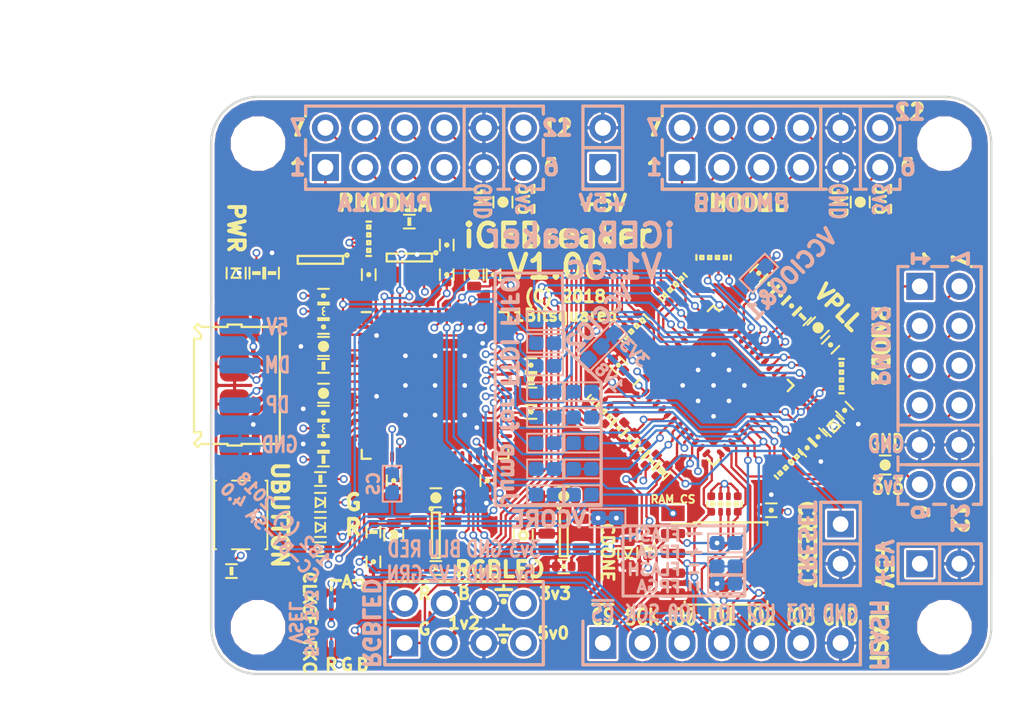
<source format=kicad_pcb>
(kicad_pcb (version 20171130) (host pcbnew 5.0.1)
  (title_block (title iCEBreaker) (rev V1.0c) (company 1BitSquared) (comment 1 "(C) 2018 Piotr Esden-Tempski <piotr@1bitsquared.com>") (comment 2 "(C) 2018 1BitSquared <info@1bitsquared.com>") (comment 3 "License: CC-BY-SA 4.0"))
  (layers (0 F.Cu signal) (1 In1.Cu signal) (2 In2.Cu signal) (31 B.Cu signal) (34 B.Paste user) (35 F.Paste user) (36 B.SilkS user) (37 F.SilkS user) (38 B.Mask user) (39 F.Mask user) (44 Edge.Cuts user))
  (net 0 "")
  (net 1 /~LEDG)
  (net 2 /xFIFO_~WR)
  (net 3 +3V3)
  (net 4 /iCE_SS_B)
  (net 5 +1V2)
  (net 6 /xFIFO_WKUP)
  (net 7 /~BUTTON)
  (net 8 /~LEDR)
  (net 9 /xFIFO_~RD)
  (net 10 /xFIFO_~RXF)
  (net 11 /P2_4)
  (net 12 /P2_9)
  (net 13 /xFIFO_D7)
  (net 14 /xFIFO_D6)
  (net 15 /P2_3)
  (net 16 /P2_8)
  (net 17 /xFIFO_D5)
  (net 18 /xFIFO_D4)
  (net 19 /P2_2)
  (net 20 /P2_7)
  (net 21 /xFIFO_D3)
  (net 22 /xFIFO_D2)
  (net 23 /P2_1)
  (net 24 /xFIFO_~TXE)
  (net 25 /P2_10)
  (net 26 GND)
  (net 27 "Net-(R6-Pad1)")
  (net 28 "Net-(R2-Pad1)")
  (net 29 /FTDI_CLK)
  (net 30 "Net-(C3-Pad1)")
  (net 31 +5V)
  (net 32 "Net-(C11-Pad1)")
  (net 33 /iCE_SCK)
  (net 34 "Net-(C12-Pad1)")
  (net 35 "Net-(R8-Pad1)")
  (net 36 "Net-(C13-Pad1)")
  (net 37 +1V8)
  (net 38 "Net-(R9-Pad1)")
  (net 39 /iCE_CDONE)
  (net 40 /iCE_CRESET)
  (net 41 /P1B9)
  (net 42 /P1B10)
  (net 43 /P1B4)
  (net 44 /P1A1)
  (net 45 /P1A7)
  (net 46 /P1A2)
  (net 47 /P1A8)
  (net 48 /P1A3)
  (net 49 /P1A9)
  (net 50 /P1A4)
  (net 51 /P1A10)
  (net 52 /~LED_RED)
  (net 53 /~LED_GRN)
  (net 54 /~LED_BLU)
  (net 55 /P1B1)
  (net 56 /P1B7)
  (net 57 /P1B2)
  (net 58 /P1B8)
  (net 59 /P1B3)
  (net 60 /shield)
  (net 61 "Net-(D1-PadA)")
  (net 62 "Net-(D4-PadA)")
  (net 63 "Net-(D5-PadA)")
  (net 64 "Net-(C35-Pad1)")
  (net 65 "Net-(R2-Pad5)")
  (net 66 "Net-(R2-Pad3)")
  (net 67 "Net-(C39-Pad1)")
  (net 68 /P1A1x)
  (net 69 /P1A7x)
  (net 70 /P1A2x)
  (net 71 /P1A8x)
  (net 72 /P2_4x)
  (net 73 /P2_3x)
  (net 74 /P2_2x)
  (net 75 /P2_1x)
  (net 76 /P1B7x)
  (net 77 /P1B8x)
  (net 78 /P1B9x)
  (net 79 /P1B10x)
  (net 80 /P2_10x)
  (net 81 /P2_9x)
  (net 82 /P2_8x)
  (net 83 /P2_7x)
  (net 84 /P1B1x)
  (net 85 /P1B2x)
  (net 86 /P1B3x)
  (net 87 /P1B4x)
  (net 88 /P1A10x)
  (net 89 /P1A4x)
  (net 90 /P1A9x)
  (net 91 /P1A3x)
  (net 92 /USB_DP)
  (net 93 /USB_DM)
  (net 94 /Tx_TTL|FIFO_D1)
  (net 95 /Rx_TTL|FIFO_D0)
  (net 96 /FLASH_MISO|IO1)
  (net 97 /FLASH_MOSI|IO0)
  (net 98 /FLASH_~WP~|IO2)
  (net 99 /FLASH_~HLD~|~RST~|IO3)
  (net 100 /FLASH_CS)
  (net 101 /xFIFO_D1)
  (net 102 /xFIFO_D0)
  (net 103 /VCCIO_2)
  (net 104 /VCCIO_0|1)
  (net 105 /VCCPLL)
  (net 106 /VCORE)
  (net 107 /xiCE_CRESET)
  (net 108 /iCE_SO)
  (net 109 /iCE_SI)
  (net 110 /SPI_CS)
  (net 111 "Net-(D11-Pad4)")
  (net 112 "Net-(R2-Pad8)")
  (module pkl_housings_dfn_qfn:QFN-64-4.45mm1EP_9x9mm_Pitch0.5mm (layer F.Cu) (at 44.35 47.5)
    (fp_text reference U4)
    (fp_text value FT2232H)
    (pad 1 smd oval (at -4.575 -3.75) (size 0.75 0.25) (layers F.Cu F.Paste F.Mask) (net 26 GND))
    (pad 2 smd oval (at -4.575 -3.25) (size 0.75 0.25) (layers F.Cu F.Paste F.Mask) (net 29 /FTDI_CLK))
    (pad 3 smd oval (at -4.575 -2.75) (size 0.75 0.25) (layers F.Cu F.Paste F.Mask))
    (pad 4 smd oval (at -4.575 -2.25) (size 0.75 0.25) (layers F.Cu F.Paste F.Mask) (net 34 "Net-(C12-Pad1)"))
    (pad 5 smd oval (at -4.575 -1.75) (size 0.75 0.25) (layers F.Cu F.Paste F.Mask) (net 26 GND))
    (pad 6 smd oval (at -4.575 -1.25) (size 0.75 0.25) (layers F.Cu F.Paste F.Mask) (net 35 "Net-(R8-Pad1)"))
    (pad 7 smd oval (at -4.575 -0.75) (size 0.75 0.25) (layers F.Cu F.Paste F.Mask) (net 93 /USB_DM))
    (pad 8 smd oval (at -4.575 -0.25) (size 0.75 0.25) (layers F.Cu F.Paste F.Mask) (net 92 /USB_DP))
    (pad 9 smd oval (at -4.575 0.25) (size 0.75 0.25) (layers F.Cu F.Paste F.Mask) (net 36 "Net-(C13-Pad1)"))
    (pad 10 smd oval (at -4.575 0.75) (size 0.75 0.25) (layers F.Cu F.Paste F.Mask) (net 26 GND))
    (pad 11 smd oval (at -4.575 1.25) (size 0.75 0.25) (layers F.Cu F.Paste F.Mask) (net 26 GND))
    (pad 12 smd oval (at -4.575 1.75) (size 0.75 0.25) (layers F.Cu F.Paste F.Mask) (net 37 +1V8))
    (pad 13 smd oval (at -4.575 2.25) (size 0.75 0.25) (layers F.Cu F.Paste F.Mask) (net 26 GND))
    (pad 14 smd oval (at -4.575 2.75) (size 0.75 0.25) (layers F.Cu F.Paste F.Mask) (net 38 "Net-(R9-Pad1)"))
    (pad 15 smd oval (at -4.575 3.25) (size 0.75 0.25) (layers F.Cu F.Paste F.Mask) (net 26 GND))
    (pad 16 smd oval (at -4.575 3.75) (size 0.75 0.25) (layers F.Cu F.Paste F.Mask) (net 33 /iCE_SCK))
    (pad 17 smd oval (at -3.75 4.575 90) (size 0.75 0.25) (layers F.Cu F.Paste F.Mask) (net 97 /FLASH_MOSI|IO0))
    (pad 18 smd oval (at -3.25 4.575 90) (size 0.75 0.25) (layers F.Cu F.Paste F.Mask) (net 96 /FLASH_MISO|IO1))
    (pad 19 smd oval (at -2.75 4.575 90) (size 0.75 0.25) (layers F.Cu F.Paste F.Mask) (net 110 /SPI_CS))
    (pad 20 smd oval (at -2.25 4.575 90) (size 0.75 0.25) (layers F.Cu F.Paste F.Mask) (net 3 +3V3))
    (pad 21 smd oval (at -1.75 4.575 90) (size 0.75 0.25) (layers F.Cu F.Paste F.Mask) (net 4 /iCE_SS_B))
    (pad 22 smd oval (at -1.25 4.575 90) (size 0.75 0.25) (layers F.Cu F.Paste F.Mask))
    (pad 23 smd oval (at -0.75 4.575 90) (size 0.75 0.25) (layers F.Cu F.Paste F.Mask) (net 39 /iCE_CDONE))
    (pad 24 smd oval (at -0.25 4.575 90) (size 0.75 0.25) (layers F.Cu F.Paste F.Mask) (net 107 /xiCE_CRESET))
    (pad 25 smd oval (at 0.25 4.575 90) (size 0.75 0.25) (layers F.Cu F.Paste F.Mask) (net 26 GND))
    (pad 26 smd oval (at 0.75 4.575 90) (size 0.75 0.25) (layers F.Cu F.Paste F.Mask))
    (pad 27 smd oval (at 1.25 4.575 90) (size 0.75 0.25) (layers F.Cu F.Paste F.Mask))
    (pad 28 smd oval (at 1.75 4.575 90) (size 0.75 0.25) (layers F.Cu F.Paste F.Mask))
    (pad 29 smd oval (at 2.25 4.575 90) (size 0.75 0.25) (layers F.Cu F.Paste F.Mask))
    (pad 30 smd oval (at 2.75 4.575 90) (size 0.75 0.25) (layers F.Cu F.Paste F.Mask))
    (pad 31 smd oval (at 3.25 4.575 90) (size 0.75 0.25) (layers F.Cu F.Paste F.Mask) (net 3 +3V3))
    (pad 32 smd oval (at 3.75 4.575 90) (size 0.75 0.25) (layers F.Cu F.Paste F.Mask))
    (pad 33 smd oval (at 4.575 3.75) (size 0.75 0.25) (layers F.Cu F.Paste F.Mask))
    (pad 34 smd oval (at 4.575 3.25) (size 0.75 0.25) (layers F.Cu F.Paste F.Mask))
    (pad 35 smd oval (at 4.575 2.75) (size 0.75 0.25) (layers F.Cu F.Paste F.Mask) (net 26 GND))
    (pad 36 smd oval (at 4.575 2.25) (size 0.75 0.25) (layers F.Cu F.Paste F.Mask))
    (pad 37 smd oval (at 4.575 1.75) (size 0.75 0.25) (layers F.Cu F.Paste F.Mask) (net 37 +1V8))
    (pad 38 smd oval (at 4.575 1.25) (size 0.75 0.25) (layers F.Cu F.Paste F.Mask) (net 102 /xFIFO_D0))
    (pad 39 smd oval (at 4.575 0.75) (size 0.75 0.25) (layers F.Cu F.Paste F.Mask) (net 101 /xFIFO_D1))
    (pad 40 smd oval (at 4.575 0.25) (size 0.75 0.25) (layers F.Cu F.Paste F.Mask) (net 22 /xFIFO_D2))
    (pad 41 smd oval (at 4.575 -0.25) (size 0.75 0.25) (layers F.Cu F.Paste F.Mask) (net 21 /xFIFO_D3))
    (pad 42 smd oval (at 4.575 -0.75) (size 0.75 0.25) (layers F.Cu F.Paste F.Mask) (net 3 +3V3))
    (pad 43 smd oval (at 4.575 -1.25) (size 0.75 0.25) (layers F.Cu F.Paste F.Mask) (net 18 /xFIFO_D4))
    (pad 44 smd oval (at 4.575 -1.75) (size 0.75 0.25) (layers F.Cu F.Paste F.Mask) (net 17 /xFIFO_D5))
    (pad 45 smd oval (at 4.575 -2.25) (size 0.75 0.25) (layers F.Cu F.Paste F.Mask) (net 14 /xFIFO_D6))
    (pad 46 smd oval (at 4.575 -2.75) (size 0.75 0.25) (layers F.Cu F.Paste F.Mask) (net 13 /xFIFO_D7))
    (pad 47 smd oval (at 4.575 -3.25) (size 0.75 0.25) (layers F.Cu F.Paste F.Mask) (net 26 GND))
    (pad 48 smd oval (at 4.575 -3.75) (size 0.75 0.25) (layers F.Cu F.Paste F.Mask) (net 10 /xFIFO_~RXF))
    (pad 49 smd oval (at 3.75 -4.575 90) (size 0.75 0.25) (layers F.Cu F.Paste F.Mask) (net 37 +1V8))
    (pad 50 smd oval (at 3.25 -4.575 90) (size 0.75 0.25) (layers F.Cu F.Paste F.Mask) (net 3 +3V3))
    (pad 51 smd oval (at 2.75 -4.575 90) (size 0.75 0.25) (layers F.Cu F.Paste F.Mask) (net 26 GND))
    (pad 52 smd oval (at 2.25 -4.575 90) (size 0.75 0.25) (layers F.Cu F.Paste F.Mask) (net 24 /xFIFO_~TXE))
    (pad 53 smd oval (at 1.75 -4.575 90) (size 0.75 0.25) (layers F.Cu F.Paste F.Mask) (net 9 /xFIFO_~RD))
    (pad 54 smd oval (at 1.25 -4.575 90) (size 0.75 0.25) (layers F.Cu F.Paste F.Mask) (net 2 /xFIFO_~WR))
    (pad 55 smd oval (at 0.75 -4.575 90) (size 0.75 0.25) (layers F.Cu F.Paste F.Mask) (net 6 /xFIFO_WKUP))
    (pad 56 smd oval (at 0.25 -4.575 90) (size 0.75 0.25) (layers F.Cu F.Paste F.Mask) (net 3 +3V3))
    (pad 57 smd oval (at -0.25 -4.575 90) (size 0.75 0.25) (layers F.Cu F.Paste F.Mask))
    (pad 58 smd oval (at -0.75 -4.575 90) (size 0.75 0.25) (layers F.Cu F.Paste F.Mask))
    (pad 59 smd oval (at -1.25 -4.575 90) (size 0.75 0.25) (layers F.Cu F.Paste F.Mask))
    (pad 60 smd oval (at -1.75 -4.575 90) (size 0.75 0.25) (layers F.Cu F.Paste F.Mask))
    (pad 61 smd oval (at -2.25 -4.575 90) (size 0.75 0.25) (layers F.Cu F.Paste F.Mask) (net 27 "Net-(R6-Pad1)"))
    (pad 62 smd oval (at -2.75 -4.575 90) (size 0.75 0.25) (layers F.Cu F.Paste F.Mask) (net 28 "Net-(R2-Pad1)"))
    (pad 63 smd oval (at -3.25 -4.575 90) (size 0.75 0.25) (layers F.Cu F.Paste F.Mask) (net 66 "Net-(R2-Pad3)"))
    (pad 64 smd oval (at -3.75 -4.575 90) (size 0.75 0.25) (layers F.Cu F.Paste F.Mask) (net 37 +1V8))
    (pad 65 smd rect (at 1.1125 -1.1125) (size 2.225 2.225) (layers F.Cu F.Paste F.Mask) (net 26 GND))
    (pad 65 smd rect (at -1.1125 -1.1125) (size 2.225 2.225) (layers F.Cu F.Paste F.Mask) (net 26 GND))
    (pad 65 smd rect (at 1.1125 1.1125) (size 2.225 2.225) (layers F.Cu F.Paste F.Mask) (net 26 GND))
    (pad 65 smd rect (at -1.1125 1.1125) (size 2.225 2.225) (layers F.Cu F.Paste F.Mask) (net 26 GND))
    (pad 65 thru_hole circle (at 0 0) (size 0.5 0.5) (drill 0.3) (layers *.Cu F.Mask) (net 26 GND))
    (pad 65 thru_hole circle (at -1.9 0) (size 0.5 0.5) (drill 0.3) (layers *.Cu F.Mask) (net 26 GND))
    (pad 65 thru_hole circle (at -1.9 -1.9) (size 0.5 0.5) (drill 0.3) (layers *.Cu F.Mask) (net 26 GND))
    (pad 65 thru_hole circle (at 1.9 -1.9) (size 0.5 0.5) (drill 0.3) (layers *.Cu F.Mask) (net 26 GND))
    (pad 65 thru_hole circle (at 0 -1.9) (size 0.5 0.5) (drill 0.3) (layers *.Cu F.Mask) (net 26 GND))
    (pad 65 thru_hole circle (at 1.9 0) (size 0.5 0.5) (drill 0.3) (layers *.Cu F.Mask) (net 26 GND))
    (pad 65 thru_hole circle (at 1.9 1.9) (size 0.5 0.5) (drill 0.3) (layers *.Cu F.Mask) (net 26 GND))
    (pad 65 thru_hole circle (at 0 1.9) (size 0.5 0.5) (drill 0.3) (layers *.Cu F.Mask) (net 26 GND))
    (pad 65 thru_hole circle (at -1.9 1.9) (size 0.5 0.5) (drill 0.3) (layers *.Cu F.Mask) (net 26 GND))
  )
  (module pkl_jumpers:J_NCNO_0903_30 (layer B.Cu) (at 55 45 225)
    (fp_text reference J17)
    (fp_text value Jumper)
    (fp_line (start -0.775 0) (end -0.375 0) (layer B.Cu) (width 0.3))
    (pad 3 smd roundrect (at 1.15 0 225) (size 0.95 0.9) (layers B.Cu B.Mask) (net 37 +1V8))
    (pad 2 smd roundrect (at 0 0 225) (size 0.95 0.9) (layers B.Cu B.Mask) (net 103 /VCCIO_2))
    (pad 1 smd roundrect (at -1.15 0 225) (size 0.95 0.9) (layers B.Cu B.Mask) (net 3 +3V3))
  )
  (module pkl_jumpers:J_NC_0603_30 (layer B.Cu) (at 65.1 40.3 45)
    (fp_text reference J19)
    (fp_text value Jumper)
    (fp_line (start -0.2 0) (end 0.2 0) (layer B.Cu) (width 0.3))
    (pad 2 smd roundrect (at 0.574999 0 45) (size 0.95 0.9) (layers B.Cu B.Mask) (net 3 +3V3))
    (pad 1 smd roundrect (at -0.574999 0 45) (size 0.95 0.9) (layers B.Cu B.Mask) (net 104 /VCCIO_0|1))
  )
  (module pkl_jumpers:J_NC_0603_30 (layer B.Cu) (at 55.4 56 180)
    (fp_text reference J14)
    (fp_text value Jumper)
    (fp_line (start -0.2 0) (end 0.2 0) (layer B.Cu) (width 0.3))
    (pad 2 smd roundrect (at 0.575 0 180) (size 0.95 0.9) (layers B.Cu B.Mask) (net 5 +1V2))
    (pad 1 smd roundrect (at -0.575 0 180) (size 0.95 0.9) (layers B.Cu B.Mask) (net 106 /VCORE))
  )
  (module pkl_jumpers:J_NC_0603_15 (layer B.Cu) (at 53.8 52.85)
    (fp_text reference J1)
    (fp_text value Jumper)
    (fp_line (start -0.2 0) (end 0.2 0) (layer B.Cu) (width 0.15))
    (pad 2 smd roundrect (at 0.575 0) (size 0.95 0.9) (layers B.Cu B.Mask) (net 95 /Rx_TTL|FIFO_D0))
    (pad 1 smd roundrect (at -0.575 0) (size 0.95 0.9) (layers B.Cu B.Mask) (net 102 /xFIFO_D0))
  )
  (module pkl_jumpers:J_NC_0603_15 (layer B.Cu) (at 51.4 52.85)
    (fp_text reference J2)
    (fp_text value Jumper)
    (fp_line (start -0.2 0) (end 0.2 0) (layer B.Cu) (width 0.15))
    (pad 2 smd roundrect (at 0.575 0) (size 0.95 0.9) (layers B.Cu B.Mask) (net 94 /Tx_TTL|FIFO_D1))
    (pad 1 smd roundrect (at -0.575 0) (size 0.95 0.9) (layers B.Cu B.Mask) (net 101 /xFIFO_D1))
  )
  (module pkl_jumpers:J_NC_0603_15 (layer B.Cu) (at 63 59.1 180)
    (fp_text reference J16)
    (fp_text value Jumper)
    (fp_line (start -0.2 0) (end 0.2 0) (layer B.Cu) (width 0.15))
    (pad 2 smd roundrect (at 0.575 0 180) (size 0.95 0.9) (layers B.Cu B.Mask) (net 96 /FLASH_MISO|IO1))
    (pad 1 smd roundrect (at -0.575 0 180) (size 0.95 0.9) (layers B.Cu B.Mask) (net 109 /iCE_SI))
  )
  (module pkl_jumpers:J_NC_0603_15 (layer B.Cu) (at 63 57.6)
    (fp_text reference J18)
    (fp_text value Jumper)
    (fp_line (start -0.2 0) (end 0.2 0) (layer B.Cu) (width 0.15))
    (pad 2 smd roundrect (at 0.575 0) (size 0.95 0.9) (layers B.Cu B.Mask) (net 4 /iCE_SS_B))
    (pad 1 smd roundrect (at -0.575 0) (size 0.95 0.9) (layers B.Cu B.Mask) (net 100 /FLASH_CS))
  )
  (module pkl_jumpers:J_NC_0603_15 (layer B.Cu) (at 63 60.2 180)
    (fp_text reference J15)
    (fp_text value Jumper)
    (fp_line (start -0.2 0) (end 0.2 0) (layer B.Cu) (width 0.15))
    (pad 2 smd roundrect (at 0.575 0 180) (size 0.95 0.9) (layers B.Cu B.Mask) (net 108 /iCE_SO))
    (pad 1 smd roundrect (at -0.575 0 180) (size 0.95 0.9) (layers B.Cu B.Mask) (net 97 /FLASH_MOSI|IO0))
  )
  (module pkl_jumpers:J_0603 (layer B.Cu) (at 41.6 53.8 270)
    (fp_text reference J29)
    (fp_text value Jumper)
    (pad 2 smd roundrect (at 0.575 0 270) (size 0.95 0.9) (layers B.Cu B.Mask) (net 8 /~LEDR))
    (pad 1 smd roundrect (at -0.575 0 270) (size 0.95 0.9) (layers B.Cu B.Mask) (net 110 /SPI_CS))
  )
  (module pkl_jumpers:J_0603 (layer B.Cu) (at 51.4 43.35)
    (fp_text reference J12)
    (fp_text value Jumper hide)
    (pad 2 smd roundrect (at 0.575 0) (size 0.95 0.9) (layers B.Cu B.Mask) (net 1 /~LEDG))
    (pad 1 smd roundrect (at -0.575 0) (size 0.95 0.9) (layers B.Cu B.Mask) (net 2 /xFIFO_~WR))
  )
  (module pkl_jumpers:J_0603 (layer B.Cu) (at 51.4 44.8)
    (fp_text reference J10)
    (fp_text value Jumper hide)
    (pad 2 smd roundrect (at 0.575 0) (size 0.95 0.9) (layers B.Cu B.Mask) (net 23 /P2_1))
    (pad 1 smd roundrect (at -0.575 0) (size 0.95 0.9) (layers B.Cu B.Mask) (net 24 /xFIFO_~TXE))
  )
  (module pkl_jumpers:J_0603 (layer B.Cu) (at 53.8 51.2)
    (fp_text reference J3)
    (fp_text value Jumper hide)
    (pad 2 smd roundrect (at 0.575 0) (size 0.95 0.9) (layers B.Cu B.Mask) (net 25 /P2_10))
    (pad 1 smd roundrect (at -0.575 0) (size 0.95 0.9) (layers B.Cu B.Mask) (net 22 /xFIFO_D2))
  )
  (module pkl_jumpers:J_0603 (layer B.Cu) (at 51.4 51.2)
    (fp_text reference J4)
    (fp_text value Jumper hide)
    (pad 2 smd roundrect (at 0.575 0) (size 0.95 0.9) (layers B.Cu B.Mask) (net 11 /P2_4))
    (pad 1 smd roundrect (at -0.575 0) (size 0.95 0.9) (layers B.Cu B.Mask) (net 21 /xFIFO_D3))
  )
  (module pkl_jumpers:J_0603 (layer B.Cu) (at 53.8 49.55)
    (fp_text reference J5)
    (fp_text value Jumper hide)
    (pad 2 smd roundrect (at 0.575 0) (size 0.95 0.9) (layers B.Cu B.Mask) (net 12 /P2_9))
    (pad 1 smd roundrect (at -0.575 0) (size 0.95 0.9) (layers B.Cu B.Mask) (net 18 /xFIFO_D4))
  )
  (module pkl_jumpers:J_0603 (layer B.Cu) (at 51.4 49.55)
    (fp_text reference J6)
    (fp_text value Jumper hide)
    (pad 2 smd roundrect (at 0.575 0) (size 0.95 0.9) (layers B.Cu B.Mask) (net 15 /P2_3))
    (pad 1 smd roundrect (at -0.575 0) (size 0.95 0.9) (layers B.Cu B.Mask) (net 17 /xFIFO_D5))
  )
  (module pkl_jumpers:J_0603 (layer B.Cu) (at 53.8 47.9)
    (fp_text reference J7)
    (fp_text value Jumper hide)
    (pad 2 smd roundrect (at 0.575 0) (size 0.95 0.9) (layers B.Cu B.Mask) (net 16 /P2_8))
    (pad 1 smd roundrect (at -0.575 0) (size 0.95 0.9) (layers B.Cu B.Mask) (net 14 /xFIFO_D6))
  )
  (module pkl_jumpers:J_0603 (layer B.Cu) (at 51.4 47.9)
    (fp_text reference J8)
    (fp_text value Jumper hide)
    (pad 2 smd roundrect (at 0.575 0) (size 0.95 0.9) (layers B.Cu B.Mask) (net 19 /P2_2))
    (pad 1 smd roundrect (at -0.575 0) (size 0.95 0.9) (layers B.Cu B.Mask) (net 13 /xFIFO_D7))
  )
  (module pkl_jumpers:J_0603 (layer B.Cu) (at 51.4 46.25)
    (fp_text reference J9)
    (fp_text value Jumper hide)
    (pad 2 smd roundrect (at 0.575 0) (size 0.95 0.9) (layers B.Cu B.Mask) (net 20 /P2_7))
    (pad 1 smd roundrect (at -0.575 0) (size 0.95 0.9) (layers B.Cu B.Mask) (net 10 /xFIFO_~RXF))
  )
  (module pkl_jumpers:J_0603 (layer B.Cu) (at 51.4 54.5)
    (fp_text reference J11)
    (fp_text value Jumper hide)
    (pad 2 smd roundrect (at 0.575 0) (size 0.95 0.9) (layers B.Cu B.Mask) (net 8 /~LEDR))
    (pad 1 smd roundrect (at -0.575 0) (size 0.95 0.9) (layers B.Cu B.Mask) (net 9 /xFIFO_~RD))
  )
  (module pkl_jumpers:J_0603 (layer B.Cu) (at 53.8 54.5)
    (fp_text reference J13)
    (fp_text value Jumper hide)
    (pad 2 smd roundrect (at 0.575 0) (size 0.95 0.9) (layers B.Cu B.Mask) (net 7 /~BUTTON))
    (pad 1 smd roundrect (at -0.575 0) (size 0.95 0.9) (layers B.Cu B.Mask) (net 6 /xFIFO_WKUP))
  )
  (module pkl_pads:PAD_SMD_1x1.5 (layer F.Cu) (at 59.6 55.7)
    (fp_text reference P6)
    (fp_text value RAM_CS)
    (pad 1 smd rect (at 0 0) (size 1.5 1) (layers F.Cu F.Mask) (net 1 /~LEDG))
  )
  (module Mounting_Holes:MountingHole_3-5mm (layer F.Cu) (at 33 32)
    (fp_text reference REF** hide)
    (fp_text value MH3 hide)
    (pad "" np_thru_hole circle (at 0 0) (size 3.2 3.2) (drill 3.2) (layers *.Cu *.Mask))
  )
  (module Mounting_Holes:MountingHole_3-5mm (layer F.Cu) (at 33 63)
    (fp_text reference REF** hide)
    (fp_text value MH3 hide)
    (pad "" np_thru_hole circle (at 0 0) (size 3.2 3.2) (drill 3.2) (layers *.Cu *.Mask))
  )
  (module Mounting_Holes:MountingHole_3-5mm (layer F.Cu) (at 77 63)
    (fp_text reference REF** hide)
    (fp_text value MH3 hide)
    (pad "" np_thru_hole circle (at 0 0) (size 3.2 3.2) (drill 3.2) (layers *.Cu *.Mask))
  )
  (module Mounting_Holes:MountingHole_3-5mm (layer F.Cu) (at 77 32)
    (fp_text reference REF** hide)
    (fp_text value MH3 hide)
    (pad "" np_thru_hole circle (at 0 0) (size 3.2 3.2) (drill 3.2) (layers *.Cu *.Mask))
  )
  (module pkl_buttons_switches:SW_SPST_3x4x2.5 (layer F.Cu) (at 31.9 55.8 270)
    (fp_text reference SW1)
    (fp_text value TACT)
    (pad 2 smd roundrect (at 2.3 1.125 270) (size 1 0.7) (layers F.Cu F.Paste F.Mask) (net 26 GND))
    (pad 2 smd roundrect (at -2.3 1.125 270) (size 1 0.7) (layers F.Cu F.Paste F.Mask) (net 26 GND))
    (pad 1 smd roundrect (at 2.3 -1.125 270) (size 1 0.7) (layers F.Cu F.Paste F.Mask) (net 7 /~BUTTON))
    (pad 1 smd roundrect (at -2.3 -1.125 270) (size 1 0.7) (layers F.Cu F.Paste F.Mask) (net 7 /~BUTTON))
  )
  (module Pin_Headers:Pin_Header_Straight_1x07 (layer F.Cu) (at 55.1 64.01 90)
    (fp_text reference J20)
    (fp_text value Flash)
    (pad 1 thru_hole rect (at 0 0 90) (size 2.032 1.7272) (drill 1.016) (layers *.Cu *.Mask) (net 100 /FLASH_CS))
    (pad 2 thru_hole oval (at 0 2.54 90) (size 2.032 1.7272) (drill 1.016) (layers *.Cu *.Mask) (net 33 /iCE_SCK))
    (pad 3 thru_hole oval (at 0 5.08 90) (size 2.032 1.7272) (drill 1.016) (layers *.Cu *.Mask) (net 97 /FLASH_MOSI|IO0))
    (pad 4 thru_hole oval (at 0 7.62 90) (size 2.032 1.7272) (drill 1.016) (layers *.Cu *.Mask) (net 96 /FLASH_MISO|IO1))
    (pad 5 thru_hole oval (at 0 10.16 90) (size 2.032 1.7272) (drill 1.016) (layers *.Cu *.Mask) (net 98 /FLASH_~WP~|IO2))
    (pad 6 thru_hole oval (at 0 12.7 90) (size 2.032 1.7272) (drill 1.016) (layers *.Cu *.Mask) (net 99 /FLASH_~HLD~|~RST~|IO3))
    (pad 7 thru_hole oval (at 0 15.24 90) (size 2.032 1.7272) (drill 1.016) (layers *.Cu *.Mask) (net 26 GND))
  )
  (module Pin_Headers:Pin_Header_Straight_2x04 (layer F.Cu) (at 42.4 64.01 90)
    (fp_text reference J25)
    (fp_text value "RGB Led")
    (pad 1 thru_hole rect (at 0 0 90) (size 1.7272 1.7272) (drill 1.016) (layers *.Cu *.Mask) (net 53 /~LED_GRN))
    (pad 2 thru_hole oval (at 2.54 0 90) (size 1.7272 1.7272) (drill 1.016) (layers *.Cu *.Mask) (net 52 /~LED_RED))
    (pad 3 thru_hole oval (at 0 2.54 90) (size 1.7272 1.7272) (drill 1.016) (layers *.Cu *.Mask) (net 5 +1V2))
    (pad 4 thru_hole oval (at 2.54 2.54 90) (size 1.7272 1.7272) (drill 1.016) (layers *.Cu *.Mask) (net 54 /~LED_BLU))
    (pad 5 thru_hole oval (at 0 5.08 90) (size 1.7272 1.7272) (drill 1.016) (layers *.Cu *.Mask) (net 26 GND))
    (pad 6 thru_hole oval (at 2.54 5.08 90) (size 1.7272 1.7272) (drill 1.016) (layers *.Cu *.Mask) (net 26 GND))
    (pad 7 thru_hole oval (at 0 7.62 90) (size 1.7272 1.7272) (drill 1.016) (layers *.Cu *.Mask) (net 31 +5V))
    (pad 8 thru_hole oval (at 2.54 7.62 90) (size 1.7272 1.7272) (drill 1.016) (layers *.Cu *.Mask) (net 3 +3V3))
  )
  (module Connector_PinHeader_2.54mm:PinHeader_2x01_P2.54mm_Vertical (layer F.Cu) (at 70.34 56.39 270)
    (fp_text reference J28)
    (fp_text value CRESET)
    (pad 2 thru_hole oval (at 2.54 0 270) (size 1.7 1.7) (drill 1) (layers *.Cu *.Mask) (net 26 GND))
    (pad 1 thru_hole rect (at 0 0 270) (size 1.7 1.7) (drill 1) (layers *.Cu *.Mask) (net 40 /iCE_CRESET))
  )
  (module Pin_Headers:Pin_Header_Straight_2x01 (layer F.Cu) (at 75.42 58.93)
    (fp_text reference J27)
    (fp_text value "5V AUX")
    (pad 1 thru_hole rect (at 0 0) (size 1.7272 1.7272) (drill 1.016) (layers *.Cu *.Mask) (net 31 +5V))
    (pad 2 thru_hole oval (at 2.54 0) (size 1.7272 1.7272) (drill 1.016) (layers *.Cu *.Mask) (net 26 GND))
  )
  (module Pin_Headers:Pin_Header_Straight_2x01 (layer F.Cu) (at 55.1 33.53 90)
    (fp_text reference J26)
    (fp_text value "5V AUX")
    (pad 1 thru_hole rect (at 0 0 90) (size 1.7272 1.7272) (drill 1.016) (layers *.Cu *.Mask) (net 31 +5V))
    (pad 2 thru_hole oval (at 2.54 0 90) (size 1.7272 1.7272) (drill 1.016) (layers *.Cu *.Mask) (net 26 GND))
  )
  (module Socket_Strips:Socket_Strip_Straight_2x06 (layer F.Cu) (at 75.42 53.85 90)
    (fp_text reference J23)
    (fp_text value PMOD)
    (pad 6 thru_hole circle (at 0 0 90) (size 1.7272 1.7272) (drill 1.016) (layers *.Cu *.Mask) (net 3 +3V3))
    (pad 12 thru_hole oval (at 0 2.54 90) (size 1.7272 1.7272) (drill 1.016) (layers *.Cu *.Mask) (net 3 +3V3))
    (pad 5 thru_hole oval (at 2.54 0 90) (size 1.7272 1.7272) (drill 1.016) (layers *.Cu *.Mask) (net 26 GND))
    (pad 11 thru_hole oval (at 2.54 2.54 90) (size 1.7272 1.7272) (drill 1.016) (layers *.Cu *.Mask) (net 26 GND))
    (pad 4 thru_hole oval (at 5.08 0 90) (size 1.7272 1.7272) (drill 1.016) (layers *.Cu *.Mask) (net 72 /P2_4x))
    (pad 10 thru_hole oval (at 5.08 2.54 90) (size 1.7272 1.7272) (drill 1.016) (layers *.Cu *.Mask) (net 80 /P2_10x))
    (pad 3 thru_hole oval (at 7.62 0 90) (size 1.7272 1.7272) (drill 1.016) (layers *.Cu *.Mask) (net 73 /P2_3x))
    (pad 9 thru_hole oval (at 7.62 2.54 90) (size 1.7272 1.7272) (drill 1.016) (layers *.Cu *.Mask) (net 81 /P2_9x))
    (pad 2 thru_hole oval (at 10.16 0 90) (size 1.7272 1.7272) (drill 1.016) (layers *.Cu *.Mask) (net 74 /P2_2x))
    (pad 8 thru_hole oval (at 10.16 2.54 90) (size 1.7272 1.7272) (drill 1.016) (layers *.Cu *.Mask) (net 82 /P2_8x))
    (pad 1 thru_hole rect (at 12.7 0 90) (size 1.7272 1.7272) (drill 1.016) (layers *.Cu *.Mask) (net 75 /P2_1x))
    (pad 7 thru_hole oval (at 12.7 2.54 90) (size 1.7272 1.7272) (drill 1.016) (layers *.Cu *.Mask) (net 83 /P2_7x))
  )
  (module Socket_Strips:Socket_Strip_Angled_2x06 (layer F.Cu) (at 72.88 33.53 180)
    (fp_text reference J22)
    (fp_text value PMOD)
    (pad 7 thru_hole oval (at 12.7 2.54 180) (size 1.7272 1.7272) (drill 1.016) (layers *.Cu *.Mask) (net 76 /P1B7x))
    (pad 1 thru_hole rect (at 12.7 0 180) (size 1.7272 1.7272) (drill 1.016) (layers *.Cu *.Mask) (net 84 /P1B1x))
    (pad 8 thru_hole oval (at 10.16 2.54 180) (size 1.7272 1.7272) (drill 1.016) (layers *.Cu *.Mask) (net 77 /P1B8x))
    (pad 2 thru_hole oval (at 10.16 0 180) (size 1.7272 1.7272) (drill 1.016) (layers *.Cu *.Mask) (net 85 /P1B2x))
    (pad 9 thru_hole oval (at 7.62 2.54 180) (size 1.7272 1.7272) (drill 1.016) (layers *.Cu *.Mask) (net 78 /P1B9x))
    (pad 3 thru_hole oval (at 7.62 0 180) (size 1.7272 1.7272) (drill 1.016) (layers *.Cu *.Mask) (net 86 /P1B3x))
    (pad 10 thru_hole oval (at 5.08 2.54 180) (size 1.7272 1.7272) (drill 1.016) (layers *.Cu *.Mask) (net 79 /P1B10x))
    (pad 4 thru_hole oval (at 5.08 0 180) (size 1.7272 1.7272) (drill 1.016) (layers *.Cu *.Mask) (net 87 /P1B4x))
    (pad 11 thru_hole oval (at 2.54 2.54 180) (size 1.7272 1.7272) (drill 1.016) (layers *.Cu *.Mask) (net 26 GND))
    (pad 5 thru_hole oval (at 2.54 0 180) (size 1.7272 1.7272) (drill 1.016) (layers *.Cu *.Mask) (net 26 GND))
    (pad 12 thru_hole oval (at 0 2.54 180) (size 1.7272 1.7272) (drill 1.016) (layers *.Cu *.Mask) (net 3 +3V3))
    (pad 6 thru_hole circle (at 0 0 180) (size 1.7272 1.7272) (drill 1.016) (layers *.Cu *.Mask) (net 3 +3V3))
  )
  (module Socket_Strips:Socket_Strip_Angled_2x06 (layer F.Cu) (at 50.02 33.53 180)
    (fp_text reference J21)
    (fp_text value PMOD)
    (pad 6 thru_hole circle (at 0 0 180) (size 1.7272 1.7272) (drill 1.016) (layers *.Cu *.Mask) (net 3 +3V3))
    (pad 12 thru_hole oval (at 0 2.54 180) (size 1.7272 1.7272) (drill 1.016) (layers *.Cu *.Mask) (net 3 +3V3))
    (pad 5 thru_hole oval (at 2.54 0 180) (size 1.7272 1.7272) (drill 1.016) (layers *.Cu *.Mask) (net 26 GND))
    (pad 11 thru_hole oval (at 2.54 2.54 180) (size 1.7272 1.7272) (drill 1.016) (layers *.Cu *.Mask) (net 26 GND))
    (pad 4 thru_hole oval (at 5.08 0 180) (size 1.7272 1.7272) (drill 1.016) (layers *.Cu *.Mask) (net 89 /P1A4x))
    (pad 10 thru_hole oval (at 5.08 2.54 180) (size 1.7272 1.7272) (drill 1.016) (layers *.Cu *.Mask) (net 88 /P1A10x))
    (pad 3 thru_hole oval (at 7.62 0 180) (size 1.7272 1.7272) (drill 1.016) (layers *.Cu *.Mask) (net 91 /P1A3x))
    (pad 9 thru_hole oval (at 7.62 2.54 180) (size 1.7272 1.7272) (drill 1.016) (layers *.Cu *.Mask) (net 90 /P1A9x))
    (pad 2 thru_hole oval (at 10.16 0 180) (size 1.7272 1.7272) (drill 1.016) (layers *.Cu *.Mask) (net 70 /P1A2x))
    (pad 8 thru_hole oval (at 10.16 2.54 180) (size 1.7272 1.7272) (drill 1.016) (layers *.Cu *.Mask) (net 71 /P1A8x))
    (pad 1 thru_hole rect (at 12.7 0 180) (size 1.7272 1.7272) (drill 1.016) (layers *.Cu *.Mask) (net 68 /P1A1x))
    (pad 7 thru_hole oval (at 12.7 2.54 180) (size 1.7272 1.7272) (drill 1.016) (layers *.Cu *.Mask) (net 69 /P1A7x))
  )
  (module pkl_dipol:R_0402 (layer F.Cu) (at 58.9 53 225)
    (fp_text reference R26)
    (fp_text value 2k2)
    (pad 1 smd roundrect (at -0.499999 0 225) (size 0.5 0.6) (layers F.Cu F.Paste F.Mask) (net 40 /iCE_CRESET))
    (pad 2 smd roundrect (at 0.499999 0 225) (size 0.5 0.6) (layers F.Cu F.Paste F.Mask) (net 107 /xiCE_CRESET))
  )
  (module pkl_dipol:R_0402 (layer F.Cu) (at 50.5 47.2)
    (fp_text reference R25)
    (fp_text value 10k)
    (pad 1 smd roundrect (at -0.5 0) (size 0.5 0.6) (layers F.Cu F.Paste F.Mask) (net 21 /xFIFO_D3))
    (pad 2 smd roundrect (at 0.5 0) (size 0.5 0.6) (layers F.Cu F.Paste F.Mask) (net 26 GND))
  )
  (module pkl_dipol:R_Array_Convex_4x0402 (layer F.Cu) (at 57.105546 43.866206 135)
    (fp_text reference R23)
    (fp_text value 33E)
    (pad 8 smd roundrect (at 0.5 0.85 135) (size 0.5 0.5) (layers F.Cu F.Paste F.Mask) (net 88 /P1A10x))
    (pad 6 smd roundrect (at 0.5 0.25 135) (size 0.5 0.3) (layers F.Cu F.Paste F.Mask) (net 89 /P1A4x))
    (pad 4 smd roundrect (at 0.5 -0.25 135) (size 0.5 0.3) (layers F.Cu F.Paste F.Mask) (net 90 /P1A9x))
    (pad 2 smd roundrect (at 0.5 -0.85 135) (size 0.5 0.5) (layers F.Cu F.Paste F.Mask) (net 91 /P1A3x))
    (pad 7 smd roundrect (at -0.5 0.85 135) (size 0.5 0.5) (layers F.Cu F.Paste F.Mask) (net 51 /P1A10))
    (pad 1 smd roundrect (at -0.5 -0.85 135) (size 0.5 0.5) (layers F.Cu F.Paste F.Mask) (net 48 /P1A3))
    (pad 5 smd roundrect (at -0.5 0.25 135) (size 0.5 0.3) (layers F.Cu F.Paste F.Mask) (net 50 /P1A4))
    (pad 3 smd roundrect (at -0.5 -0.25 135) (size 0.5 0.3) (layers F.Cu F.Paste F.Mask) (net 49 /P1A9))
  )
  (module pkl_dipol:R_Array_Convex_4x0402 (layer F.Cu) (at 62.2 39.3 90)
    (fp_text reference R24)
    (fp_text value 33E)
    (pad 8 smd roundrect (at 0.5 0.85 90) (size 0.5 0.5) (layers F.Cu F.Paste F.Mask) (net 79 /P1B10x))
    (pad 6 smd roundrect (at 0.5 0.25 90) (size 0.5 0.3) (layers F.Cu F.Paste F.Mask) (net 87 /P1B4x))
    (pad 4 smd roundrect (at 0.5 -0.25 90) (size 0.5 0.3) (layers F.Cu F.Paste F.Mask) (net 78 /P1B9x))
    (pad 2 smd roundrect (at 0.5 -0.85 90) (size 0.5 0.5) (layers F.Cu F.Paste F.Mask) (net 86 /P1B3x))
    (pad 7 smd roundrect (at -0.5 0.85 90) (size 0.5 0.5) (layers F.Cu F.Paste F.Mask) (net 42 /P1B10))
    (pad 1 smd roundrect (at -0.5 -0.85 90) (size 0.5 0.5) (layers F.Cu F.Paste F.Mask) (net 59 /P1B3))
    (pad 5 smd roundrect (at -0.5 0.25 90) (size 0.5 0.3) (layers F.Cu F.Paste F.Mask) (net 43 /P1B4))
    (pad 3 smd roundrect (at -0.5 -0.25 90) (size 0.5 0.3) (layers F.Cu F.Paste F.Mask) (net 41 /P1B9))
  )
  (module pkl_dipol:R_Array_Convex_4x0402 (layer F.Cu) (at 67 52.6 315)
    (fp_text reference R22)
    (fp_text value 33E)
    (pad 8 smd roundrect (at 0.5 0.85 315) (size 0.5 0.5) (layers F.Cu F.Paste F.Mask) (net 80 /P2_10x))
    (pad 6 smd roundrect (at 0.5 0.25 315) (size 0.5 0.3) (layers F.Cu F.Paste F.Mask) (net 72 /P2_4x))
    (pad 4 smd roundrect (at 0.5 -0.25 315) (size 0.5 0.3) (layers F.Cu F.Paste F.Mask) (net 81 /P2_9x))
    (pad 2 smd roundrect (at 0.5 -0.85 315) (size 0.5 0.5) (layers F.Cu F.Paste F.Mask) (net 73 /P2_3x))
    (pad 7 smd roundrect (at -0.5 0.85 315) (size 0.5 0.5) (layers F.Cu F.Paste F.Mask) (net 25 /P2_10))
    (pad 1 smd roundrect (at -0.5 -0.85 315) (size 0.5 0.5) (layers F.Cu F.Paste F.Mask) (net 15 /P2_3))
    (pad 5 smd roundrect (at -0.5 0.25 315) (size 0.5 0.3) (layers F.Cu F.Paste F.Mask) (net 11 /P2_4))
    (pad 3 smd roundrect (at -0.5 -0.25 315) (size 0.5 0.3) (layers F.Cu F.Paste F.Mask) (net 12 /P2_9))
  )
  (module pkl_dipol:R_Array_Convex_4x0402 (layer F.Cu) (at 40.1 38.1 180)
    (fp_text reference R2)
    (fp_text value 10k)
    (pad 3 smd roundrect (at -0.5 -0.25 180) (size 0.5 0.3) (layers F.Cu F.Paste F.Mask) (net 66 "Net-(R2-Pad3)"))
    (pad 5 smd roundrect (at -0.5 0.25 180) (size 0.5 0.3) (layers F.Cu F.Paste F.Mask) (net 65 "Net-(R2-Pad5)"))
    (pad 1 smd roundrect (at -0.5 -0.85 180) (size 0.5 0.5) (layers F.Cu F.Paste F.Mask) (net 28 "Net-(R2-Pad1)"))
    (pad 7 smd roundrect (at -0.5 0.85 180) (size 0.5 0.5) (layers F.Cu F.Paste F.Mask) (net 3 +3V3))
    (pad 2 smd roundrect (at 0.5 -0.85 180) (size 0.5 0.5) (layers F.Cu F.Paste F.Mask) (net 3 +3V3))
    (pad 4 smd roundrect (at 0.5 -0.25 180) (size 0.5 0.3) (layers F.Cu F.Paste F.Mask) (net 3 +3V3))
    (pad 6 smd roundrect (at 0.5 0.25 180) (size 0.5 0.3) (layers F.Cu F.Paste F.Mask) (net 3 +3V3))
    (pad 8 smd roundrect (at 0.5 0.85 180) (size 0.5 0.5) (layers F.Cu F.Paste F.Mask) (net 112 "Net-(R2-Pad8)"))
  )
  (module pkl_dipol:R_Array_Convex_4x0402 (layer F.Cu) (at 59.6 41.2 135)
    (fp_text reference R21)
    (fp_text value 33E)
    (pad 8 smd roundrect (at 0.5 0.85 135) (size 0.5 0.5) (layers F.Cu F.Paste F.Mask) (net 77 /P1B8x))
    (pad 6 smd roundrect (at 0.5 0.25 135) (size 0.5 0.3) (layers F.Cu F.Paste F.Mask) (net 85 /P1B2x))
    (pad 4 smd roundrect (at 0.5 -0.25 135) (size 0.5 0.3) (layers F.Cu F.Paste F.Mask) (net 76 /P1B7x))
    (pad 2 smd roundrect (at 0.5 -0.85 135) (size 0.5 0.5) (layers F.Cu F.Paste F.Mask) (net 84 /P1B1x))
    (pad 7 smd roundrect (at -0.5 0.85 135) (size 0.5 0.5) (layers F.Cu F.Paste F.Mask) (net 58 /P1B8))
    (pad 1 smd roundrect (at -0.5 -0.85 135) (size 0.5 0.5) (layers F.Cu F.Paste F.Mask) (net 55 /P1B1))
    (pad 5 smd roundrect (at -0.5 0.25 135) (size 0.5 0.3) (layers F.Cu F.Paste F.Mask) (net 57 /P1B2))
    (pad 3 smd roundrect (at -0.5 -0.25 135) (size 0.5 0.3) (layers F.Cu F.Paste F.Mask) (net 56 /P1B7))
  )
  (module pkl_dipol:R_Array_Convex_4x0402 (layer F.Cu) (at 70.4 46.9)
    (fp_text reference R4)
    (fp_text value 33E)
    (pad 8 smd roundrect (at 0.5 0.85) (size 0.5 0.5) (layers F.Cu F.Paste F.Mask) (net 82 /P2_8x))
    (pad 6 smd roundrect (at 0.5 0.25) (size 0.5 0.3) (layers F.Cu F.Paste F.Mask) (net 74 /P2_2x))
    (pad 4 smd roundrect (at 0.5 -0.25) (size 0.5 0.3) (layers F.Cu F.Paste F.Mask) (net 83 /P2_7x))
    (pad 2 smd roundrect (at 0.5 -0.85) (size 0.5 0.5) (layers F.Cu F.Paste F.Mask) (net 75 /P2_1x))
    (pad 7 smd roundrect (at -0.5 0.85) (size 0.5 0.5) (layers F.Cu F.Paste F.Mask) (net 16 /P2_8))
    (pad 1 smd roundrect (at -0.5 -0.85) (size 0.5 0.5) (layers F.Cu F.Paste F.Mask) (net 23 /P2_1))
    (pad 5 smd roundrect (at -0.5 0.25) (size 0.5 0.3) (layers F.Cu F.Paste F.Mask) (net 19 /P2_2))
    (pad 3 smd roundrect (at -0.5 -0.25) (size 0.5 0.3) (layers F.Cu F.Paste F.Mask) (net 20 /P2_7))
  )
  (module pkl_dipol:R_Array_Convex_4x0402 (layer F.Cu) (at 55 49 225)
    (fp_text reference R20)
    (fp_text value 33E)
    (pad 8 smd roundrect (at 0.5 0.85 225) (size 0.5 0.5) (layers F.Cu F.Paste F.Mask) (net 71 /P1A8x))
    (pad 6 smd roundrect (at 0.5 0.25 225) (size 0.5 0.3) (layers F.Cu F.Paste F.Mask) (net 70 /P1A2x))
    (pad 4 smd roundrect (at 0.5 -0.25 225) (size 0.5 0.3) (layers F.Cu F.Paste F.Mask) (net 69 /P1A7x))
    (pad 2 smd roundrect (at 0.5 -0.85 225) (size 0.5 0.5) (layers F.Cu F.Paste F.Mask) (net 68 /P1A1x))
    (pad 7 smd roundrect (at -0.5 0.85 225) (size 0.5 0.5) (layers F.Cu F.Paste F.Mask) (net 47 /P1A8))
    (pad 1 smd roundrect (at -0.5 -0.85 225) (size 0.5 0.5) (layers F.Cu F.Paste F.Mask) (net 44 /P1A1))
    (pad 5 smd roundrect (at -0.5 0.25 225) (size 0.5 0.3) (layers F.Cu F.Paste F.Mask) (net 46 /P1A2))
    (pad 3 smd roundrect (at -0.5 -0.25 225) (size 0.5 0.3) (layers F.Cu F.Paste F.Mask) (net 45 /P1A7))
  )
  (module pkl_dipol:R_Array_Convex_4x0402 (layer F.Cu) (at 62.9 55.1 270)
    (fp_text reference R11)
    (fp_text value 10k)
    (pad 8 smd roundrect (at 0.5 0.85 270) (size 0.5 0.5) (layers F.Cu F.Paste F.Mask) (net 98 /FLASH_~WP~|IO2))
    (pad 6 smd roundrect (at 0.5 0.25 270) (size 0.5 0.3) (layers F.Cu F.Paste F.Mask) (net 100 /FLASH_CS))
    (pad 4 smd roundrect (at 0.5 -0.25 270) (size 0.5 0.3) (layers F.Cu F.Paste F.Mask) (net 33 /iCE_SCK))
    (pad 2 smd roundrect (at 0.5 -0.85 270) (size 0.5 0.5) (layers F.Cu F.Paste F.Mask) (net 99 /FLASH_~HLD~|~RST~|IO3))
    (pad 7 smd roundrect (at -0.5 0.85 270) (size 0.5 0.5) (layers F.Cu F.Paste F.Mask) (net 3 +3V3))
    (pad 1 smd roundrect (at -0.5 -0.85 270) (size 0.5 0.5) (layers F.Cu F.Paste F.Mask) (net 3 +3V3))
    (pad 5 smd roundrect (at -0.5 0.25 270) (size 0.5 0.3) (layers F.Cu F.Paste F.Mask) (net 3 +3V3))
    (pad 3 smd roundrect (at -0.5 -0.25 270) (size 0.5 0.3) (layers F.Cu F.Paste F.Mask) (net 3 +3V3))
  )
  (module pkl_pads:PAD_SMD_1x2.65 (layer B.Cu) (at 31.84 51.31)
    (fp_text reference P5 hide)
    (fp_text value UP hide)
    (pad 1 smd roundrect (at 0 0) (size 2.65 1) (layers B.Cu B.Mask) (net 26 GND))
  )
  (module pkl_pads:PAD_SMD_1x2.65 (layer B.Cu) (at 31.84 43.69)
    (fp_text reference P2 hide)
    (fp_text value UP hide)
    (pad 1 smd roundrect (at 0 0) (size 2.65 1) (layers B.Cu B.Mask) (net 31 +5V))
  )
  (module pkl_pads:PAD_SMD_1x2.65 (layer B.Cu) (at 31.84 46.23)
    (fp_text reference P3 hide)
    (fp_text value UP hide)
    (pad 1 smd roundrect (at 0 0) (size 2.65 1) (layers B.Cu B.Mask) (net 93 /USB_DM))
  )
  (module pkl_pads:PAD_SMD_1x2.65 (layer B.Cu) (at 31.84 48.77)
    (fp_text reference P4 hide)
    (fp_text value UP hide)
    (pad 1 smd roundrect (at 0 0) (size 2.65 1) (layers B.Cu B.Mask) (net 92 /USB_DP))
  )
  (module pkl_dipol:C_0603 (layer F.Cu) (at 46.85 40.4 90)
    (fp_text reference C7)
    (fp_text value 4u7)
    (pad 1 smd roundrect (at -0.75 0 90) (size 0.6 0.9) (layers F.Cu F.Paste F.Mask) (net 37 +1V8))
    (pad 2 smd roundrect (at 0.75 0 90) (size 0.6 0.9) (layers F.Cu F.Paste F.Mask) (net 26 GND))
  )
  (module pkl_dipol:C_0603 (layer F.Cu) (at 37.2 45 180)
    (fp_text reference C6)
    (fp_text value 4u7)
    (pad 2 smd roundrect (at 0.75 0 180) (size 0.6 0.9) (layers F.Cu F.Paste F.Mask) (net 26 GND))
    (pad 1 smd roundrect (at -0.75 0 180) (size 0.6 0.9) (layers F.Cu F.Paste F.Mask) (net 34 "Net-(C12-Pad1)"))
  )
  (module pkl_dipol:C_0603 (layer F.Cu) (at 37.2 48 180)
    (fp_text reference C9)
    (fp_text value 4u7)
    (pad 1 smd roundrect (at -0.75 0 180) (size 0.6 0.9) (layers F.Cu F.Paste F.Mask) (net 36 "Net-(C13-Pad1)"))
    (pad 2 smd roundrect (at 0.75 0 180) (size 0.6 0.9) (layers F.Cu F.Paste F.Mask) (net 26 GND))
  )
  (module pkl_housings_sot:SOT-23-5 (layer F.Cu) (at 37 39.45 90)
    (fp_text reference U7)
    (fp_text value 12MHz)
    (pad 1 smd roundrect (at 1.1 0.95 270) (size 1.06 0.65) (layers F.Cu F.Paste F.Mask) (net 26 GND))
    (pad 2 smd roundrect (at 1.1 0 270) (size 1.06 0.65) (layers F.Cu F.Paste F.Mask))
    (pad 3 smd roundrect (at 1.1 -0.95 270) (size 1.06 0.65) (layers F.Cu F.Paste F.Mask) (net 112 "Net-(R2-Pad8)"))
    (pad 4 smd roundrect (at -1.1 -0.95 270) (size 1.06 0.65) (layers F.Cu F.Paste F.Mask) (net 3 +3V3))
    (pad 5 smd roundrect (at -1.1 0.95 270) (size 1.06 0.65) (layers F.Cu F.Paste F.Mask) (net 29 /FTDI_CLK))
  )
  (module pkl_housings_soic:SOIC-8_5.3x5.3mm_Pitch1.27mm (layer F.Cu) (at 63 58.9)
    (fp_text reference U5)
    (fp_text value W25Q)
    (pad 1 smd roundrect (at -3.4 -1.905) (size 1.55 0.6) (layers F.Cu F.Paste F.Mask) (net 100 /FLASH_CS))
    (pad 2 smd roundrect (at -3.4 -0.635) (size 1.55 0.6) (layers F.Cu F.Paste F.Mask) (net 96 /FLASH_MISO|IO1))
    (pad 3 smd roundrect (at -3.4 0.635) (size 1.55 0.6) (layers F.Cu F.Paste F.Mask) (net 98 /FLASH_~WP~|IO2))
    (pad 4 smd roundrect (at -3.4 1.905) (size 1.55 0.6) (layers F.Cu F.Paste F.Mask) (net 26 GND))
    (pad 5 smd roundrect (at 3.4 1.905) (size 1.55 0.6) (layers F.Cu F.Paste F.Mask) (net 97 /FLASH_MOSI|IO0))
    (pad 6 smd roundrect (at 3.4 0.635) (size 1.55 0.6) (layers F.Cu F.Paste F.Mask) (net 33 /iCE_SCK))
    (pad 7 smd roundrect (at 3.4 -0.635) (size 1.55 0.6) (layers F.Cu F.Paste F.Mask) (net 99 /FLASH_~HLD~|~RST~|IO3))
    (pad 8 smd roundrect (at 3.4 -1.905) (size 1.55 0.6) (layers F.Cu F.Paste F.Mask) (net 3 +3V3))
  )
  (module pkl_dipol:C_0402 (layer F.Cu) (at 40.4 58.8 270)
    (fp_text reference C39)
    (fp_text value 1u)
    (pad 1 smd roundrect (at -0.5 0 270) (size 0.5 0.6) (layers F.Cu F.Paste F.Mask) (net 67 "Net-(C39-Pad1)"))
    (pad 2 smd roundrect (at 0.5 0 270) (size 0.5 0.6) (layers F.Cu F.Paste F.Mask) (net 26 GND))
  )
  (module pkl_dipol:R_0402 (layer F.Cu) (at 40.4 56.9 270)
    (fp_text reference R3)
    (fp_text value 10k)
    (pad 1 smd roundrect (at -0.5 0 270) (size 0.5 0.6) (layers F.Cu F.Paste F.Mask) (net 31 +5V))
    (pad 2 smd roundrect (at 0.5 0 270) (size 0.5 0.6) (layers F.Cu F.Paste F.Mask) (net 67 "Net-(C39-Pad1)"))
  )
  (module pkl_dipol:C_0402 (layer F.Cu) (at 57.5 51.6 225)
    (fp_text reference C36)
    (fp_text value 1u)
    (pad 2 smd roundrect (at 0.499999 0 225) (size 0.5 0.6) (layers F.Cu F.Paste F.Mask) (net 26 GND))
    (pad 1 smd roundrect (at -0.499999 0 225) (size 0.5 0.6) (layers F.Cu F.Paste F.Mask) (net 106 /VCORE))
  )
  (module pkl_dipol:C_0402 (layer F.Cu) (at 56.8 50.9 225)
    (fp_text reference C37)
    (fp_text value 100n)
    (pad 1 smd roundrect (at -0.499999 0 225) (size 0.5 0.6) (layers F.Cu F.Paste F.Mask) (net 106 /VCORE))
    (pad 2 smd roundrect (at 0.499999 0 225) (size 0.5 0.6) (layers F.Cu F.Paste F.Mask) (net 26 GND))
  )
  (module pkl_dipol:C_0402 (layer F.Cu) (at 56.125001 50.2322 225)
    (fp_text reference C38)
    (fp_text value 10n)
    (pad 2 smd roundrect (at 0.499999 0 225) (size 0.5 0.6) (layers F.Cu F.Paste F.Mask) (net 26 GND))
    (pad 1 smd roundrect (at -0.499999 0 225) (size 0.5 0.6) (layers F.Cu F.Paste F.Mask) (net 106 /VCORE))
  )
  (module pkl_dipol:R_0402 (layer F.Cu) (at 58.2 52.3 45)
    (fp_text reference R19)
    (fp_text value 10k)
    (pad 2 smd roundrect (at 0.499999 0 45) (size 0.5 0.6) (layers F.Cu F.Paste F.Mask) (net 40 /iCE_CRESET))
    (pad 1 smd roundrect (at -0.499999 0 45) (size 0.5 0.6) (layers F.Cu F.Paste F.Mask) (net 3 +3V3))
  )
  (module pkl_dipol:C_0402 (layer F.Cu) (at 70.6 49.1 315)
    (fp_text reference C35)
    (fp_text value DNP)
    (pad 2 smd roundrect (at 0.499999 0 315) (size 0.5 0.6) (layers F.Cu F.Paste F.Mask) (net 26 GND))
    (pad 1 smd roundrect (at -0.499999 0 315) (size 0.5 0.6) (layers F.Cu F.Paste F.Mask) (net 64 "Net-(C35-Pad1)"))
  )
  (module pkl_connectors:Connector_USB_Micro_B_SMD (layer F.Cu) (at 31.5 47.5 180)
    (fp_text reference P1)
    (fp_text value pkl_USB_OTG hide)
    (pad GND smd roundrect (at 0 1.2 270) (size 1.9 1.9) (layers F.Cu F.Paste F.Mask) (net 60 /shield))
    (pad GND smd roundrect (at 0 -1.2 270) (size 1.9 1.9) (layers F.Cu F.Paste F.Mask) (net 60 /shield))
    (pad GND smd roundrect (at 0 -3.8 270) (size 1.8 1.9) (layers F.Cu F.Paste F.Mask) (net 60 /shield))
    (pad GND smd roundrect (at 0 3.8 270) (size 1.8 1.9) (layers F.Cu F.Paste F.Mask) (net 60 /shield))
    (pad GND smd roundrect (at -2.55 -3.1 270) (size 2.1 1.6) (layers F.Cu F.Paste F.Mask) (net 60 /shield))
    (pad GND smd roundrect (at -2.55 3.1 270) (size 2.1 1.6) (layers F.Cu F.Paste F.Mask) (net 60 /shield))
    (pad 1 smd roundrect (at -2.675 1.3 270) (size 0.4 1.35) (layers F.Cu F.Paste F.Mask) (net 31 +5V))
    (pad 2 smd roundrect (at -2.675 0.65 270) (size 0.4 1.35) (layers F.Cu F.Paste F.Mask) (net 93 /USB_DM))
    (pad 3 smd roundrect (at -2.675 0 270) (size 0.4 1.35) (layers F.Cu F.Paste F.Mask) (net 92 /USB_DP))
    (pad 4 smd roundrect (at -2.675 -0.65 270) (size 0.4 1.35) (layers F.Cu F.Paste F.Mask))
    (pad 5 smd roundrect (at -2.675 -1.3 270) (size 0.4 1.35) (layers F.Cu F.Paste F.Mask) (net 26 GND))
  )
  (module pkl_dipol:C_0402 (layer F.Cu) (at 65.8 41 45)
    (fp_text reference C23)
    (fp_text value 1u)
    (pad 1 smd roundrect (at -0.499999 0 45) (size 0.5 0.6) (layers F.Cu F.Paste F.Mask) (net 106 /VCORE))
    (pad 2 smd roundrect (at 0.499999 0 45) (size 0.5 0.6) (layers F.Cu F.Paste F.Mask) (net 26 GND))
  )
  (module pkl_dipol:C_0402 (layer F.Cu) (at 37.2 41.75)
    (fp_text reference C4)
    (fp_text value 100n)
    (pad 2 smd roundrect (at 0.5 0) (size 0.5 0.6) (layers F.Cu F.Paste F.Mask) (net 26 GND))
    (pad 1 smd roundrect (at -0.5 0) (size 0.5 0.6) (layers F.Cu F.Paste F.Mask) (net 3 +3V3))
  )
  (module pkl_dipol:C_0402 (layer F.Cu) (at 44.4 59.2 180)
    (fp_text reference C3)
    (fp_text value 10n)
    (pad 1 smd roundrect (at -0.5 0 180) (size 0.5 0.6) (layers F.Cu F.Paste F.Mask) (net 30 "Net-(C3-Pad1)"))
    (pad 2 smd roundrect (at 0.5 0 180) (size 0.5 0.6) (layers F.Cu F.Paste F.Mask) (net 26 GND))
  )
  (module pkl_dipol:C_0402 (layer F.Cu) (at 45.1 38.5 90)
    (fp_text reference C1)
    (fp_text value 100n)
    (pad 2 smd roundrect (at 0.5 0 90) (size 0.5 0.6) (layers F.Cu F.Paste F.Mask) (net 26 GND))
    (pad 1 smd roundrect (at -0.5 0 90) (size 0.5 0.6) (layers F.Cu F.Paste F.Mask) (net 3 +3V3))
  )
  (module pkl_dipol:C_0402 (layer F.Cu) (at 47.7 53.6 270)
    (fp_text reference C19)
    (fp_text value 100n)
    (pad 1 smd roundrect (at -0.5 0 270) (size 0.5 0.6) (layers F.Cu F.Paste F.Mask) (net 3 +3V3))
    (pad 2 smd roundrect (at 0.5 0 270) (size 0.5 0.6) (layers F.Cu F.Paste F.Mask) (net 26 GND))
  )
  (module pkl_dipol:C_0402 (layer F.Cu) (at 66.5 41.7 45)
    (fp_text reference C25)
    (fp_text value 100n)
    (pad 2 smd roundrect (at 0.499999 0 45) (size 0.5 0.6) (layers F.Cu F.Paste F.Mask) (net 26 GND))
    (pad 1 smd roundrect (at -0.499999 0 45) (size 0.5 0.6) (layers F.Cu F.Paste F.Mask) (net 106 /VCORE))
  )
  (module pkl_dipol:C_0402 (layer F.Cu) (at 69.7 44.9 45)
    (fp_text reference C26)
    (fp_text value 100n)
    (pad 2 smd roundrect (at 0.499999 0 45) (size 0.5 0.6) (layers F.Cu F.Paste F.Mask) (net 26 GND))
    (pad 1 smd roundrect (at -0.499999 0 45) (size 0.5 0.6) (layers F.Cu F.Paste F.Mask) (net 105 /VCCPLL))
  )
  (module pkl_dipol:C_0402 (layer F.Cu) (at 56.1 46.2 315)
    (fp_text reference C27)
    (fp_text value 100n)
    (pad 1 smd roundrect (at -0.499999 0 315) (size 0.5 0.6) (layers F.Cu F.Paste F.Mask) (net 26 GND))
    (pad 2 smd roundrect (at 0.499999 0 315) (size 0.5 0.6) (layers F.Cu F.Paste F.Mask) (net 103 /VCCIO_2))
  )
  (module pkl_dipol:C_0402 (layer F.Cu) (at 67.2 42.4 45)
    (fp_text reference C28)
    (fp_text value 10n)
    (pad 1 smd roundrect (at -0.499999 0 45) (size 0.5 0.6) (layers F.Cu F.Paste F.Mask) (net 106 /VCORE))
    (pad 2 smd roundrect (at 0.499999 0 45) (size 0.5 0.6) (layers F.Cu F.Paste F.Mask) (net 26 GND))
  )
  (module pkl_dipol:C_0402 (layer F.Cu) (at 68.9 50.8 135)
    (fp_text reference C29)
    (fp_text value 100n)
    (pad 1 smd roundrect (at -0.499999 0 135) (size 0.5 0.6) (layers F.Cu F.Paste F.Mask) (net 3 +3V3))
    (pad 2 smd roundrect (at 0.499999 0 135) (size 0.5 0.6) (layers F.Cu F.Paste F.Mask) (net 26 GND))
  )
  (module pkl_dipol:C_0402 (layer F.Cu) (at 68.2 51.5 315)
    (fp_text reference C31)
    (fp_text value 100n)
    (pad 2 smd roundrect (at 0.499999 0 315) (size 0.5 0.6) (layers F.Cu F.Paste F.Mask) (net 26 GND))
    (pad 1 smd roundrect (at -0.499999 0 315) (size 0.5 0.6) (layers F.Cu F.Paste F.Mask) (net 104 /VCCIO_0|1))
  )
  (module pkl_dipol:C_0402 (layer F.Cu) (at 65.1 40.3 45)
    (fp_text reference C30)
    (fp_text value 100n)
    (pad 1 smd roundrect (at -0.499999 0 45) (size 0.5 0.6) (layers F.Cu F.Paste F.Mask) (net 104 /VCCIO_0|1))
    (pad 2 smd roundrect (at 0.499999 0 45) (size 0.5 0.6) (layers F.Cu F.Paste F.Mask) (net 26 GND))
  )
  (module pkl_dipol:C_0402 (layer F.Cu) (at 50.5 49.2)
    (fp_text reference C16)
    (fp_text value 100n)
    (pad 2 smd roundrect (at 0.5 0) (size 0.5 0.6) (layers F.Cu F.Paste F.Mask) (net 26 GND))
    (pad 1 smd roundrect (at -0.5 0) (size 0.5 0.6) (layers F.Cu F.Paste F.Mask) (net 37 +1V8))
  )
  (module pkl_dipol:C_0402 (layer F.Cu) (at 48.1 40.4 90)
    (fp_text reference C10)
    (fp_text value 100n)
    (pad 2 smd roundrect (at 0.5 0 90) (size 0.5 0.6) (layers F.Cu F.Paste F.Mask) (net 26 GND))
    (pad 1 smd roundrect (at -0.5 0 90) (size 0.5 0.6) (layers F.Cu F.Paste F.Mask) (net 37 +1V8))
  )
  (module pkl_dipol:C_0402 (layer F.Cu) (at 52.6 59.1 180)
    (fp_text reference C11)
    (fp_text value 10n)
    (pad 1 smd roundrect (at -0.5 0 180) (size 0.5 0.6) (layers F.Cu F.Paste F.Mask) (net 32 "Net-(C11-Pad1)"))
    (pad 2 smd roundrect (at 0.5 0 180) (size 0.5 0.6) (layers F.Cu F.Paste F.Mask) (net 26 GND))
  )
  (module pkl_dipol:C_0402 (layer F.Cu) (at 37.2 43.75 180)
    (fp_text reference C12)
    (fp_text value 100n)
    (pad 2 smd roundrect (at 0.5 0 180) (size 0.5 0.6) (layers F.Cu F.Paste F.Mask) (net 26 GND))
    (pad 1 smd roundrect (at -0.5 0 180) (size 0.5 0.6) (layers F.Cu F.Paste F.Mask) (net 34 "Net-(C12-Pad1)"))
  )
  (module pkl_dipol:C_0402 (layer F.Cu) (at 37.2 49.25 180)
    (fp_text reference C13)
    (fp_text value 100n)
    (pad 1 smd roundrect (at -0.5 0 180) (size 0.5 0.6) (layers F.Cu F.Paste F.Mask) (net 36 "Net-(C13-Pad1)"))
    (pad 2 smd roundrect (at 0.5 0 180) (size 0.5 0.6) (layers F.Cu F.Paste F.Mask) (net 26 GND))
  )
  (module pkl_dipol:C_0402 (layer F.Cu) (at 37.2 51.25 180)
    (fp_text reference C14)
    (fp_text value 100n)
    (pad 2 smd roundrect (at 0.5 0 180) (size 0.5 0.6) (layers F.Cu F.Paste F.Mask) (net 26 GND))
    (pad 1 smd roundrect (at -0.5 0 180) (size 0.5 0.6) (layers F.Cu F.Paste F.Mask) (net 37 +1V8))
  )
  (module pkl_dipol:C_0402 (layer F.Cu) (at 40.1 40.4 90)
    (fp_text reference C17)
    (fp_text value 100n)
    (pad 1 smd roundrect (at -0.5 0 90) (size 0.5 0.6) (layers F.Cu F.Paste F.Mask) (net 37 +1V8))
    (pad 2 smd roundrect (at 0.5 0 90) (size 0.5 0.6) (layers F.Cu F.Paste F.Mask) (net 26 GND))
  )
  (module pkl_dipol:C_0402 (layer F.Cu) (at 41.7 53.6 270)
    (fp_text reference C18)
    (fp_text value 100n)
    (pad 2 smd roundrect (at 0.5 0 270) (size 0.5 0.6) (layers F.Cu F.Paste F.Mask) (net 26 GND))
    (pad 1 smd roundrect (at -0.5 0 270) (size 0.5 0.6) (layers F.Cu F.Paste F.Mask) (net 3 +3V3))
  )
  (module pkl_dipol:C_0402 (layer F.Cu) (at 50.5 46.2)
    (fp_text reference C20)
    (fp_text value 100n)
    (pad 2 smd roundrect (at 0.5 0) (size 0.5 0.6) (layers F.Cu F.Paste F.Mask) (net 26 GND))
    (pad 1 smd roundrect (at -0.5 0) (size 0.5 0.6) (layers F.Cu F.Paste F.Mask) (net 3 +3V3))
  )
  (module pkl_dipol:C_0402 (layer F.Cu) (at 45.1 40.4 90)
    (fp_text reference C21)
    (fp_text value 100n)
    (pad 2 smd roundrect (at 0.5 0 90) (size 0.5 0.6) (layers F.Cu F.Paste F.Mask) (net 26 GND))
    (pad 1 smd roundrect (at -0.5 0 90) (size 0.5 0.6) (layers F.Cu F.Paste F.Mask) (net 3 +3V3))
  )
  (module pkl_dipol:C_0402 (layer F.Cu) (at 65.9 55.5 180)
    (fp_text reference C22)
    (fp_text value 100n)
    (pad 1 smd roundrect (at -0.5 0 180) (size 0.5 0.6) (layers F.Cu F.Paste F.Mask) (net 3 +3V3))
    (pad 2 smd roundrect (at 0.5 0 180) (size 0.5 0.6) (layers F.Cu F.Paste F.Mask) (net 26 GND))
  )
  (module pkl_dipol:C_0603 (layer F.Cu) (at 68.9 43.8 45)
    (fp_text reference C24)
    (fp_text value 10u)
    (pad 1 smd roundrect (at -0.75 0 45) (size 0.6 0.9) (layers F.Cu F.Paste F.Mask) (net 105 /VCCPLL))
    (pad 2 smd roundrect (at 0.75 0 45) (size 0.6 0.9) (layers F.Cu F.Paste F.Mask) (net 26 GND))
  )
  (module pkl_dipol:C_0603 (layer F.Cu) (at 44.4 54.7 180)
    (fp_text reference C5)
    (fp_text value 4u7)
    (pad 1 smd roundrect (at -0.75 0 180) (size 0.6 0.9) (layers F.Cu F.Paste F.Mask) (net 3 +3V3))
    (pad 2 smd roundrect (at 0.75 0 180) (size 0.6 0.9) (layers F.Cu F.Paste F.Mask) (net 26 GND))
  )
  (module pkl_dipol:C_0603 (layer F.Cu) (at 41.7 57.1 270)
    (fp_text reference C2)
    (fp_text value 4u7)
    (pad 2 smd roundrect (at 0.75 0 270) (size 0.6 0.9) (layers F.Cu F.Paste F.Mask) (net 26 GND))
    (pad 1 smd roundrect (at -0.75 0 270) (size 0.6 0.9) (layers F.Cu F.Paste F.Mask) (net 31 +5V))
  )
  (module pkl_dipol:C_0603 (layer F.Cu) (at 48.7 35.75 90)
    (fp_text reference C32)
    (fp_text value DNP)
    (pad 1 smd roundrect (at -0.75 0 90) (size 0.6 0.9) (layers F.Cu F.Paste F.Mask) (net 26 GND))
    (pad 2 smd roundrect (at 0.75 0 90) (size 0.6 0.9) (layers F.Cu F.Paste F.Mask) (net 3 +3V3))
  )
  (module pkl_dipol:C_0603 (layer F.Cu) (at 71.6 35.75 90)
    (fp_text reference C33)
    (fp_text value DNP)
    (pad 2 smd roundrect (at 0.75 0 90) (size 0.6 0.9) (layers F.Cu F.Paste F.Mask) (net 3 +3V3))
    (pad 1 smd roundrect (at -0.75 0 90) (size 0.6 0.9) (layers F.Cu F.Paste F.Mask) (net 26 GND))
  )
  (module pkl_dipol:C_0603 (layer F.Cu) (at 50 57.1 270)
    (fp_text reference C8)
    (fp_text value 4u7)
    (pad 1 smd roundrect (at -0.75 0 270) (size 0.6 0.9) (layers F.Cu F.Paste F.Mask) (net 31 +5V))
    (pad 2 smd roundrect (at 0.75 0 270) (size 0.6 0.9) (layers F.Cu F.Paste F.Mask) (net 26 GND))
  )
  (module pkl_dipol:C_0603 (layer F.Cu) (at 52.6 54.6 180)
    (fp_text reference C15)
    (fp_text value 4u7)
    (pad 2 smd roundrect (at 0.75 0 180) (size 0.6 0.9) (layers F.Cu F.Paste F.Mask) (net 26 GND))
    (pad 1 smd roundrect (at -0.75 0 180) (size 0.6 0.9) (layers F.Cu F.Paste F.Mask) (net 5 +1V2))
  )
  (module pkl_dipol:C_0603 (layer F.Cu) (at 73.2 52.6)
    (fp_text reference C34)
    (fp_text value DNP)
    (pad 1 smd roundrect (at -0.75 0) (size 0.6 0.9) (layers F.Cu F.Paste F.Mask) (net 26 GND))
    (pad 2 smd roundrect (at 0.75 0) (size 0.6 0.9) (layers F.Cu F.Paste F.Mask) (net 3 +3V3))
  )
  (module pkl_dipol:D_0603 (layer F.Cu) (at 37 56.6 180)
    (fp_text reference D5)
    (fp_text value RED)
    (pad C smd roundrect (at -0.75 0) (size 0.6 0.9) (layers F.Cu F.Paste F.Mask) (net 8 /~LEDR))
    (pad A smd roundrect (at 0.75 0) (size 0.6 0.9) (layers F.Cu F.Paste F.Mask) (net 63 "Net-(D5-PadA)"))
  )
  (module pkl_dipol:D_0603 (layer F.Cu) (at 37 55 180)
    (fp_text reference D4)
    (fp_text value GRN)
    (pad A smd roundrect (at 0.75 0) (size 0.6 0.9) (layers F.Cu F.Paste F.Mask) (net 62 "Net-(D4-PadA)"))
    (pad C smd roundrect (at -0.75 0) (size 0.6 0.9) (layers F.Cu F.Paste F.Mask) (net 1 /~LEDG))
  )
  (module pkl_dipol:D_0603 (layer F.Cu) (at 56.7 58.25 90)
    (fp_text reference D3)
    (fp_text value BLU)
    (pad C smd roundrect (at -0.75 0 270) (size 0.6 0.9) (layers F.Cu F.Paste F.Mask) (net 26 GND))
    (pad A smd roundrect (at 0.75 0 270) (size 0.6 0.9) (layers F.Cu F.Paste F.Mask) (net 39 /iCE_CDONE))
  )
  (module pkl_dipol:D_0603 (layer F.Cu) (at 69.9 50.1 315)
    (fp_text reference D2)
    (fp_text value CDBU0520)
    (pad C smd roundrect (at -0.75 0 135) (size 0.6 0.9) (layers F.Cu F.Paste F.Mask) (net 64 "Net-(C35-Pad1)"))
    (pad A smd roundrect (at 0.75 0 135) (size 0.6 0.9) (layers F.Cu F.Paste F.Mask) (net 3 +3V3))
  )
  (module pkl_dipol:D_0603 (layer F.Cu) (at 31.6 40.3 270)
    (fp_text reference D1)
    (fp_text value GRN)
    (pad C smd roundrect (at -0.75 0 90) (size 0.6 0.9) (layers F.Cu F.Paste F.Mask) (net 26 GND))
    (pad A smd roundrect (at 0.75 0 90) (size 0.6 0.9) (layers F.Cu F.Paste F.Mask) (net 61 "Net-(D1-PadA)"))
  )
  (module pkl_dipol:L_0402 (layer F.Cu) (at 37.2 42.75)
    (fp_text reference L2)
    (fp_text value 600)
    (pad 2 smd roundrect (at 0.5 0) (size 0.5 0.6) (layers F.Cu F.Paste F.Mask) (net 34 "Net-(C12-Pad1)"))
    (pad 1 smd roundrect (at -0.5 0) (size 0.5 0.6) (layers F.Cu F.Paste F.Mask) (net 3 +3V3))
  )
  (module pkl_dipol:L_0402 (layer F.Cu) (at 37.2 50.25)
    (fp_text reference L1)
    (fp_text value 600)
    (pad 1 smd roundrect (at -0.5 0) (size 0.5 0.6) (layers F.Cu F.Paste F.Mask) (net 3 +3V3))
    (pad 2 smd roundrect (at 0.5 0) (size 0.5 0.6) (layers F.Cu F.Paste F.Mask) (net 36 "Net-(C13-Pad1)"))
  )
  (module pkl_dipol:R_0402 (layer F.Cu) (at 37 58)
    (fp_text reference R15)
    (fp_text value 330E)
    (pad 2 smd roundrect (at 0.5 0) (size 0.5 0.6) (layers F.Cu F.Paste F.Mask) (net 3 +3V3))
    (pad 1 smd roundrect (at -0.5 0) (size 0.5 0.6) (layers F.Cu F.Paste F.Mask) (net 63 "Net-(D5-PadA)"))
  )
  (module pkl_dipol:R_0402 (layer F.Cu) (at 37 53.5)
    (fp_text reference R14)
    (fp_text value 330E)
    (pad 1 smd roundrect (at -0.5 0) (size 0.5 0.6) (layers F.Cu F.Paste F.Mask) (net 62 "Net-(D4-PadA)"))
    (pad 2 smd roundrect (at 0.5 0) (size 0.5 0.6) (layers F.Cu F.Paste F.Mask) (net 3 +3V3))
  )
  (module pkl_dipol:R_0402 (layer F.Cu) (at 31.3 59.4 180)
    (fp_text reference R13)
    (fp_text value 10k)
    (pad 1 smd roundrect (at -0.5 0 180) (size 0.5 0.6) (layers F.Cu F.Paste F.Mask) (net 7 /~BUTTON))
    (pad 2 smd roundrect (at 0.5 0 180) (size 0.5 0.6) (layers F.Cu F.Paste F.Mask) (net 3 +3V3))
  )
  (module pkl_dipol:R_0402 (layer F.Cu) (at 58 57.95 90)
    (fp_text reference R12)
    (fp_text value 2k2)
    (pad 1 smd roundrect (at -0.5 0 90) (size 0.5 0.6) (layers F.Cu F.Paste F.Mask) (net 3 +3V3))
    (pad 2 smd roundrect (at 0.5 0 90) (size 0.5 0.6) (layers F.Cu F.Paste F.Mask) (net 39 /iCE_CDONE))
  )
  (module pkl_dipol:R_0402 (layer F.Cu) (at 67.9 43.1 45)
    (fp_text reference R10)
    (fp_text value 100E)
    (pad 2 smd roundrect (at 0.499999 0 45) (size 0.5 0.6) (layers F.Cu F.Paste F.Mask) (net 106 /VCORE))
    (pad 1 smd roundrect (at -0.499999 0 45) (size 0.5 0.6) (layers F.Cu F.Paste F.Mask) (net 105 /VCCPLL))
  )
  (module pkl_dipol:R_0402 (layer F.Cu) (at 37.2 52.25 180)
    (fp_text reference R9)
    (fp_text value 10k)
    (pad 1 smd roundrect (at -0.5 0 180) (size 0.5 0.6) (layers F.Cu F.Paste F.Mask) (net 38 "Net-(R9-Pad1)"))
    (pad 2 smd roundrect (at 0.5 0 180) (size 0.5 0.6) (layers F.Cu F.Paste F.Mask) (net 3 +3V3))
  )
  (module pkl_dipol:R_0402 (layer F.Cu) (at 37.2 46.25 180)
    (fp_text reference R8)
    (fp_text value 12k)
    (pad 2 smd roundrect (at 0.5 0 180) (size 0.5 0.6) (layers F.Cu F.Paste F.Mask) (net 26 GND))
    (pad 1 smd roundrect (at -0.5 0 180) (size 0.5 0.6) (layers F.Cu F.Paste F.Mask) (net 35 "Net-(R8-Pad1)"))
  )
  (module pkl_dipol:R_0402 (layer F.Cu) (at 42.7 37)
    (fp_text reference R6)
    (fp_text value 2k2)
    (pad 1 smd roundrect (at -0.5 0) (size 0.5 0.6) (layers F.Cu F.Paste F.Mask) (net 27 "Net-(R6-Pad1)"))
    (pad 2 smd roundrect (at 0.5 0) (size 0.5 0.6) (layers F.Cu F.Paste F.Mask) (net 65 "Net-(R2-Pad5)"))
  )
  (module pkl_dipol:R_0402 (layer F.Cu) (at 32.9 40.3 270)
    (fp_text reference R5)
    (fp_text value 330E)
    (pad 2 smd roundrect (at 0.5 0 270) (size 0.5 0.6) (layers F.Cu F.Paste F.Mask) (net 61 "Net-(D1-PadA)"))
    (pad 1 smd roundrect (at -0.5 0 270) (size 0.5 0.6) (layers F.Cu F.Paste F.Mask) (net 3 +3V3))
  )
  (module pkl_dipol:R_0402 (layer F.Cu) (at 33.9 40.3 270)
    (fp_text reference R1)
    (fp_text value 1M)
    (pad 1 smd roundrect (at -0.5 0 270) (size 0.5 0.6) (layers F.Cu F.Paste F.Mask) (net 26 GND))
    (pad 2 smd roundrect (at 0.5 0 270) (size 0.5 0.6) (layers F.Cu F.Paste F.Mask) (net 60 /shield))
  )
  (module pkl_housings_dfn_qfn:QFN-48-1EP_7x7mm_Pitch0.5mm (layer F.Cu) (at 62.2 47.5 135)
    (fp_text reference U6)
    (fp_text value ICE5LP4K-SG48)
    (pad 1 smd oval (at 2.75 -3.4 45) (size 0.6 0.3) (layers F.Cu F.Paste F.Mask) (net 103 /VCCIO_2))
    (pad 2 smd oval (at 2.25 -3.4 45) (size 0.6 0.3) (layers F.Cu F.Paste F.Mask) (net 46 /P1A2))
    (pad 3 smd oval (at 1.75 -3.4 45) (size 0.6 0.3) (layers F.Cu F.Paste F.Mask) (net 45 /P1A7))
    (pad 4 smd oval (at 1.25 -3.400001 45) (size 0.6 0.3) (layers F.Cu F.Paste F.Mask) (net 44 /P1A1))
    (pad 5 smd oval (at 0.75 -3.4 45) (size 0.6 0.3) (layers F.Cu F.Paste F.Mask) (net 106 /VCORE))
    (pad 6 smd oval (at 0.25 -3.4 45) (size 0.6 0.3) (layers F.Cu F.Paste F.Mask) (net 95 /Rx_TTL|FIFO_D0))
    (pad 7 smd oval (at -0.25 -3.4 45) (size 0.6 0.3) (layers F.Cu F.Paste F.Mask) (net 39 /iCE_CDONE))
    (pad 8 smd oval (at -0.75 -3.4 45) (size 0.6 0.3) (layers F.Cu F.Paste F.Mask) (net 40 /iCE_CRESET))
    (pad 9 smd oval (at -1.25 -3.400001 45) (size 0.6 0.3) (layers F.Cu F.Paste F.Mask) (net 94 /Tx_TTL|FIFO_D1))
    (pad 10 smd oval (at -1.75 -3.4 45) (size 0.6 0.3) (layers F.Cu F.Paste F.Mask) (net 7 /~BUTTON))
    (pad 11 smd oval (at -2.25 -3.4 45) (size 0.6 0.3) (layers F.Cu F.Paste F.Mask) (net 8 /~LEDR))
    (pad 12 smd oval (at -2.75 -3.4 45) (size 0.6 0.3) (layers F.Cu F.Paste F.Mask) (net 98 /FLASH_~WP~|IO2))
    (pad 13 smd oval (at -3.4 -2.75 135) (size 0.6 0.3) (layers F.Cu F.Paste F.Mask) (net 99 /FLASH_~HLD~|~RST~|IO3))
    (pad 14 smd oval (at -3.4 -2.25 135) (size 0.6 0.3) (layers F.Cu F.Paste F.Mask) (net 108 /iCE_SO))
    (pad 15 smd oval (at -3.4 -1.75 135) (size 0.6 0.3) (layers F.Cu F.Paste F.Mask) (net 33 /iCE_SCK))
    (pad 16 smd oval (at -3.400001 -1.25 135) (size 0.6 0.3) (layers F.Cu F.Paste F.Mask) (net 4 /iCE_SS_B))
    (pad 17 smd oval (at -3.4 -0.75 135) (size 0.6 0.3) (layers F.Cu F.Paste F.Mask) (net 109 /iCE_SI))
    (pad 18 smd oval (at -3.4 -0.25 135) (size 0.6 0.3) (layers F.Cu F.Paste F.Mask) (net 25 /P2_10))
    (pad 19 smd oval (at -3.4 0.25 135) (size 0.6 0.3) (layers F.Cu F.Paste F.Mask) (net 11 /P2_4))
    (pad 20 smd oval (at -3.4 0.75 135) (size 0.6 0.3) (layers F.Cu F.Paste F.Mask) (net 12 /P2_9))
    (pad 21 smd oval (at -3.400001 1.25 135) (size 0.6 0.3) (layers F.Cu F.Paste F.Mask) (net 15 /P2_3))
    (pad 22 smd oval (at -3.4 1.75 135) (size 0.6 0.3) (layers F.Cu F.Paste F.Mask) (net 104 /VCCIO_0|1))
    (pad 23 smd oval (at -3.4 2.25 135) (size 0.6 0.3) (layers F.Cu F.Paste F.Mask) (net 16 /P2_8))
    (pad 24 smd oval (at -3.4 2.75 135) (size 0.6 0.3) (layers F.Cu F.Paste F.Mask) (net 64 "Net-(C35-Pad1)"))
    (pad 25 smd oval (at -2.75 3.4 45) (size 0.6 0.3) (layers F.Cu F.Paste F.Mask) (net 19 /P2_2))
    (pad 26 smd oval (at -2.25 3.4 45) (size 0.6 0.3) (layers F.Cu F.Paste F.Mask) (net 20 /P2_7))
    (pad 27 smd oval (at -1.75 3.4 45) (size 0.6 0.3) (layers F.Cu F.Paste F.Mask) (net 23 /P2_1))
    (pad 28 smd oval (at -1.25 3.400001 45) (size 0.6 0.3) (layers F.Cu F.Paste F.Mask) (net 42 /P1B10))
    (pad 29 smd oval (at -0.75 3.4 45) (size 0.6 0.3) (layers F.Cu F.Paste F.Mask) (net 105 /VCCPLL))
    (pad 30 smd oval (at -0.25 3.4 45) (size 0.6 0.3) (layers F.Cu F.Paste F.Mask) (net 106 /VCORE))
    (pad 31 smd oval (at 0.25 3.4 45) (size 0.6 0.3) (layers F.Cu F.Paste F.Mask) (net 43 /P1B4))
    (pad 32 smd oval (at 0.75 3.4 45) (size 0.6 0.3) (layers F.Cu F.Paste F.Mask) (net 41 /P1B9))
    (pad 33 smd oval (at 1.25 3.400001 45) (size 0.6 0.3) (layers F.Cu F.Paste F.Mask) (net 104 /VCCIO_0|1))
    (pad 34 smd oval (at 1.75 3.4 45) (size 0.6 0.3) (layers F.Cu F.Paste F.Mask) (net 59 /P1B3))
    (pad 35 smd oval (at 2.25 3.4 45) (size 0.6 0.3) (layers F.Cu F.Paste F.Mask) (net 29 /FTDI_CLK))
    (pad 36 smd oval (at 2.75 3.4 45) (size 0.6 0.3) (layers F.Cu F.Paste F.Mask) (net 58 /P1B8))
    (pad 37 smd oval (at 3.4 2.75 135) (size 0.6 0.3) (layers F.Cu F.Paste F.Mask) (net 1 /~LEDG))
    (pad 38 smd oval (at 3.4 2.25 135) (size 0.6 0.3) (layers F.Cu F.Paste F.Mask) (net 57 /P1B2))
    (pad 39 smd oval (at 3.4 1.75 135) (size 0.6 0.3) (layers F.Cu F.Paste F.Mask) (net 52 /~LED_RED))
    (pad 40 smd oval (at 3.400001 1.25 135) (size 0.6 0.3) (layers F.Cu F.Paste F.Mask) (net 53 /~LED_GRN))
    (pad 41 smd oval (at 3.4 0.75 135) (size 0.6 0.3) (layers F.Cu F.Paste F.Mask) (net 54 /~LED_BLU))
    (pad 42 smd oval (at 3.4 0.25 135) (size 0.6 0.3) (layers F.Cu F.Paste F.Mask) (net 56 /P1B7))
    (pad 43 smd oval (at 3.4 -0.25 135) (size 0.6 0.3) (layers F.Cu F.Paste F.Mask) (net 55 /P1B1))
    (pad 44 smd oval (at 3.4 -0.75 135) (size 0.6 0.3) (layers F.Cu F.Paste F.Mask) (net 51 /P1A10))
    (pad 45 smd oval (at 3.400001 -1.25 135) (size 0.6 0.3) (layers F.Cu F.Paste F.Mask) (net 50 /P1A4))
    (pad 46 smd oval (at 3.4 -1.75 135) (size 0.6 0.3) (layers F.Cu F.Paste F.Mask) (net 49 /P1A9))
    (pad 47 smd oval (at 3.4 -2.25 135) (size 0.6 0.3) (layers F.Cu F.Paste F.Mask) (net 48 /P1A3))
    (pad 48 smd oval (at 3.4 -2.75 135) (size 0.6 0.3) (layers F.Cu F.Paste F.Mask) (net 47 /P1A8))
    (pad 49 smd rect (at -2.1 2.1 45) (size 1.4 1.4) (layers F.Cu F.Paste F.Mask) (net 26 GND))
    (pad 49 smd rect (at -0.7 2.1 45) (size 1.4 1.4) (layers F.Cu F.Paste F.Mask) (net 26 GND))
    (pad 49 smd rect (at 0.7 2.1 45) (size 1.4 1.4) (layers F.Cu F.Paste F.Mask) (net 26 GND))
    (pad 49 smd rect (at 2.1 2.1 45) (size 1.4 1.4) (layers F.Cu F.Paste F.Mask) (net 26 GND))
    (pad 49 smd rect (at -2.1 0.7 45) (size 1.4 1.4) (layers F.Cu F.Paste F.Mask) (net 26 GND))
    (pad 49 smd rect (at -0.7 0.7 45) (size 1.4 1.4) (layers F.Cu F.Paste F.Mask) (net 26 GND))
    (pad 49 smd rect (at 0.7 0.7 45) (size 1.4 1.4) (layers F.Cu F.Paste F.Mask) (net 26 GND))
    (pad 49 smd rect (at 2.1 0.7 45) (size 1.4 1.4) (layers F.Cu F.Paste F.Mask) (net 26 GND))
    (pad 49 smd rect (at -2.1 -0.7 45) (size 1.4 1.4) (layers F.Cu F.Paste F.Mask) (net 26 GND))
    (pad 49 smd rect (at -0.7 -0.7 45) (size 1.4 1.4) (layers F.Cu F.Paste F.Mask) (net 26 GND))
    (pad 49 smd rect (at 0.7 -0.7 45) (size 1.4 1.4) (layers F.Cu F.Paste F.Mask) (net 26 GND))
    (pad 49 smd rect (at 2.1 -0.7 45) (size 1.4 1.4) (layers F.Cu F.Paste F.Mask) (net 26 GND))
    (pad 49 smd rect (at -2.1 -2.1 45) (size 1.4 1.4) (layers F.Cu F.Paste F.Mask) (net 26 GND))
    (pad 49 smd rect (at -0.7 -2.1 45) (size 1.4 1.4) (layers F.Cu F.Paste F.Mask) (net 26 GND))
    (pad 49 smd rect (at 0.7 -2.1 45) (size 1.4 1.4) (layers F.Cu F.Paste F.Mask) (net 26 GND))
    (pad 49 smd rect (at 2.1 -2.1 45) (size 1.4 1.4) (layers F.Cu F.Paste F.Mask) (net 26 GND))
    (pad 49 thru_hole circle (at 0 0 45) (size 0.5 0.5) (drill 0.3) (layers *.Cu) (net 26 GND))
    (pad 49 thru_hole circle (at 1.399999 0 45) (size 0.5 0.5) (drill 0.3) (layers *.Cu) (net 26 GND))
    (pad 49 thru_hole circle (at 1.4 1.4 45) (size 0.5 0.5) (drill 0.3) (layers *.Cu) (net 26 GND))
    (pad 49 thru_hole circle (at 0 1.399999 45) (size 0.5 0.5) (drill 0.3) (layers *.Cu) (net 26 GND))
    (pad 49 thru_hole circle (at -1.4 1.4 45) (size 0.5 0.5) (drill 0.3) (layers *.Cu) (net 26 GND))
    (pad 49 thru_hole circle (at -1.399999 0 45) (size 0.5 0.5) (drill 0.3) (layers *.Cu) (net 26 GND))
    (pad 49 thru_hole circle (at -1.4 -1.4 45) (size 0.5 0.5) (drill 0.3) (layers *.Cu) (net 26 GND))
    (pad 49 thru_hole circle (at 0 -1.399999 45) (size 0.5 0.5) (drill 0.3) (layers *.Cu) (net 26 GND))
    (pad 49 thru_hole circle (at 1.4 -1.4 45) (size 0.5 0.5) (drill 0.3) (layers *.Cu) (net 26 GND))
  )
  (module pkl_housings_sot:SOT-23-5 (layer F.Cu) (at 52.6 57 180)
    (fp_text reference U3)
    (fp_text value 1V2)
    (pad 1 smd roundrect (at 1.1 0.95) (size 1.06 0.65) (layers F.Cu F.Paste F.Mask) (net 31 +5V))
    (pad 2 smd roundrect (at 1.1 0) (size 1.06 0.65) (layers F.Cu F.Paste F.Mask) (net 26 GND))
    (pad 3 smd roundrect (at 1.1 -0.95) (size 1.06 0.65) (layers F.Cu F.Paste F.Mask) (net 31 +5V))
    (pad 4 smd roundrect (at -1.1 -0.95) (size 1.06 0.65) (layers F.Cu F.Paste F.Mask) (net 32 "Net-(C11-Pad1)"))
    (pad 5 smd roundrect (at -1.1 0.95) (size 1.06 0.65) (layers F.Cu F.Paste F.Mask) (net 5 +1V2))
  )
  (module pkl_housings_sot:SOT-23-5 (layer F.Cu) (at 44.4 57.1 180)
    (fp_text reference U2)
    (fp_text value 3.3V)
    (pad 5 smd roundrect (at -1.1 0.95) (size 1.06 0.65) (layers F.Cu F.Paste F.Mask) (net 3 +3V3))
    (pad 4 smd roundrect (at -1.1 -0.95) (size 1.06 0.65) (layers F.Cu F.Paste F.Mask) (net 30 "Net-(C3-Pad1)"))
    (pad 3 smd roundrect (at 1.1 -0.95) (size 1.06 0.65) (layers F.Cu F.Paste F.Mask) (net 67 "Net-(C39-Pad1)"))
    (pad 2 smd roundrect (at 1.1 0) (size 1.06 0.65) (layers F.Cu F.Paste F.Mask) (net 26 GND))
    (pad 1 smd roundrect (at 1.1 0.95) (size 1.06 0.65) (layers F.Cu F.Paste F.Mask) (net 31 +5V))
  )
  (module pkl_housings_sot:SOT-23-6 (layer F.Cu) (at 42.7 39.3 90)
    (fp_text reference U1)
    (fp_text value 93C46B-SOT-23-6)
    (pad 1 smd roundrect (at 1.1 0.95 270) (size 1.06 0.65) (layers F.Cu F.Paste F.Mask) (net 65 "Net-(R2-Pad5)"))
    (pad 2 smd roundrect (at 1.1 0 270) (size 1.06 0.65) (layers F.Cu F.Paste F.Mask) (net 26 GND))
    (pad 3 smd roundrect (at 1.1 -0.95 270) (size 1.06 0.65) (layers F.Cu F.Paste F.Mask) (net 27 "Net-(R6-Pad1)"))
    (pad 4 smd roundrect (at -1.1 -0.95 270) (size 1.06 0.65) (layers F.Cu F.Paste F.Mask) (net 28 "Net-(R2-Pad1)"))
    (pad 6 smd roundrect (at -1.1 0.95 270) (size 1.06 0.65) (layers F.Cu F.Paste F.Mask) (net 3 +3V3))
    (pad 5 smd roundrect (at -1.1 0 270) (size 1.06 0.65) (layers F.Cu F.Paste F.Mask) (net 66 "Net-(R2-Pad3)"))
  )
  (gr_text CLX6F-FKC (at 36.3 62.7 270) (layer F.SilkS) (effects (font (size 0.75 0.75) (thickness 0.1875))))
  (gr_line (start 39.7 60) (end 39.7 60.6) (layer F.SilkS) (width 0.2))
  (gr_line (start 39.1 60) (end 39.7 60) (layer F.SilkS) (width 0.2))
  (gr_line (start 37.7 60) (end 37.7 60.6) (layer F.SilkS) (width 0.2))
  (gr_line (start 38.3 60) (end 37.7 60) (layer F.SilkS) (width 0.2))
  (gr_text A (at 38.7 60.1) (layer F.SilkS) (effects (font (size 0.75 0.75) (thickness 0.1875))))
  (gr_text B (at 39.7 65.4) (layer F.SilkS) (effects (font (size 0.75 0.75) (thickness 0.1875))))
  (gr_text G (at 38.7 65.4) (layer F.SilkS) (effects (font (size 0.75 0.75) (thickness 0.1875))))
  (gr_text R (at 37.7 65.4) (layer F.SilkS) (effects (font (size 0.75 0.75) (thickness 0.1875))))
  (gr_text VSEL (at 35.4 62.7 270) (layer B.SilkS) (effects (font (size 0.75 0.75) (thickness 0.1875)) (justify mirror)))
  (gr_text 3v3 (at 36.4 61.6 270) (layer B.SilkS) (effects (font (size 0.75 0.75) (thickness 0.1875)) (justify mirror)))
  (gr_text 5v0 (at 36.4 63.9 270) (layer B.SilkS) (effects (font (size 0.75 0.75) (thickness 0.1875)) (justify mirror)))
  (gr_text RAM_CS (at 59.6 54.8) (layer F.SilkS) (effects (font (size 0.5 0.5) (thickness 0.125))))
  (gr_text CS (at 40.4 53.8 90) (layer B.SilkS) (effects (font (size 0.75 0.75) (thickness 0.1875)) (justify mirror)))
  (gr_text 1V8 (at 55.5 47 315) (layer B.SilkS) (effects (font (size 0.75 0.75) (thickness 0.1875)) (justify mirror)))
  (gr_text 3V3 (at 57.1 45.4 315) (layer B.SilkS) (effects (font (size 0.75 0.75) (thickness 0.1875)) (justify mirror)))
  (gr_line (start 59.8 62.3) (end 59.45 61.8) (layer B.SilkS) (width 0.2))
  (gr_line (start 60.6 62.65) (end 60.9 62) (layer F.SilkS) (width 0.2))
  (gr_line (start 51.29 61.47) (end 51.29 62.613) (layer F.SilkS) (width 0.2))
  (gr_line (start 48.242 60.581) (end 49.258 60.581) (layer F.SilkS) (width 0.2))
  (gr_circle (center 48.75 61.343) (end 48.75 61.343) (layer F.SilkS) (width 0.2))
  (gr_line (start 48.75 60.581) (end 48.75 60.327) (layer F.SilkS) (width 0.2))
  (gr_line (start 48.496 60.962) (end 49.004 60.962) (layer F.SilkS) (width 0.2))
  (gr_circle (center 48.75 63.883) (end 48.75 63.883) (layer F.SilkS) (width 0.2))
  (gr_line (start 48.496 63.502) (end 49.004 63.502) (layer F.SilkS) (width 0.2))
  (gr_line (start 48.75 63.121) (end 48.75 62.867) (layer F.SilkS) (width 0.2))
  (gr_line (start 48.242 63.121) (end 49.258 63.121) (layer F.SilkS) (width 0.2))
  (gr_text 1v2 (at 46.21 62.74) (layer F.SilkS) (effects (font (size 0.75 0.75) (thickness 0.1875))))
  (gr_text B (at 46.21 60.835) (layer F.SilkS) (effects (font (size 0.75 0.75) (thickness 0.1875))))
  (gr_text G (at 43.67 63.121) (layer F.SilkS) (effects (font (size 0.75 0.75) (thickness 0.1875))))
  (gr_text R (at 43.67 60.835) (layer F.SilkS) (effects (font (size 0.75 0.75) (thickness 0.1875))))
  (gr_text 5v0 (at 51.925 63.375) (layer F.SilkS) (effects (font (size 0.75 0.75) (thickness 0.1875))))
  (gr_text 3v3 (at 52.052 60.835) (layer F.SilkS) (effects (font (size 0.75 0.75) (thickness 0.1875))))
  (gr_text ~CS (at 55.1 62.359) (layer F.SilkS) (effects (font (size 1 0.75) (thickness 0.1875))))
  (gr_text "GND\nGND" (at 47.5 58.8) (layer B.SilkS) (effects (font (size 1 0.75) (thickness 0.1875)) (justify mirror)))
  (gr_text SCK (at 57.64 62.359) (layer F.SilkS) (effects (font (size 1 0.75) (thickness 0.1875))))
  (gr_text IO0 (at 60.18 62.359) (layer F.SilkS) (effects (font (size 1 0.75) (thickness 0.1875))))
  (gr_text IO1 (at 62.72 62.359) (layer F.SilkS) (effects (font (size 1 0.75) (thickness 0.1875))))
  (gr_text IO2 (at 65.26 62.359) (layer F.SilkS) (effects (font (size 1 0.75) (thickness 0.1875))))
  (gr_text IO3 (at 67.8 62.359) (layer F.SilkS) (effects (font (size 1 0.75) (thickness 0.1875))))
  (gr_text GND (at 70.34 62.359) (layer F.SilkS) (effects (font (size 1 0.75) (thickness 0.1875))))
  (gr_text CRESET (at 68.181 57.66 270) (layer B.SilkS) (effects (font (size 1 1) (thickness 0.25)) (justify mirror)))
  (gr_line (start 74.15 34.927) (end 74.15 34.292) (layer B.SilkS) (width 0.2))
  (gr_line (start 71.229 34.927) (end 71.991 34.927) (layer B.SilkS) (width 0.2))
  (gr_line (start 51.29 34.927) (end 51.29 34.292) (layer B.SilkS) (width 0.2))
  (gr_line (start 48.369 34.927) (end 49.131 34.927) (layer B.SilkS) (width 0.2))
  (gr_line (start 71.61 65.407) (end 53.83 65.407001) (layer B.SilkS) (width 0.2))
  (gr_line (start 53.83 65.407001) (end 53.83 62.613) (layer B.SilkS) (width 0.2))
  (gr_line (start 71.61 65.407) (end 71.61 62.613) (layer B.SilkS) (width 0.2))
  (gr_line (start 53.83 65.407) (end 53.83 62.613) (layer F.SilkS) (width 0.2))
  (gr_line (start 71.61 65.407) (end 71.61 62.613) (layer F.SilkS) (width 0.2))
  (gr_line (start 53.83 65.407) (end 71.61 65.407) (layer F.SilkS) (width 0.2))
  (gr_line (start 41.13 60.073) (end 51.29 60.073) (layer F.SilkS) (width 0.2))
  (gr_line (start 41.13 65.407) (end 41.13 60.073) (layer B.SilkS) (width 0.2))
  (gr_line (start 41.13 60.073) (end 41.13 65.407) (layer F.SilkS) (width 0.2))
  (gr_line (start 51.29 65.407) (end 41.13 65.407) (layer F.SilkS) (width 0.2))
  (gr_line (start 41.13 65.407) (end 51.29 65.407) (layer B.SilkS) (width 0.2))
  (gr_line (start 51.29 65.407) (end 51.29 64.01) (layer F.SilkS) (width 0.2))
  (gr_line (start 51.29 60.073) (end 51.29 65.407) (layer B.SilkS) (width 0.2))
  (gr_line (start 71.610002 54.993) (end 69.069999 54.993) (layer F.SilkS) (width 0.2))
  (gr_line (start 71.61 54.993) (end 69.069999 54.993) (layer B.SilkS) (width 0.2))
  (gr_line (start 71.609999 60.327001) (end 69.07 60.327) (layer F.SilkS) (width 0.2))
  (gr_line (start 69.07 57.66) (end 71.61 57.66) (layer F.SilkS) (width 0.2))
  (gr_line (start 69.07 60.327) (end 69.069999 54.993) (layer B.SilkS) (width 0.2))
  (gr_line (start 71.610002 54.993) (end 71.609999 60.327001) (layer F.SilkS) (width 0.2))
  (gr_line (start 69.069999 54.993) (end 69.07 60.327) (layer F.SilkS) (width 0.2))
  (gr_line (start 69.07 57.66) (end 71.61 57.66) (layer B.SilkS) (width 0.2))
  (gr_line (start 71.610001 60.327) (end 71.61 54.993) (layer B.SilkS) (width 0.2))
  (gr_line (start 71.610001 60.327) (end 69.07 60.327) (layer B.SilkS) (width 0.2))
  (gr_text CRESET (at 68.181 57.66 270) (layer F.SilkS) (effects (font (size 1 1) (thickness 0.25))))
  (gr_line (start 78.849 55.12) (end 79.357 55.12) (layer F.SilkS) (width 0.2))
  (gr_line (start 76.309 55.12) (end 77.071 55.12) (layer F.SilkS) (width 0.2))
  (gr_line (start 74.023 55.12) (end 74.658 55.12) (layer F.SilkS) (width 0.2))
  (gr_line (start 79.357 55.12) (end 78.849 55.12) (layer B.SilkS) (width 0.2))
  (gr_line (start 76.309 55.12) (end 77.071 55.12) (layer B.SilkS) (width 0.2))
  (gr_line (start 74.023 55.12) (end 74.658 55.12) (layer B.SilkS) (width 0.2))
  (gr_text 6 (at 75.42 55.628 270) (layer B.SilkS) (effects (font (size 1 1) (thickness 0.25)) (justify mirror)))
  (gr_text 12 (at 77.96 56.009 270) (layer B.SilkS) (effects (font (size 1 1) (thickness 0.25)) (justify mirror)))
  (gr_text 6 (at 75.42 55.628 270) (layer F.SilkS) (effects (font (size 1 1) (thickness 0.25))))
  (gr_text 12 (at 77.96 56.009 270) (layer F.SilkS) (effects (font (size 1 1) (thickness 0.25))))
  (gr_line (start 53.83 32.26) (end 56.37 32.26) (layer B.SilkS) (width 0.2))
  (gr_line (start 53.83 32.26) (end 56.37 32.26) (layer F.SilkS) (width 0.2))
  (gr_line (start 76.69 57.66) (end 76.69 60.2) (layer F.SilkS) (width 0.2))
  (gr_line (start 76.69 57.66) (end 76.69 60.2) (layer B.SilkS) (width 0.2))
  (gr_line (start 74.023 52.072) (end 74.023 52.961) (layer B.SilkS) (width 0.2))
  (gr_line (start 74.023 54.612) (end 74.023 55.12) (layer B.SilkS) (width 0.2))
  (gr_line (start 74.023 50.039999) (end 74.022999 39.88) (layer F.SilkS) (width 0.2))
  (gr_line (start 79.357 52.58) (end 79.357 55.12) (layer B.SilkS) (width 0.2))
  (gr_line (start 79.357 39.88) (end 79.357 52.58) (layer F.SilkS) (width 0.2))
  (gr_line (start 79.357 52.58) (end 79.357 55.12) (layer F.SilkS) (width 0.2))
  (gr_line (start 79.357 52.58) (end 74.023 52.58) (layer B.SilkS) (width 0.2))
  (gr_line (start 74.023 39.88) (end 74.023 50.421) (layer B.SilkS) (width 0.2))
  (gr_line (start 79.357 50.04) (end 79.357 52.58) (layer B.SilkS) (width 0.2))
  (gr_line (start 77.198 39.88) (end 76.182 39.88) (layer B.SilkS) (width 0.2))
  (gr_line (start 74.658 52.58) (end 79.357 52.58) (layer F.SilkS) (width 0.2))
  (gr_line (start 74.023 50.039999) (end 79.357 50.04) (layer F.SilkS) (width 0.2))
  (gr_line (start 74.023 54.739) (end 74.023 55.12) (layer F.SilkS) (width 0.2))
  (gr_line (start 79.357 50.04) (end 74.023 50.04) (layer B.SilkS) (width 0.2))
  (gr_line (start 74.022999 39.88) (end 74.658 39.88) (layer F.SilkS) (width 0.2))
  (gr_line (start 74.658 39.88) (end 74.023 39.88) (layer B.SilkS) (width 0.2))
  (gr_line (start 78.722 39.88) (end 79.357 39.88) (layer F.SilkS) (width 0.2))
  (gr_line (start 79.357 39.88) (end 78.849 39.88) (layer B.SilkS) (width 0.2))
  (gr_line (start 76.182 39.88) (end 77.197999 39.88) (layer F.SilkS) (width 0.2))
  (gr_line (start 79.357 50.04) (end 79.357 39.88) (layer B.SilkS) (width 0.2))
  (gr_line (start 74.023 50.039999) (end 74.023 50.294) (layer F.SilkS) (width 0.2))
  (gr_line (start 79.357 60.200002) (end 79.357 57.66) (layer F.SilkS) (width 0.2))
  (gr_line (start 79.357 57.66) (end 74.023 57.66) (layer F.SilkS) (width 0.2))
  (gr_line (start 79.357 60.2) (end 79.357 57.66) (layer B.SilkS) (width 0.2))
  (gr_line (start 74.023 60.200001) (end 74.023 57.66) (layer B.SilkS) (width 0.2))
  (gr_line (start 79.357 60.200002) (end 74.023 60.199999) (layer F.SilkS) (width 0.2))
  (gr_line (start 74.023 60.200001) (end 79.357 60.2) (layer B.SilkS) (width 0.2))
  (gr_line (start 74.023 57.66) (end 79.357 57.66) (layer B.SilkS) (width 0.2))
  (gr_line (start 74.023 60.199999) (end 74.023 57.66) (layer F.SilkS) (width 0.2))
  (gr_line (start 53.829999 29.593) (end 56.37 29.593) (layer B.SilkS) (width 0.2))
  (gr_line (start 56.37 29.593) (end 56.37 34.927) (layer B.SilkS) (width 0.2))
  (gr_line (start 53.829999 29.593) (end 53.83 34.927) (layer B.SilkS) (width 0.2))
  (gr_line (start 53.83 34.927) (end 56.37 34.927) (layer B.SilkS) (width 0.2))
  (gr_line (start 53.83 29.593) (end 56.37 29.593) (layer F.SilkS) (width 0.2))
  (gr_line (start 53.829999 34.927) (end 53.83 29.593) (layer F.SilkS) (width 0.2))
  (gr_line (start 56.37 34.927) (end 56.37 29.593) (layer F.SilkS) (width 0.2))
  (gr_line (start 53.829999 34.927) (end 56.37 34.927) (layer F.SilkS) (width 0.2))
  (gr_line (start 58.91 29.593) (end 58.91 30.101) (layer B.SilkS) (width 0.2))
  (gr_line (start 58.91 34.927001) (end 58.91 34.292) (layer F.SilkS) (width 0.2))
  (gr_line (start 69.069999 34.927) (end 58.91 34.927001) (layer F.SilkS) (width 0.2))
  (gr_line (start 73.642 34.927) (end 74.15 34.927) (layer B.SilkS) (width 0.2))
  (gr_line (start 58.91 29.593) (end 71.61 29.593) (layer F.SilkS) (width 0.2))
  (gr_line (start 71.61 29.593) (end 71.61 34.927) (layer B.SilkS) (width 0.2))
  (gr_line (start 74.15 30.863) (end 74.15 32.768) (layer B.SilkS) (width 0.2))
  (gr_line (start 58.91 30.228) (end 58.91 29.593) (layer F.SilkS) (width 0.2))
  (gr_line (start 58.91 34.927) (end 69.451 34.927) (layer B.SilkS) (width 0.2))
  (gr_line (start 71.61 29.593) (end 73.642 29.593) (layer F.SilkS) (width 0.2))
  (gr_line (start 74.15 32.768) (end 74.15 30.863) (layer F.SilkS) (width 0.2))
  (gr_line (start 71.61 29.593) (end 73.642 29.593) (layer B.SilkS) (width 0.2))
  (gr_line (start 69.069999 34.927) (end 69.07 29.593) (layer F.SilkS) (width 0.2))
  (gr_line (start 69.07 29.593) (end 69.07 34.927) (layer B.SilkS) (width 0.2))
  (gr_line (start 69.07 29.593) (end 71.61 29.593) (layer B.SilkS) (width 0.2))
  (gr_line (start 71.61 34.292) (end 71.61 29.593) (layer F.SilkS) (width 0.2))
  (gr_line (start 58.91 34.292) (end 58.91 34.927) (layer B.SilkS) (width 0.2))
  (gr_line (start 73.769 34.927) (end 74.15 34.927) (layer F.SilkS) (width 0.2))
  (gr_line (start 69.07 29.593) (end 58.91 29.593) (layer B.SilkS) (width 0.2))
  (gr_line (start 58.91 31.752) (end 58.91 32.768) (layer B.SilkS) (width 0.2))
  (gr_line (start 74.15 34.927) (end 74.15 34.292) (layer F.SilkS) (width 0.2))
  (gr_line (start 58.91 32.768) (end 58.91 31.752001) (layer F.SilkS) (width 0.2))
  (gr_line (start 69.069999 34.927) (end 69.324 34.927) (layer F.SilkS) (width 0.2))
  (gr_line (start 51.29 34.927) (end 51.29 34.292) (layer F.SilkS) (width 0.2))
  (gr_line (start 46.209999 34.927) (end 46.591 34.927) (layer F.SilkS) (width 0.2))
  (gr_line (start 36.05 34.927001) (end 36.05 34.292) (layer F.SilkS) (width 0.2))
  (gr_line (start 48.75 29.593) (end 51.29 29.593) (layer F.SilkS) (width 0.2))
  (gr_line (start 48.75 34.292) (end 48.75 29.593) (layer F.SilkS) (width 0.2))
  (gr_line (start 51.29 32.768) (end 51.29 31.752) (layer F.SilkS) (width 0.2))
  (gr_line (start 36.05 29.593) (end 48.75 29.593) (layer F.SilkS) (width 0.2))
  (gr_line (start 51.29 30.101) (end 51.29 29.593) (layer F.SilkS) (width 0.2))
  (gr_line (start 50.909 34.927) (end 51.29 34.927) (layer F.SilkS) (width 0.2))
  (gr_line (start 46.209999 34.927) (end 46.21 29.593) (layer F.SilkS) (width 0.2))
  (gr_line (start 36.05 30.228) (end 36.05 29.593) (layer F.SilkS) (width 0.2))
  (gr_line (start 46.209999 34.927) (end 36.05 34.927001) (layer F.SilkS) (width 0.2))
  (gr_line (start 36.05 32.768) (end 36.05 31.752001) (layer F.SilkS) (width 0.2))
  (gr_line (start 36.05 34.927) (end 46.718 34.927) (layer B.SilkS) (width 0.2))
  (gr_line (start 36.05 34.292) (end 36.05 34.927) (layer B.SilkS) (width 0.2))
  (gr_line (start 36.05 31.752) (end 36.05 32.768) (layer B.SilkS) (width 0.2))
  (gr_line (start 36.05 29.593) (end 36.05 30.101) (layer B.SilkS) (width 0.2))
  (gr_line (start 46.21 29.593) (end 36.05 29.593) (layer B.SilkS) (width 0.2))
  (gr_line (start 51.29 31.752) (end 51.29 32.768) (layer B.SilkS) (width 0.2))
  (gr_line (start 50.782 34.927) (end 51.29 34.927) (layer B.SilkS) (width 0.2))
  (gr_line (start 51.29 29.593) (end 51.29 30.101) (layer B.SilkS) (width 0.2))
  (gr_line (start 48.75 29.593) (end 51.29 29.593) (layer B.SilkS) (width 0.2))
  (gr_line (start 48.75 29.593) (end 48.75 34.927) (layer B.SilkS) (width 0.2))
  (gr_line (start 46.21 29.593) (end 48.75 29.593) (layer B.SilkS) (width 0.2))
  (gr_line (start 46.21 29.593) (end 46.21 34.927) (layer B.SilkS) (width 0.2))
  (gr_text GND (at 47.353 35.689 270) (layer F.SilkS) (effects (font (size 1 0.75) (thickness 0.1875))))
  (gr_text 3v3 (at 50.147 35.55 270) (layer F.SilkS) (effects (font (size 1 0.75) (thickness 0.1875))))
  (gr_text GND (at 70.213 35.689 270) (layer F.SilkS) (effects (font (size 1 0.75) (thickness 0.1875))))
  (gr_text 3v3 (at 73.007 35.55 270) (layer F.SilkS) (effects (font (size 1 0.75) (thickness 0.1875))))
  (gr_text GND (at 73.261 51.183) (layer F.SilkS) (effects (font (size 1 0.75) (thickness 0.1875))))
  (gr_text 3v3 (at 73.388 53.977) (layer F.SilkS) (effects (font (size 1 0.75) (thickness 0.1875))))
  (gr_text 1 (at 75.42 39.372 270) (layer F.SilkS) (effects (font (size 1 1) (thickness 0.25))))
  (gr_text 7 (at 77.96 39.372 270) (layer F.SilkS) (effects (font (size 1 1) (thickness 0.25))))
  (gr_text 12 (at 74.785 29.974) (layer F.SilkS) (effects (font (size 1 1) (thickness 0.25))))
  (gr_text 6 (at 74.658 33.53) (layer F.SilkS) (effects (font (size 1 1) (thickness 0.25))))
  (gr_text 12 (at 52.179 30.99) (layer F.SilkS) (effects (font (size 1 1) (thickness 0.25))))
  (gr_text 6 (at 51.798 33.53) (layer F.SilkS) (effects (font (size 1 1) (thickness 0.25))))
  (gr_text 1 (at 58.402 33.53) (layer F.SilkS) (effects (font (size 1 1) (thickness 0.25))))
  (gr_text 7 (at 58.402 30.99) (layer F.SilkS) (effects (font (size 1 1) (thickness 0.25))))
  (gr_text 1 (at 35.542 33.53) (layer F.SilkS) (effects (font (size 1 1) (thickness 0.25))))
  (gr_text 7 (at 35.542 30.99) (layer F.SilkS) (effects (font (size 1 1) (thickness 0.25))))
  (gr_text 3v3 (at 73.388 53.85) (layer B.SilkS) (effects (font (size 1 0.75) (thickness 0.1875)) (justify mirror)))
  (gr_text GND (at 73.261 51.31) (layer B.SilkS) (effects (font (size 1 0.75) (thickness 0.1875)) (justify mirror)))
  (gr_text 3v3 (at 50.02 35.562 270) (layer B.SilkS) (effects (font (size 1 0.75) (thickness 0.1875)) (justify mirror)))
  (gr_text GND (at 47.48 35.689 90) (layer B.SilkS) (effects (font (size 1 0.75) (thickness 0.1875)) (justify mirror)))
  (gr_text 7 (at 77.96 39.372 270) (layer B.SilkS) (effects (font (size 1 1) (thickness 0.25)) (justify mirror)))
  (gr_text 1 (at 75.42 39.372 270) (layer B.SilkS) (effects (font (size 1 1) (thickness 0.25)) (justify mirror)))
  (gr_text 3v3 (at 72.88 35.562 270) (layer B.SilkS) (effects (font (size 1 0.75) (thickness 0.1875)) (justify mirror)))
  (gr_text GND (at 70.213 35.689 90) (layer B.SilkS) (effects (font (size 1 0.75) (thickness 0.1875)) (justify mirror)))
  (gr_text 12 (at 74.785 29.974) (layer B.SilkS) (effects (font (size 1 1) (thickness 0.25)) (justify mirror)))
  (gr_text 1 (at 58.402 33.53) (layer B.SilkS) (effects (font (size 1 1) (thickness 0.25)) (justify mirror)))
  (gr_text 7 (at 58.402 30.99) (layer B.SilkS) (effects (font (size 1 1) (thickness 0.25)) (justify mirror)))
  (gr_text 6 (at 74.658 33.53) (layer B.SilkS) (effects (font (size 1 1) (thickness 0.25)) (justify mirror)))
  (gr_text 7 (at 35.55 31) (layer B.SilkS) (effects (font (size 1 1) (thickness 0.25)) (justify mirror)))
  (gr_text 12 (at 52.179 30.99) (layer B.SilkS) (effects (font (size 1 1) (thickness 0.25)) (justify mirror)))
  (gr_text 6 (at 51.798 33.53) (layer B.SilkS) (effects (font (size 1 1) (thickness 0.25)) (justify mirror)))
  (gr_text 1 (at 35.55 33.55) (layer B.SilkS) (effects (font (size 1 1) (thickness 0.25)) (justify mirror)))
  (gr_text "1B2 (C) 2018\nCC-BY-SA 4.0\n" (at 34.2 56.5 315) (layer B.SilkS) (effects (font (size 0.75 0.75) (thickness 0.1875)) (justify mirror)))
  (gr_text GND (at 34.4 51.3) (layer B.SilkS) (effects (font (size 1 0.75) (thickness 0.1875)) (justify mirror)))
  (gr_text DP (at 34.25 48.75) (layer B.SilkS) (effects (font (size 1 0.75) (thickness 0.1875)) (justify mirror)))
  (gr_text DM (at 34.25 46.2) (layer B.SilkS) (effects (font (size 1 0.75) (thickness 0.1875)) (justify mirror)))
  (gr_text 5V (at 34.25 43.75) (layer B.SilkS) (effects (font (size 1 0.75) (thickness 0.1875)) (justify mirror)))
  (gr_text "RED\nGRN" (at 42.4 58.8) (layer B.SilkS) (effects (font (size 1 0.75) (thickness 0.1875)) (justify mirror)))
  (gr_text "BLU\n1V2" (at 44.95 58.8) (layer B.SilkS) (effects (font (size 1 0.75) (thickness 0.1875)) (justify mirror)))
  (gr_text "3v3\n5v" (at 50.1 58.8) (layer B.SilkS) (effects (font (size 1 0.75) (thickness 0.1875)) (justify mirror)))
  (gr_text ~CS (at 55.1 62.105) (layer B.SilkS) (effects (font (size 1 0.75) (thickness 0.1875)) (justify mirror)))
  (gr_text SCK (at 57.64 62.105) (layer B.SilkS) (effects (font (size 1 0.75) (thickness 0.1875)) (justify mirror)))
  (gr_text IO0 (at 60.18 62.105) (layer B.SilkS) (effects (font (size 1 0.75) (thickness 0.1875)) (justify mirror)))
  (gr_text IO1 (at 62.72 62.105) (layer B.SilkS) (effects (font (size 1 0.75) (thickness 0.1875)) (justify mirror)))
  (gr_text IO2 (at 65.26 62.105) (layer B.SilkS) (effects (font (size 1 0.75) (thickness 0.1875)) (justify mirror)))
  (gr_text IO3 (at 67.8 62.105) (layer B.SilkS) (effects (font (size 1 0.75) (thickness 0.1875)) (justify mirror)))
  (gr_text GND (at 70.34 62.105) (layer B.SilkS) (effects (font (size 1 0.75) (thickness 0.1875)) (justify mirror)))
  (gr_text "(C) 2018\n1Bitsquared" (at 52.7 42.4) (layer F.SilkS) (effects (font (size 0.75 0.75) (thickness 0.1875))))
  (gr_text CDONE (at 55.4 58.2 270) (layer F.SilkS) (effects (font (size 0.75 0.75) (thickness 0.1875))))
  (gr_text UBUTTON (at 34.4 55.8 270) (layer F.SilkS) (effects (font (size 1 1) (thickness 0.25))))
  (gr_text R (at 39.1 56.6) (layer F.SilkS) (effects (font (size 1 1) (thickness 0.25))))
  (gr_text G (at 39.1 55) (layer F.SilkS) (effects (font (size 1 1) (thickness 0.25))))
  (gr_text +5V (at 73.134 58.93 270) (layer F.SilkS) (effects (font (size 1 1) (thickness 0.25))))
  (gr_text RGBLED (at 48.5 59.3) (layer F.SilkS) (effects (font (size 1 1) (thickness 0.25))))
  (gr_text FLASH (at 72.753 63.502 270) (layer F.SilkS) (effects (font (size 1 1) (thickness 0.25))))
  (gr_text PMOD2 (at 72.88 44.96 270) (layer F.SilkS) (effects (font (size 1 1) (thickness 0.25))))
  (gr_text PMOD1B (at 63.99 35.816) (layer F.SilkS) (effects (font (size 1 1) (thickness 0.25))))
  (gr_text +5V (at 55.1 35.816) (layer F.SilkS) (effects (font (size 1 1) (thickness 0.25))))
  (gr_text PMOD1A (at 41.13 35.816) (layer F.SilkS) (effects (font (size 1 1) (thickness 0.25))))
  (gr_text V1.0c (at 55.8 39.9) (layer B.SilkS) (effects (font (size 1.5 1.5) (thickness 0.3)) (justify mirror)))
  (gr_text iCEBreaker (at 53.7 37.9) (layer B.SilkS) (effects (font (size 1.5 1.5) (thickness 0.3)) (justify mirror)))
  (gr_text +5V (at 55.1 35.816) (layer B.SilkS) (effects (font (size 1 1) (thickness 0.25)) (justify mirror)))
  (gr_text +5V (at 73.134 58.93 270) (layer B.SilkS) (effects (font (size 1 1) (thickness 0.25)) (justify mirror)))
  (gr_line (start 64.2 56.5) (end 64.2 61) (layer B.SilkS) (width 0.2))
  (gr_line (start 56.4 56.5) (end 64.2 56.5) (layer B.SilkS) (width 0.2))
  (gr_line (start 56.4 61) (end 56.4 56.5) (layer B.SilkS) (width 0.2))
  (gr_line (start 64.2 61) (end 56.4 61) (layer B.SilkS) (width 0.2))
  (gr_line (start 60.8 58.4) (end 61.1 58) (layer B.SilkS) (width 0.2))
  (gr_line (start 60.5 58.2) (end 61.4 58.2) (layer B.SilkS) (width 0.2))
  (gr_line (start 60.5 57) (end 61.4 57) (layer B.SilkS) (width 0.2))
  (gr_text FLASH (at 60.2 57.1) (layer B.SilkS) (effects (font (size 0.75 0.75) (thickness 0.1875)) (justify left mirror)))
  (gr_text FPGA (at 60.2 58.2) (layer B.SilkS) (effects (font (size 0.75 0.75) (thickness 0.1875)) (justify left mirror)))
  (gr_line (start 61.2 60.1) (end 61.2 60.6) (layer B.SilkS) (width 0.2))
  (gr_line (start 60.7 60.1) (end 60.7 60.6) (layer B.SilkS) (width 0.2))
  (gr_line (start 60.7 59.5) (end 61.2 59.5) (layer B.SilkS) (width 0.2))
  (gr_line (start 60.7 59) (end 61.2 59) (layer B.SilkS) (width 0.2))
  (gr_text FPGA (at 60.2 60.4) (layer B.SilkS) (effects (font (size 0.75 0.75) (thickness 0.1875)) (justify left mirror)))
  (gr_text FLASH (at 60.2 59.3) (layer B.SilkS) (effects (font (size 0.75 0.75) (thickness 0.1875)) (justify left mirror)))
  (gr_text FLASH (at 72.8 63.5 270) (layer B.SilkS) (effects (font (size 1 1) (thickness 0.25)) (justify mirror)))
  (gr_text RGBLED (at 40.241 62.74 270) (layer B.SilkS) (effects (font (size 1 1) (thickness 0.25)) (justify mirror)))
  (gr_text PMOD2 (at 72.88 44.96 270) (layer B.SilkS) (effects (font (size 1 1) (thickness 0.25)) (justify mirror)))
  (gr_text PMOD1B (at 63.99 35.816) (layer B.SilkS) (effects (font (size 1 1) (thickness 0.25)) (justify mirror)))
  (gr_text PMOD1A (at 41.13 35.816) (layer B.SilkS) (effects (font (size 1 1) (thickness 0.25)) (justify mirror)))
  (gr_text VPLL (at 70.2 42.5 315) (layer F.SilkS) (effects (font (size 1 1) (thickness 0.25))))
  (gr_text VCORE (at 51.6 56.1) (layer B.SilkS) (effects (font (size 1 1) (thickness 0.25)) (justify mirror)))
  (gr_text VCCIO2 (at 54.9 43.2 45) (layer B.SilkS) (effects (font (size 1 1) (thickness 0.25)) (justify mirror)))
  (gr_text VCCIO0&1 (at 67.165 40.388 45) (layer B.SilkS) (effects (font (size 1 1) (thickness 0.25)) (justify mirror)))
  (gr_text "Jump for FTDI FIFO" (at 49.1 47.8 270) (layer B.SilkS) (effects (font (size 1 1) (thickness 0.25)) (justify mirror)))
  (gr_line (start 48.2 40.3) (end 48.2 55.2) (layer B.SilkS) (width 0.2))
  (gr_line (start 52.5 40.3) (end 48.2 40.3) (layer B.SilkS) (width 0.2))
  (gr_line (start 52.6 45) (end 52.5 40.3) (layer B.SilkS) (width 0.2))
  (gr_line (start 55 47.3) (end 52.6 45) (layer B.SilkS) (width 0.2))
  (gr_line (start 55 55.2) (end 55 47.3) (layer B.SilkS) (width 0.2))
  (gr_line (start 48.2 55.2) (end 55 55.2) (layer B.SilkS) (width 0.2))
  (gr_text PWR (at 31.6 37.4 270) (layer F.SilkS) (effects (font (size 1 1) (thickness 0.25))))
  (gr_text V1.0c (at 52.1 39.9) (layer F.SilkS) (effects (font (size 1.5 1.5) (thickness 0.3))))
  (gr_text iCEBreaker (at 52.2 37.9) (layer F.SilkS) (effects (font (size 1.5 1.5) (thickness 0.3))))
  (gr_arc (start 33 63) (end 30 63) (angle -90) (layer Edge.Cuts) (width 0.15))
  (gr_arc (start 33 32) (end 33 29) (angle -90) (layer Edge.Cuts) (width 0.15))
  (gr_arc (start 77 32) (end 80 32) (angle -90) (layer Edge.Cuts) (width 0.15))
  (gr_arc (start 77 63) (end 77 66) (angle -90) (layer Edge.Cuts) (width 0.15))
  (gr_line (start 80 63) (end 80 32) (layer Edge.Cuts) (width 0.15))
  (gr_line (start 80 59.8) (end 80 52) (layer Edge.Cuts) (width 0.15))
  (gr_line (start 30 63) (end 30 32) (layer Edge.Cuts) (width 0.15))
  (gr_line (start 77 66) (end 33 66) (layer Edge.Cuts) (width 0.15))
  (gr_line (start 33 29) (end 77 29) (layer Edge.Cuts) (width 0.15))
  (segment (start 37.75 55) (end 38.6 55) (width 0.15) (layer F.Cu) (net 1))
  (via (at 38.6 55) (size 0.5) (drill 0.3) (layers F.Cu B.Cu) (net 1))
  (segment (start 61.008934 42.419846) (end 61.008934 42.394982) (width 0.15) (layer F.Cu) (net 1))
  (via (at 61.008934 42.394982) (size 0.5) (drill 0.3) (layers F.Cu B.Cu) (net 1))
  (segment (start 61.740381 43.151293) (end 61.008934 42.419846) (width 0.15) (layer F.Cu) (net 1))
  (segment (start 51.975 43.35) (end 50.7 42.075) (width 0.15) (layer B.Cu) (net 1))
  (segment (start 50.7 42.075) (end 50.7 40.6) (width 0.15) (layer B.Cu) (net 1))
  (segment (start 60.994982 42.394982) (end 61.008934 42.394982) (width 0.15) (layer B.Cu) (net 1))
  (segment (start 50.7 40.6) (end 59.2 40.6) (width 0.15) (layer B.Cu) (net 1))
  (segment (start 59.2 40.6) (end 60.994982 42.394982) (width 0.15) (layer B.Cu) (net 1))
  (segment (start 46.6 40.6) (end 50.7 40.6) (width 0.15) (layer B.Cu) (net 1))
  (segment (start 45.6 41.6) (end 46.6 40.6) (width 0.15) (layer B.Cu) (net 1))
  (segment (start 39.2 54.4) (end 39.2 44.324257) (width 0.15) (layer B.Cu) (net 1))
  (segment (start 38.6 55) (end 39.2 54.4) (width 0.15) (layer B.Cu) (net 1))
  (segment (start 39.2 44.324257) (end 40.924257 42.6) (width 0.15) (layer B.Cu) (net 1))
  (segment (start 40.924257 42.6) (end 44.9 42.6) (width 0.15) (layer B.Cu) (net 1))
  (segment (start 44.9 42.6) (end 45.6 41.9) (width 0.15) (layer B.Cu) (net 1))
  (segment (start 45.6 41.9) (end 45.6 41.6) (width 0.15) (layer B.Cu) (net 1))
  (segment (start 38.899979 57.851465) (end 38.2 58.551444) (width 0.15) (layer F.Cu) (net 1))
  (segment (start 38.899979 55.299979) (end 38.899979 57.851465) (width 0.15) (layer F.Cu) (net 1))
  (segment (start 38.6 55) (end 38.899979 55.299979) (width 0.15) (layer F.Cu) (net 1))
  (segment (start 38.2 58.551444) (end 38.2 58.6) (width 0.15) (layer F.Cu) (net 1))
  (via (at 38.2 58.6) (size 0.5) (drill 0.3) (layers F.Cu B.Cu) (net 1))
  (segment (start 52.8 56.5) (end 54.1 55.2) (width 0.15) (layer B.Cu) (net 1))
  (segment (start 38.2 58.6) (end 38.5 58.3) (width 0.15) (layer B.Cu) (net 1))
  (segment (start 38.5 58.3) (end 38.500009 58.300009) (width 0.15) (layer B.Cu) (net 1))
  (segment (start 38.500009 58.299991) (end 40.3 56.5) (width 0.15) (layer B.Cu) (net 1))
  (segment (start 38.500009 58.300009) (end 38.500009 58.299991) (width 0.15) (layer B.Cu) (net 1))
  (segment (start 40.3 56.5) (end 52.8 56.5) (width 0.15) (layer B.Cu) (net 1))
  (via (at 59.6 55.7) (size 0.5) (drill 0.3) (layers F.Cu B.Cu) (net 1))
  (segment (start 54.1 55.2) (end 59.1 55.2) (width 0.15) (layer B.Cu) (net 1))
  (segment (start 59.1 55.2) (end 59.6 55.7) (width 0.15) (layer B.Cu) (net 1))
  (segment (start 48.324999 41.474999) (end 46.455506 41.474999) (width 0.15) (layer B.Cu) (net 2))
  (segment (start 46.325009 41.605496) (end 46.07501 41.855495) (width 0.15) (layer B.Cu) (net 2))
  (segment (start 50.2 43.35) (end 48.324999 41.474999) (width 0.15) (layer B.Cu) (net 2))
  (segment (start 50.825 43.35) (end 50.2 43.35) (width 0.15) (layer B.Cu) (net 2))
  (segment (start 46.455506 41.474999) (end 46.325009 41.605496) (width 0.15) (layer B.Cu) (net 2))
  (segment (start 45.6 42.330505) (end 45.825011 42.105494) (width 0.15) (layer F.Cu) (net 2))
  (segment (start 45.825011 42.105494) (end 46.07501 41.855495) (width 0.15) (layer F.Cu) (net 2))
  (segment (start 45.6 42.925) (end 45.6 42.330505) (width 0.15) (layer F.Cu) (net 2))
  (via (at 46.07501 41.855495) (size 0.5) (drill 0.3) (layers F.Cu B.Cu) (net 2))
  (segment (start 70.43033 50.63033) (end 69.9 50.1) (width 0.15) (layer F.Cu) (net 3))
  (via (at 69.9 50.1) (size 0.5) (drill 0.3) (layers F.Cu B.Cu) (net 3))
  (segment (start 36.7 40.725) (end 36.7 41.75) (width 0.15) (layer F.Cu) (net 3))
  (segment (start 35.9 42.75) (end 36.7 42.75) (width 0.15) (layer F.Cu) (net 3))
  (segment (start 35.9 41.75) (end 36.7 41.75) (width 0.15) (layer F.Cu) (net 3))
  (via (at 35.9 41.75) (size 0.5) (drill 0.3) (layers F.Cu B.Cu) (net 3))
  (segment (start 36.05 40.55) (end 36.525 40.55) (width 0.15) (layer F.Cu) (net 3))
  (segment (start 36.525 40.55) (end 36.7 40.725) (width 0.15) (layer F.Cu) (net 3))
  (segment (start 36.7 41.6) (end 36.7 42) (width 0.15) (layer F.Cu) (net 3))
  (via (at 62.9 53.8) (size 0.5) (drill 0.3) (layers F.Cu B.Cu) (net 3))
  (segment (start 47.6 52.075) (end 47.6 51.7) (width 0.15) (layer F.Cu) (net 3))
  (segment (start 47.6 51.7) (end 47 51.1) (width 0.15) (layer F.Cu) (net 3))
  (via (at 47 51.1) (size 0.5) (drill 0.3) (layers F.Cu B.Cu) (net 3))
  (segment (start 47.549999 43.550001) (end 47.3 43.8) (width 0.15) (layer F.Cu) (net 3))
  (segment (start 47.6 42.925) (end 47.6 43.5) (width 0.15) (layer F.Cu) (net 3))
  (segment (start 47.6 43.5) (end 47.549999 43.550001) (width 0.15) (layer F.Cu) (net 3))
  (via (at 47.3 43.8) (size 0.5) (drill 0.3) (layers F.Cu B.Cu) (net 3))
  (segment (start 44.6 43.5) (end 44.549999 43.550001) (width 0.15) (layer F.Cu) (net 3))
  (segment (start 44.6 42.925) (end 44.6 43.5) (width 0.15) (layer F.Cu) (net 3))
  (segment (start 44.549999 43.550001) (end 44.3 43.8) (width 0.15) (layer F.Cu) (net 3))
  (via (at 44.3 43.8) (size 0.5) (drill 0.3) (layers F.Cu B.Cu) (net 3))
  (segment (start 48.873915 46.801085) (end 47.998917 46.801085) (width 0.15) (layer F.Cu) (net 3))
  (segment (start 47.849999 46.950003) (end 47.6 47.200002) (width 0.15) (layer F.Cu) (net 3))
  (segment (start 48.925 46.75) (end 48.873915 46.801085) (width 0.15) (layer F.Cu) (net 3))
  (segment (start 47.998917 46.801085) (end 47.849999 46.950003) (width 0.15) (layer F.Cu) (net 3))
  (via (at 47.6 47.200002) (size 0.5) (drill 0.3) (layers F.Cu B.Cu) (net 3))
  (segment (start 47.6 52.075) (end 47.6 51.825) (width 0.15) (layer F.Cu) (net 3))
  (segment (start 37.5 58) (end 37.5 58.85) (width 0.15) (layer F.Cu) (net 3))
  (segment (start 58 58.45) (end 58 59.2) (width 0.15) (layer F.Cu) (net 3))
  (via (at 58 59.2) (size 0.5) (drill 0.3) (layers F.Cu B.Cu) (net 3))
  (segment (start 65.506586 39.893414) (end 66.25 39.15) (width 0.3) (layer B.Cu) (net 3))
  (via (at 66.25 39.15) (size 0.5) (drill 0.3) (layers F.Cu B.Cu) (net 3))
  (segment (start 66.4 55.5) (end 66.4 56.995) (width 0.15) (layer F.Cu) (net 3))
  (segment (start 69.253553 51.153553) (end 69.50104 51.40104) (width 0.15) (layer F.Cu) (net 3))
  (segment (start 69.50104 51.40104) (end 69.65962 51.40104) (width 0.15) (layer F.Cu) (net 3))
  (segment (start 69.65962 51.40104) (end 70.041422 51.019238) (width 0.15) (layer F.Cu) (net 3))
  (segment (start 70.041422 51.019238) (end 70.43033 50.63033) (width 0.15) (layer F.Cu) (net 3))
  (via (at 32.9 39) (size 0.5) (drill 0.3) (layers F.Cu B.Cu) (net 3))
  (segment (start 32.9 39.8) (end 32.9 39) (width 0.15) (layer F.Cu) (net 3))
  (segment (start 32.9 39.8) (end 32.8 39.8) (width 0.15) (layer F.Cu) (net 3))
  (segment (start 45.15 54.7) (end 45.15 55.8) (width 0.2) (layer F.Cu) (net 3))
  (segment (start 45.15 55.8) (end 45.5 56.15) (width 0.2) (layer F.Cu) (net 3))
  (segment (start 77.96 53.85) (end 77.96 53.14) (width 0.2) (layer B.Cu) (net 3))
  (segment (start 45.1 40.9) (end 45.1 41.6) (width 0.15) (layer F.Cu) (net 3))
  (via (at 45.1 41.6) (size 0.5) (drill 0.3) (layers F.Cu B.Cu) (net 3))
  (segment (start 43.65 40.4) (end 43.65 41.45) (width 0.15) (layer F.Cu) (net 3))
  (segment (start 43.65 41.45) (end 43.7 41.5) (width 0.15) (layer F.Cu) (net 3))
  (via (at 43.7 41.5) (size 0.5) (drill 0.3) (layers F.Cu B.Cu) (net 3))
  (segment (start 43.65 40.4) (end 43.65 39.72) (width 0.15) (layer F.Cu) (net 3))
  (segment (start 43.65 39.72) (end 44.37 39) (width 0.15) (layer F.Cu) (net 3))
  (segment (start 44.37 39) (end 44.65 39) (width 0.15) (layer F.Cu) (net 3))
  (segment (start 44.65 39) (end 45.1 39) (width 0.15) (layer F.Cu) (net 3))
  (segment (start 42.1 52.075) (end 42.1 51.1) (width 0.15) (layer F.Cu) (net 3))
  (via (at 42.1 51.1) (size 0.5) (drill 0.3) (layers F.Cu B.Cu) (net 3))
  (segment (start 37.5 53.5) (end 38.3 53.5) (width 0.15) (layer F.Cu) (net 3))
  (via (at 38.5 53.5) (size 0.5) (drill 0.3) (layers F.Cu B.Cu) (net 3))
  (segment (start 44.55 42.15) (end 45.1 41.6) (width 0.15) (layer F.Cu) (net 3))
  (segment (start 44.55 42.925) (end 44.55 42.15) (width 0.15) (layer F.Cu) (net 3))
  (via (at 35.9 42.75) (size 0.5) (drill 0.3) (layers F.Cu B.Cu) (net 3))
  (segment (start 36.7 52.25) (end 35.9 52.25) (width 0.15) (layer F.Cu) (net 3))
  (via (at 35.9 52.25) (size 0.5) (drill 0.3) (layers F.Cu B.Cu) (net 3))
  (segment (start 36.7 50.25) (end 35.9 50.25) (width 0.15) (layer F.Cu) (net 3))
  (via (at 35.9 50.25) (size 0.5) (drill 0.3) (layers F.Cu B.Cu) (net 3))
  (via (at 45.9 55.4) (size 0.5) (drill 0.3) (layers F.Cu B.Cu) (net 3))
  (via (at 45.9 54.9) (size 0.5) (drill 0.3) (layers F.Cu B.Cu) (net 3))
  (via (at 45.9 54.4) (size 0.5) (drill 0.3) (layers F.Cu B.Cu) (net 3))
  (via (at 38.85 38.35) (size 0.5) (drill 0.3) (layers F.Cu B.Cu) (net 3))
  (segment (start 39.6 38.35) (end 38.85 38.35) (width 0.15) (layer F.Cu) (net 3))
  (segment (start 39.35 37.85) (end 38.85 38.35) (width 0.15) (layer F.Cu) (net 3))
  (segment (start 39.6 37.85) (end 39.35 37.85) (width 0.15) (layer F.Cu) (net 3))
  (segment (start 39.45 38.95) (end 38.85 38.35) (width 0.15) (layer F.Cu) (net 3))
  (segment (start 39.6 38.95) (end 39.45 38.95) (width 0.15) (layer F.Cu) (net 3))
  (segment (start 49.45 46.75) (end 50 46.2) (width 0.15) (layer F.Cu) (net 3))
  (segment (start 48.925 46.75) (end 49.45 46.75) (width 0.15) (layer F.Cu) (net 3))
  (via (at 57.7 53.6) (size 0.5) (drill 0.3) (layers F.Cu B.Cu) (net 3))
  (segment (start 57.846447 52.653553) (end 57.846447 53.453553) (width 0.15) (layer F.Cu) (net 3))
  (segment (start 57.846447 53.453553) (end 57.7 53.6) (width 0.15) (layer F.Cu) (net 3))
  (via (at 66.959812 55.597218) (size 0.5) (drill 0.3) (layers F.Cu B.Cu) (net 3))
  (segment (start 66.4 55.5) (end 66.862594 55.5) (width 0.15) (layer F.Cu) (net 3))
  (segment (start 66.862594 55.5) (end 66.959812 55.597218) (width 0.15) (layer F.Cu) (net 3))
  (segment (start 62.650001 54.05) (end 62.9 53.8) (width 0.15) (layer F.Cu) (net 3))
  (segment (start 62.65 54.6) (end 62.650001 54.05) (width 0.15) (layer F.Cu) (net 3))
  (segment (start 63.15 54.05) (end 62.9 53.8) (width 0.15) (layer F.Cu) (net 3))
  (segment (start 63.15 54.600001) (end 63.15 54.05) (width 0.15) (layer F.Cu) (net 3))
  (segment (start 62.05 54.6) (end 62.05 54.25) (width 0.15) (layer F.Cu) (net 3))
  (segment (start 62.05 54.25) (end 62.5 53.8) (width 0.15) (layer F.Cu) (net 3))
  (segment (start 62.5 53.8) (end 62.9 53.8) (width 0.15) (layer F.Cu) (net 3))
  (segment (start 63.75 54.25) (end 63.3 53.8) (width 0.15) (layer F.Cu) (net 3))
  (segment (start 63.75 54.600001) (end 63.75 54.25) (width 0.15) (layer F.Cu) (net 3))
  (segment (start 63.3 53.8) (end 62.9 53.8) (width 0.15) (layer F.Cu) (net 3))
  (segment (start 50.02 33.68) (end 50.02 33.53) (width 0.15) (layer F.Cu) (net 3))
  (segment (start 48.7 35) (end 50.02 33.68) (width 0.15) (layer F.Cu) (net 3))
  (segment (start 72.88 33.72) (end 72.88 33.53) (width 0.15) (layer F.Cu) (net 3))
  (segment (start 71.6 35) (end 72.88 33.72) (width 0.15) (layer F.Cu) (net 3))
  (segment (start 75.2 53.85) (end 75.42 53.85) (width 0.15) (layer F.Cu) (net 3))
  (segment (start 73.95 52.6) (end 75.2 53.85) (width 0.15) (layer F.Cu) (net 3))
  (segment (start 42.1 52.7) (end 42.1 52.075) (width 0.15) (layer F.Cu) (net 3))
  (segment (start 41.7 53.1) (end 42.1 52.7) (width 0.15) (layer F.Cu) (net 3))
  (segment (start 47.6 53) (end 47.7 53.1) (width 0.15) (layer F.Cu) (net 3))
  (segment (start 47.6 52.075) (end 47.6 53) (width 0.15) (layer F.Cu) (net 3))
  (via (at 57 45.9) (size 0.5) (drill 0.3) (layers F.Cu B.Cu) (net 3))
  (segment (start 55.813173 44.186827) (end 55.813173 44.713173) (width 0.3) (layer B.Cu) (net 3))
  (segment (start 55.813173 44.713173) (end 57 45.9) (width 0.3) (layer B.Cu) (net 3))
  (via (at 31.9 58.4) (size 0.5) (drill 0.3) (layers F.Cu B.Cu) (net 3))
  (segment (start 30.8 59.4) (end 31.8 58.4) (width 0.15) (layer F.Cu) (net 3))
  (segment (start 31.8 58.4) (end 31.9 58.4) (width 0.15) (layer F.Cu) (net 3))
  (via (at 37.508829 58.985726) (size 0.5) (drill 0.3) (layers F.Cu B.Cu) (net 3))
  (via (at 37.7 60.2) (size 0.5) (drill 0.3) (layers F.Cu B.Cu) (net 3))
  (segment (start 37.7 61.65) (end 37.7 60.2) (width 0.3) (layer B.Cu) (net 3))
  (segment (start 39.6 37.85) (end 39.75 37.85) (width 0.15) (layer F.Cu) (net 3))
  (segment (start 40.35 37.25) (end 40.6 37.25) (width 0.15) (layer F.Cu) (net 3))
  (segment (start 39.75 37.85) (end 40.35 37.25) (width 0.15) (layer F.Cu) (net 3))
  (segment (start 63.72028 50.788047) (end 64.4 51.467767) (width 0.15) (layer F.Cu) (net 4))
  (segment (start 63.575 57.6) (end 64.4 56.775) (width 0.15) (layer B.Cu) (net 4))
  (segment (start 64.4 51.467767) (end 64.4 51.946445) (width 0.15) (layer F.Cu) (net 4))
  (segment (start 64.4 51.946445) (end 64.4 52.299998) (width 0.15) (layer F.Cu) (net 4))
  (segment (start 64.4 52.653551) (end 64.4 52.299998) (width 0.15) (layer B.Cu) (net 4))
  (segment (start 64.4 56.775) (end 64.4 52.653551) (width 0.15) (layer B.Cu) (net 4))
  (via (at 64.4 52.299998) (size 0.5) (drill 0.3) (layers F.Cu B.Cu) (net 4))
  (via (at 46.1 57.1) (size 0.5) (drill 0.3) (layers F.Cu B.Cu) (net 4))
  (segment (start 63.575 57.6) (end 62.875 58.3) (width 0.15) (layer B.Cu) (net 4))
  (segment (start 47.3 58.3) (end 46.349999 57.349999) (width 0.15) (layer B.Cu) (net 4))
  (segment (start 62.875 58.3) (end 47.3 58.3) (width 0.15) (layer B.Cu) (net 4))
  (segment (start 46.349999 57.349999) (end 46.1 57.1) (width 0.15) (layer B.Cu) (net 4))
  (segment (start 46.349999 56.850001) (end 46.1 57.1) (width 0.15) (layer F.Cu) (net 4))
  (segment (start 42.6 52.325) (end 43.975013 53.700013) (width 0.15) (layer F.Cu) (net 4))
  (segment (start 43.975013 53.700013) (end 45.975735 53.700013) (width 0.15) (layer F.Cu) (net 4))
  (segment (start 45.975735 53.700013) (end 46.5 54.224278) (width 0.15) (layer F.Cu) (net 4))
  (segment (start 42.6 52.075) (end 42.6 52.325) (width 0.15) (layer F.Cu) (net 4))
  (segment (start 46.5 54.224278) (end 46.5 56.7) (width 0.15) (layer F.Cu) (net 4))
  (segment (start 46.5 56.7) (end 46.349999 56.850001) (width 0.15) (layer F.Cu) (net 4))
  (segment (start 52.4 62.7) (end 54.8 60.3) (width 0.3) (layer F.Cu) (net 5))
  (segment (start 54.8 60.3) (end 54.8 56) (width 0.3) (layer F.Cu) (net 5))
  (segment (start 46.25 62.7) (end 52.4 62.7) (width 0.3) (layer F.Cu) (net 5))
  (segment (start 44.94 64.01) (end 46.25 62.7) (width 0.3) (layer F.Cu) (net 5))
  (segment (start 54.8 56) (end 53.75 56) (width 0.3) (layer F.Cu) (net 5))
  (segment (start 53.75 56) (end 53.7 56.05) (width 0.3) (layer F.Cu) (net 5))
  (via (at 54.8 56) (size 0.5) (drill 0.3) (layers F.Cu B.Cu) (net 5))
  (segment (start 53.35 54.6) (end 53.35 55.7) (width 0.2) (layer F.Cu) (net 5))
  (segment (start 53.35 55.7) (end 53.7 56.05) (width 0.2) (layer F.Cu) (net 5))
  (segment (start 45.1 42.925) (end 45.1 43.8) (width 0.15) (layer F.Cu) (net 6))
  (via (at 45.1 43.8) (size 0.5) (drill 0.3) (layers F.Cu B.Cu) (net 6))
  (segment (start 52.049998 55.675002) (end 49.071998 55.675002) (width 0.15) (layer B.Cu) (net 6))
  (segment (start 45.1 51.048441) (end 45.1 44.153553) (width 0.15) (layer B.Cu) (net 6))
  (segment (start 48.024998 54.628002) (end 48.024999 53.97344) (width 0.15) (layer B.Cu) (net 6))
  (segment (start 48.024999 53.97344) (end 45.1 51.048441) (width 0.15) (layer B.Cu) (net 6))
  (segment (start 49.071998 55.675002) (end 48.024998 54.628002) (width 0.15) (layer B.Cu) (net 6))
  (segment (start 45.1 44.153553) (end 45.1 43.8) (width 0.15) (layer B.Cu) (net 6))
  (segment (start 53.225 54.5) (end 52.049998 55.675002) (width 0.15) (layer B.Cu) (net 6))
  (segment (start 58.699996 54.5) (end 60.450001 52.749995) (width 0.15) (layer B.Cu) (net 7))
  (via (at 60.7 52.499996) (size 0.5) (drill 0.3) (layers F.Cu B.Cu) (net 7))
  (segment (start 60.825023 51.349851) (end 60.825023 52.02142) (width 0.15) (layer F.Cu) (net 7))
  (segment (start 60.825023 52.02142) (end 60.7 52.146443) (width 0.15) (layer F.Cu) (net 7))
  (segment (start 54.375 54.5) (end 58.699996 54.5) (width 0.15) (layer B.Cu) (net 7))
  (segment (start 60.7 52.146443) (end 60.7 52.499996) (width 0.15) (layer F.Cu) (net 7))
  (segment (start 60.450001 52.749995) (end 60.7 52.499996) (width 0.15) (layer B.Cu) (net 7))
  (segment (start 61.033274 51.1416) (end 60.825023 51.349851) (width 0.15) (layer F.Cu) (net 7))
  (segment (start 33.025 58.175) (end 33.025 58.1) (width 0.15) (layer F.Cu) (net 7))
  (segment (start 31.8 59.4) (end 33.025 58.175) (width 0.15) (layer F.Cu) (net 7))
  (via (at 33.025 55.8) (size 0.5) (drill 0.3) (layers F.Cu B.Cu) (net 7))
  (segment (start 33.025 58.1) (end 33.025 55.8) (width 0.15) (layer F.Cu) (net 7))
  (segment (start 33.025 55.8) (end 33.025 53.5) (width 0.15) (layer F.Cu) (net 7))
  (segment (start 35.225 58) (end 33.025 55.8) (width 0.15) (layer B.Cu) (net 7))
  (segment (start 38.3 58) (end 35.225 58) (width 0.15) (layer B.Cu) (net 7))
  (segment (start 40.100011 56.199989) (end 38.3 58) (width 0.15) (layer B.Cu) (net 7))
  (segment (start 54.375 54.5) (end 52.675011 56.199989) (width 0.15) (layer B.Cu) (net 7))
  (segment (start 52.675011 56.199989) (end 40.100011 56.199989) (width 0.15) (layer B.Cu) (net 7))
  (segment (start 51.975 54.485) (end 52.64 53.82) (width 0.15) (layer B.Cu) (net 8))
  (segment (start 51.975 54.5) (end 51.975 54.485) (width 0.15) (layer B.Cu) (net 8))
  (segment (start 52.64 53.82) (end 52.645 53.825) (width 0.15) (layer B.Cu) (net 8))
  (via (at 61.2 53) (size 0.5) (drill 0.3) (layers F.Cu B.Cu) (net 8))
  (segment (start 61.386827 51.495153) (end 61.2 51.68198) (width 0.15) (layer F.Cu) (net 8))
  (segment (start 61.2 52.646447) (end 61.2 53) (width 0.15) (layer F.Cu) (net 8))
  (segment (start 61.2 51.68198) (end 61.2 52.646447) (width 0.15) (layer F.Cu) (net 8))
  (segment (start 55.12 53.82) (end 55.4 54.1) (width 0.15) (layer B.Cu) (net 8))
  (segment (start 61.2 52.3) (end 61.2 53) (width 0.15) (layer B.Cu) (net 8))
  (segment (start 52.64 53.82) (end 55.12 53.82) (width 0.15) (layer B.Cu) (net 8))
  (segment (start 55.4 54.1) (end 57.975722 54.1) (width 0.15) (layer B.Cu) (net 8))
  (segment (start 60.055416 52.020306) (end 60.920306 52.020306) (width 0.15) (layer B.Cu) (net 8))
  (segment (start 60.920306 52.020306) (end 61.2 52.3) (width 0.15) (layer B.Cu) (net 8))
  (segment (start 57.975722 54.1) (end 60.055416 52.020306) (width 0.15) (layer B.Cu) (net 8))
  (segment (start 48.749999 54.649999) (end 48.5 54.4) (width 0.15) (layer B.Cu) (net 8))
  (segment (start 49.455705 55.355705) (end 48.749999 54.649999) (width 0.15) (layer B.Cu) (net 8))
  (segment (start 51.119295 55.355705) (end 49.455705 55.355705) (width 0.15) (layer B.Cu) (net 8))
  (segment (start 51.975 54.5) (end 51.119295 55.355705) (width 0.15) (layer B.Cu) (net 8))
  (via (at 48.5 54.4) (size 0.5) (drill 0.3) (layers F.Cu B.Cu) (net 8))
  (segment (start 41.6 54.375) (end 41.6 55.9) (width 0.15) (layer B.Cu) (net 8))
  (segment (start 37.75 56.6) (end 38.35 57.2) (width 0.15) (layer F.Cu) (net 8))
  (via (at 38.424887 57.2) (size 0.5) (drill 0.3) (layers F.Cu B.Cu) (net 8))
  (segment (start 38.35 57.2) (end 38.424887 57.2) (width 0.15) (layer F.Cu) (net 8))
  (segment (start 48.250001 55.349983) (end 48.1 55.499984) (width 0.15) (layer F.Cu) (net 8))
  (segment (start 48.250001 54.649999) (end 48.250001 55.349983) (width 0.15) (layer F.Cu) (net 8))
  (segment (start 48.5 54.4) (end 48.250001 54.649999) (width 0.15) (layer F.Cu) (net 8))
  (via (at 48.1 55.499984) (size 0.5) (drill 0.3) (layers F.Cu B.Cu) (net 8))
  (segment (start 41.6 55.9) (end 41.600022 55.899978) (width 0.15) (layer B.Cu) (net 8))
  (segment (start 41.600022 55.899978) (end 47.700006 55.899978) (width 0.15) (layer B.Cu) (net 8))
  (segment (start 47.700006 55.899978) (end 48.1 55.499984) (width 0.15) (layer B.Cu) (net 8))
  (segment (start 38.5 57.2) (end 38.424887 57.2) (width 0.15) (layer B.Cu) (net 8))
  (segment (start 41.6 55.9) (end 39.8 55.9) (width 0.15) (layer B.Cu) (net 8))
  (segment (start 39.8 55.9) (end 38.5 57.2) (width 0.15) (layer B.Cu) (net 8))
  (segment (start 50.2 53.9) (end 48.650721 53.9) (width 0.15) (layer B.Cu) (net 9))
  (segment (start 48.650721 53.9) (end 45.550001 50.79928) (width 0.15) (layer B.Cu) (net 9))
  (segment (start 45.550001 50.79928) (end 45.550001 44.049999) (width 0.15) (layer B.Cu) (net 9))
  (segment (start 50.825 54.5) (end 50.8 54.5) (width 0.15) (layer B.Cu) (net 9))
  (segment (start 50.8 54.5) (end 50.2 53.9) (width 0.15) (layer B.Cu) (net 9))
  (segment (start 45.550001 44.049999) (end 45.8 43.8) (width 0.15) (layer B.Cu) (net 9))
  (segment (start 46.1 43.5) (end 46.049999 43.550001) (width 0.15) (layer F.Cu) (net 9))
  (segment (start 46.049999 43.550001) (end 45.8 43.8) (width 0.15) (layer F.Cu) (net 9))
  (segment (start 46.1 42.925) (end 46.1 43.5) (width 0.15) (layer F.Cu) (net 9))
  (via (at 45.8 43.8) (size 0.5) (drill 0.3) (layers F.Cu B.Cu) (net 9))
  (segment (start 49.8 44.400048) (end 49.800024 44.400024) (width 0.15) (layer B.Cu) (net 10))
  (segment (start 50.8 46.25) (end 49.8 45.25) (width 0.15) (layer B.Cu) (net 10))
  (segment (start 49.8 45.25) (end 49.8 44.400048) (width 0.15) (layer B.Cu) (net 10))
  (segment (start 50.825 46.25) (end 50.8 46.25) (width 0.15) (layer B.Cu) (net 10))
  (segment (start 49.800024 44.400024) (end 49.8 44.400024) (width 0.15) (layer B.Cu) (net 10))
  (segment (start 49.175 43.75) (end 49.8 44.375) (width 0.15) (layer F.Cu) (net 10))
  (via (at 49.8 44.400024) (size 0.5) (drill 0.3) (layers F.Cu B.Cu) (net 10))
  (segment (start 48.925 43.75) (end 49.175 43.75) (width 0.15) (layer F.Cu) (net 10))
  (segment (start 49.8 44.375) (end 49.8 44.400024) (width 0.15) (layer F.Cu) (net 10))
  (segment (start 65.49169 50.491694) (end 65.849997 50.850001) (width 0.15) (layer B.Cu) (net 11))
  (segment (start 51.975 51.2) (end 52.650001 50.524999) (width 0.15) (layer B.Cu) (net 11))
  (segment (start 66.099996 52.053549) (end 66.099996 51.453553) (width 0.15) (layer F.Cu) (net 11))
  (segment (start 66.1 51.046446) (end 66.099996 51.04645) (width 0.15) (layer F.Cu) (net 11))
  (segment (start 64.78094 49.727386) (end 66.1 51.046446) (width 0.15) (layer F.Cu) (net 11))
  (segment (start 57.551672 50.524999) (end 58.287574 49.789097) (width 0.15) (layer B.Cu) (net 11))
  (segment (start 65.849997 50.850001) (end 66.099996 51.1) (width 0.15) (layer B.Cu) (net 11))
  (segment (start 63.991743 51.067033) (end 64.567082 50.491694) (width 0.15) (layer B.Cu) (net 11))
  (via (at 66.099996 51.1) (size 0.5) (drill 0.3) (layers F.Cu B.Cu) (net 11))
  (segment (start 64.567082 50.491694) (end 65.49169 50.491694) (width 0.15) (layer B.Cu) (net 11))
  (segment (start 66.46967 52.423223) (end 66.099996 52.053549) (width 0.15) (layer F.Cu) (net 11))
  (segment (start 60.999034 51.067033) (end 63.991743 51.067033) (width 0.15) (layer B.Cu) (net 11))
  (segment (start 59.721098 49.789097) (end 60.999034 51.067033) (width 0.15) (layer B.Cu) (net 11))
  (segment (start 66.099996 51.04645) (end 66.099996 51.1) (width 0.15) (layer F.Cu) (net 11))
  (segment (start 58.287574 49.789097) (end 59.721098 49.789097) (width 0.15) (layer B.Cu) (net 11))
  (segment (start 52.650001 50.524999) (end 57.551672 50.524999) (width 0.15) (layer B.Cu) (net 11))
  (segment (start 66.099996 51.453553) (end 66.099996 51.1) (width 0.15) (layer F.Cu) (net 11))
  (segment (start 65.134493 49.373833) (end 66.1 50.33934) (width 0.15) (layer F.Cu) (net 12))
  (via (at 66.1 50.33934) (size 0.5) (drill 0.3) (layers F.Cu B.Cu) (net 12))
  (segment (start 66.349999 50.589339) (end 66.1 50.33934) (width 0.15) (layer F.Cu) (net 12))
  (segment (start 66.675002 50.914342) (end 66.349999 50.589339) (width 0.15) (layer F.Cu) (net 12))
  (segment (start 66.823223 52.06967) (end 66.675002 51.921449) (width 0.15) (layer F.Cu) (net 12))
  (segment (start 66.675002 51.921449) (end 66.675002 50.914342) (width 0.15) (layer F.Cu) (net 12))
  (segment (start 65.860682 50.100022) (end 66.1 50.33934) (width 0.15) (layer B.Cu) (net 12))
  (segment (start 64.534475 50.100022) (end 65.860682 50.100022) (width 0.15) (layer B.Cu) (net 12))
  (segment (start 55.286053 49.213947) (end 59.570227 49.213947) (width 0.15) (layer B.Cu) (net 12))
  (segment (start 63.867475 50.767022) (end 64.534475 50.100022) (width 0.15) (layer B.Cu) (net 12))
  (segment (start 61.123302 50.767022) (end 63.867475 50.767022) (width 0.15) (layer B.Cu) (net 12))
  (segment (start 54.95 49.55) (end 55.286053 49.213947) (width 0.15) (layer B.Cu) (net 12))
  (segment (start 59.570227 49.213947) (end 61.123302 50.767022) (width 0.15) (layer B.Cu) (net 12))
  (segment (start 54.375 49.55) (end 54.95 49.55) (width 0.15) (layer B.Cu) (net 12))
  (segment (start 50.1 46.646447) (end 50.1 47.2) (width 0.15) (layer B.Cu) (net 13))
  (segment (start 50.1 47.2) (end 50.8 47.9) (width 0.15) (layer B.Cu) (net 13))
  (segment (start 50.8 47.9) (end 50.825 47.9) (width 0.15) (layer B.Cu) (net 13))
  (segment (start 48.1 45) (end 48.453553 45) (width 0.15) (layer B.Cu) (net 13))
  (segment (start 48.453553 45) (end 50.1 46.646447) (width 0.15) (layer B.Cu) (net 13))
  (segment (start 48.35 44.75) (end 48.1 45) (width 0.15) (layer F.Cu) (net 13))
  (segment (start 48.925 44.75) (end 48.35 44.75) (width 0.15) (layer F.Cu) (net 13))
  (via (at 48.1 45) (size 0.5) (drill 0.3) (layers F.Cu B.Cu) (net 13))
  (segment (start 49.8 48.3) (end 50.075001 48.575001) (width 0.15) (layer B.Cu) (net 14))
  (segment (start 49.8 47.08038) (end 49.8 48.3) (width 0.15) (layer B.Cu) (net 14))
  (segment (start 48.21962 45.5) (end 49.8 47.08038) (width 0.15) (layer B.Cu) (net 14))
  (segment (start 47.6 45.5) (end 48.21962 45.5) (width 0.15) (layer B.Cu) (net 14))
  (segment (start 50.075001 48.575001) (end 52.574999 48.575001) (width 0.15) (layer B.Cu) (net 14))
  (segment (start 52.574999 48.575001) (end 53.225 47.925) (width 0.15) (layer B.Cu) (net 14))
  (segment (start 53.225 47.925) (end 53.225 47.9) (width 0.15) (layer B.Cu) (net 14))
  (segment (start 53.2 47.9) (end 53.225 47.9) (width 0.15) (layer B.Cu) (net 14))
  (segment (start 47.978551 45.475002) (end 47.953553 45.5) (width 0.15) (layer F.Cu) (net 14))
  (segment (start 48.925 45.25) (end 48.553004 45.25) (width 0.15) (layer F.Cu) (net 14))
  (segment (start 48.328002 45.475002) (end 47.978551 45.475002) (width 0.15) (layer F.Cu) (net 14))
  (segment (start 48.553004 45.25) (end 48.328002 45.475002) (width 0.15) (layer F.Cu) (net 14))
  (segment (start 47.953553 45.5) (end 47.6 45.5) (width 0.15) (layer F.Cu) (net 14))
  (via (at 47.6 45.5) (size 0.5) (drill 0.3) (layers F.Cu B.Cu) (net 14))
  (segment (start 65.488047 49.02028) (end 66.796498 50.328731) (width 0.15) (layer F.Cu) (net 15))
  (segment (start 66.796498 50.328731) (end 66.803502 50.328731) (width 0.15) (layer F.Cu) (net 15))
  (segment (start 67.053501 50.57873) (end 66.803502 50.328731) (width 0.15) (layer F.Cu) (net 15))
  (via (at 66.803502 50.328731) (size 0.5) (drill 0.3) (layers F.Cu B.Cu) (net 15))
  (segment (start 67.247487 51.645406) (end 67.247487 50.772716) (width 0.15) (layer F.Cu) (net 15))
  (segment (start 67.247487 50.772716) (end 67.053501 50.57873) (width 0.15) (layer F.Cu) (net 15))
  (segment (start 64.410207 49.800011) (end 66.274782 49.800011) (width 0.15) (layer B.Cu) (net 15))
  (segment (start 66.274782 49.800011) (end 66.553503 50.078732) (width 0.15) (layer B.Cu) (net 15))
  (segment (start 54.811402 48.87499) (end 54.850348 48.913936) (width 0.15) (layer B.Cu) (net 15))
  (segment (start 66.553503 50.078732) (end 66.803502 50.328731) (width 0.15) (layer B.Cu) (net 15))
  (segment (start 63.743207 50.467011) (end 64.410207 49.800011) (width 0.15) (layer B.Cu) (net 15))
  (segment (start 59.694495 48.913936) (end 61.24757 50.467011) (width 0.15) (layer B.Cu) (net 15))
  (segment (start 54.850348 48.913936) (end 59.694495 48.913936) (width 0.15) (layer B.Cu) (net 15))
  (segment (start 51.975 49.55) (end 52.65001 48.87499) (width 0.15) (layer B.Cu) (net 15))
  (segment (start 52.65001 48.87499) (end 54.811402 48.87499) (width 0.15) (layer B.Cu) (net 15))
  (segment (start 61.24757 50.467011) (end 63.743207 50.467011) (width 0.15) (layer B.Cu) (net 15))
  (segment (start 67.8 49.2) (end 69 48) (width 0.15) (layer B.Cu) (net 16))
  (via (at 69 48) (size 0.5) (drill 0.3) (layers F.Cu B.Cu) (net 16))
  (segment (start 66.195153 48.313173) (end 66.477995 48.596015) (width 0.15) (layer F.Cu) (net 16))
  (segment (start 66.477995 48.596015) (end 67.196015 48.596015) (width 0.15) (layer F.Cu) (net 16))
  (segment (start 67.196015 48.596015) (end 67.8 49.2) (width 0.15) (layer F.Cu) (net 16))
  (via (at 67.8 49.2) (size 0.5) (drill 0.3) (layers F.Cu B.Cu) (net 16))
  (segment (start 69.25 47.75) (end 69.9 47.75) (width 0.15) (layer F.Cu) (net 16))
  (segment (start 69 48) (end 69.25 47.75) (width 0.15) (layer F.Cu) (net 16))
  (segment (start 67.550001 49.449999) (end 67.8 49.2) (width 0.15) (layer B.Cu) (net 16))
  (segment (start 63.618939 50.167) (end 64.285939 49.5) (width 0.15) (layer B.Cu) (net 16))
  (segment (start 59.818763 48.613925) (end 61.371838 50.167) (width 0.15) (layer B.Cu) (net 16))
  (segment (start 55.088925 48.613925) (end 59.818763 48.613925) (width 0.15) (layer B.Cu) (net 16))
  (segment (start 54.375 47.9) (end 55.088925 48.613925) (width 0.15) (layer B.Cu) (net 16))
  (segment (start 66.4 49.5) (end 66.6 49.7) (width 0.15) (layer B.Cu) (net 16))
  (segment (start 61.371838 50.167) (end 63.618939 50.167) (width 0.15) (layer B.Cu) (net 16))
  (segment (start 64.285939 49.5) (end 66.4 49.5) (width 0.15) (layer B.Cu) (net 16))
  (segment (start 67.3 49.7) (end 67.550001 49.449999) (width 0.15) (layer B.Cu) (net 16))
  (segment (start 66.6 49.7) (end 67.3 49.7) (width 0.15) (layer B.Cu) (net 16))
  (segment (start 48.898926 45.776074) (end 48.323926 45.776074) (width 0.15) (layer F.Cu) (net 17))
  (segment (start 48.323926 45.776074) (end 48.073927 46.026073) (width 0.15) (layer F.Cu) (net 17))
  (segment (start 48.925 45.75) (end 48.898926 45.776074) (width 0.15) (layer F.Cu) (net 17))
  (segment (start 50.825 49.55) (end 50.2 49.55) (width 0.15) (layer B.Cu) (net 17))
  (segment (start 50.2 49.55) (end 49.499989 48.849989) (width 0.15) (layer B.Cu) (net 17))
  (segment (start 49.499989 48.849989) (end 49.499989 47.452135) (width 0.15) (layer B.Cu) (net 17))
  (segment (start 49.499989 47.452135) (end 48.323926 46.276072) (width 0.15) (layer B.Cu) (net 17))
  (segment (start 48.323926 46.276072) (end 48.073927 46.026073) (width 0.15) (layer B.Cu) (net 17))
  (via (at 48.073927 46.026073) (size 0.5) (drill 0.3) (layers F.Cu B.Cu) (net 17))
  (segment (start 49.825001 50.225001) (end 49.199978 49.599978) (width 0.15) (layer B.Cu) (net 18))
  (segment (start 52.574999 50.225001) (end 49.825001 50.225001) (width 0.15) (layer B.Cu) (net 18))
  (segment (start 53.225 49.575) (end 52.574999 50.225001) (width 0.15) (layer B.Cu) (net 18))
  (segment (start 53.225 49.55) (end 53.225 49.575) (width 0.15) (layer B.Cu) (net 18))
  (segment (start 49.199978 49.599978) (end 49.199978 48.099978) (width 0.15) (layer B.Cu) (net 18))
  (segment (start 47.849999 46.749999) (end 47.6 46.5) (width 0.15) (layer B.Cu) (net 18))
  (segment (start 49.199978 48.099978) (end 47.849999 46.749999) (width 0.15) (layer B.Cu) (net 18))
  (segment (start 48.925 46.25) (end 48.553004 46.25) (width 0.15) (layer F.Cu) (net 18))
  (segment (start 47.954627 46.501074) (end 47.953553 46.5) (width 0.15) (layer F.Cu) (net 18))
  (segment (start 48.553004 46.25) (end 48.301928 46.501074) (width 0.15) (layer F.Cu) (net 18))
  (segment (start 48.301928 46.501074) (end 47.954627 46.501074) (width 0.15) (layer F.Cu) (net 18))
  (segment (start 47.953553 46.5) (end 47.6 46.5) (width 0.15) (layer F.Cu) (net 18))
  (via (at 47.6 46.5) (size 0.5) (drill 0.3) (layers F.Cu B.Cu) (net 18))
  (segment (start 66.889088 46.7) (end 67.7 46.7) (width 0.15) (layer F.Cu) (net 19))
  (via (at 67.7 46.7) (size 0.5) (drill 0.3) (layers F.Cu B.Cu) (net 19))
  (segment (start 66.548707 47.040381) (end 66.889088 46.7) (width 0.15) (layer F.Cu) (net 19))
  (segment (start 54.10356 43.4) (end 57.5 43.4) (width 0.15) (layer B.Cu) (net 19))
  (segment (start 57.5 43.4) (end 58.8 44.7) (width 0.15) (layer B.Cu) (net 19))
  (segment (start 63.2 44.7) (end 65.2 46.7) (width 0.15) (layer B.Cu) (net 19))
  (segment (start 53.1 44.40356) (end 54.10356 43.4) (width 0.15) (layer B.Cu) (net 19))
  (segment (start 58.8 44.7) (end 63.2 44.7) (width 0.15) (layer B.Cu) (net 19))
  (segment (start 67.346447 46.7) (end 67.7 46.7) (width 0.15) (layer B.Cu) (net 19))
  (segment (start 65.2 46.7) (end 67.346447 46.7) (width 0.15) (layer B.Cu) (net 19))
  (segment (start 53.1 46.775) (end 53.1 44.40356) (width 0.15) (layer B.Cu) (net 19))
  (segment (start 51.975 47.9) (end 53.1 46.775) (width 0.15) (layer B.Cu) (net 19))
  (segment (start 68.15 47.15) (end 69.9 47.15) (width 0.15) (layer F.Cu) (net 19))
  (segment (start 67.7 46.7) (end 68.15 47.15) (width 0.15) (layer F.Cu) (net 19))
  (segment (start 67.2 46.2) (end 67.9 46.2) (width 0.15) (layer F.Cu) (net 20))
  (segment (start 66.195153 46.686827) (end 66.68198 46.2) (width 0.15) (layer F.Cu) (net 20))
  (via (at 67.2 46.2) (size 0.5) (drill 0.3) (layers F.Cu B.Cu) (net 20))
  (segment (start 66.68198 46.2) (end 67.2 46.2) (width 0.15) (layer F.Cu) (net 20))
  (segment (start 52.799989 45.450011) (end 52.799989 44.275732) (width 0.15) (layer B.Cu) (net 20))
  (segment (start 52 46.25) (end 52.799989 45.450011) (width 0.15) (layer B.Cu) (net 20))
  (segment (start 52.799989 44.275732) (end 53.975721 43.1) (width 0.15) (layer B.Cu) (net 20))
  (segment (start 66.846447 46.2) (end 67.2 46.2) (width 0.15) (layer B.Cu) (net 20))
  (segment (start 63.4 44.4) (end 65.2 46.2) (width 0.15) (layer B.Cu) (net 20))
  (segment (start 53.975721 43.1) (end 57.7 43.1) (width 0.15) (layer B.Cu) (net 20))
  (segment (start 59 44.4) (end 63.4 44.4) (width 0.15) (layer B.Cu) (net 20))
  (segment (start 51.975 46.25) (end 52 46.25) (width 0.15) (layer B.Cu) (net 20))
  (segment (start 65.2 46.2) (end 66.846447 46.2) (width 0.15) (layer B.Cu) (net 20))
  (segment (start 57.7 43.1) (end 59 44.4) (width 0.15) (layer B.Cu) (net 20))
  (segment (start 68.35 46.65) (end 69.9 46.65) (width 0.15) (layer F.Cu) (net 20))
  (segment (start 67.9 46.2) (end 68.35 46.65) (width 0.15) (layer F.Cu) (net 20))
  (segment (start 50.825 51.2) (end 50.2 51.2) (width 0.15) (layer B.Cu) (net 21))
  (segment (start 50.2 51.2) (end 48.899967 49.899967) (width 0.15) (layer B.Cu) (net 21))
  (segment (start 48.336075 47.660353) (end 48.088587 47.660353) (width 0.15) (layer B.Cu) (net 21))
  (segment (start 48.899967 48.224245) (end 48.336075 47.660353) (width 0.15) (layer B.Cu) (net 21))
  (segment (start 48.899967 49.899967) (end 48.899967 48.224245) (width 0.15) (layer B.Cu) (net 21))
  (via (at 48.088587 47.660353) (size 0.5) (drill 0.3) (layers F.Cu B.Cu) (net 21))
  (segment (start 48.264647 47.660353) (end 48.088587 47.660353) (width 0.15) (layer F.Cu) (net 21))
  (segment (start 48.925 47.25) (end 48.675 47.25) (width 0.15) (layer F.Cu) (net 21))
  (segment (start 48.675 47.25) (end 48.264647 47.660353) (width 0.15) (layer F.Cu) (net 21))
  (segment (start 49.95 47.25) (end 50 47.2) (width 0.15) (layer F.Cu) (net 21))
  (segment (start 48.925 47.25) (end 49.95 47.25) (width 0.15) (layer F.Cu) (net 21))
  (segment (start 49.95 51.9) (end 52.475722 51.9) (width 0.15) (layer B.Cu) (net 22))
  (segment (start 52.550011 51.874989) (end 53.225 51.2) (width 0.15) (layer B.Cu) (net 22))
  (segment (start 52.475722 51.9) (end 52.500733 51.874989) (width 0.15) (layer B.Cu) (net 22))
  (segment (start 52.500733 51.874989) (end 52.550011 51.874989) (width 0.15) (layer B.Cu) (net 22))
  (segment (start 48.599956 50.549956) (end 48.599956 48.424065) (width 0.15) (layer B.Cu) (net 22))
  (segment (start 48.599956 48.424065) (end 48.311245 48.135354) (width 0.15) (layer B.Cu) (net 22))
  (segment (start 49.95 51.9) (end 48.599956 50.549956) (width 0.15) (layer B.Cu) (net 22))
  (segment (start 48.311245 48.135354) (end 47.664648 48.135354) (width 0.15) (layer B.Cu) (net 22))
  (segment (start 47.664648 48.135354) (end 47.6 48.200002) (width 0.15) (layer B.Cu) (net 22))
  (segment (start 48.675 47.75) (end 48.289645 48.135355) (width 0.15) (layer F.Cu) (net 22))
  (segment (start 48.925 47.75) (end 48.675 47.75) (width 0.15) (layer F.Cu) (net 22))
  (segment (start 47.664647 48.135355) (end 47.6 48.200002) (width 0.15) (layer F.Cu) (net 22))
  (segment (start 48.289645 48.135355) (end 47.664647 48.135355) (width 0.15) (layer F.Cu) (net 22))
  (via (at 47.6 48.200002) (size 0.5) (drill 0.3) (layers F.Cu B.Cu) (net 22))
  (segment (start 66.7 45.7) (end 67.9 45.7) (width 0.15) (layer F.Cu) (net 23))
  (segment (start 65.8416 46.333274) (end 66.474874 45.7) (width 0.15) (layer F.Cu) (net 23))
  (via (at 66.7 45.7) (size 0.5) (drill 0.3) (layers F.Cu B.Cu) (net 23))
  (segment (start 66.474874 45.7) (end 66.7 45.7) (width 0.15) (layer F.Cu) (net 23))
  (segment (start 53.851453 42.799989) (end 57.824268 42.799989) (width 0.15) (layer B.Cu) (net 23))
  (segment (start 51.975 44.8) (end 51.975 44.676442) (width 0.15) (layer B.Cu) (net 23))
  (segment (start 65.224279 45.7) (end 66.346447 45.7) (width 0.15) (layer B.Cu) (net 23))
  (segment (start 59.124268 44.099989) (end 63.624268 44.099989) (width 0.15) (layer B.Cu) (net 23))
  (segment (start 51.975 44.676442) (end 53.851453 42.799989) (width 0.15) (layer B.Cu) (net 23))
  (segment (start 57.824268 42.799989) (end 59.124268 44.099989) (width 0.15) (layer B.Cu) (net 23))
  (segment (start 66.346447 45.7) (end 66.7 45.7) (width 0.15) (layer B.Cu) (net 23))
  (segment (start 63.624268 44.099989) (end 65.224279 45.7) (width 0.15) (layer B.Cu) (net 23))
  (segment (start 68.25 46.05) (end 69.9 46.05) (width 0.15) (layer F.Cu) (net 23))
  (segment (start 67.9 45.7) (end 68.25 46.05) (width 0.15) (layer F.Cu) (net 23))
  (segment (start 50.825 44.621998) (end 48.18446 41.981458) (width 0.15) (layer B.Cu) (net 24))
  (segment (start 50.825 44.8) (end 50.825 44.621998) (width 0.15) (layer B.Cu) (net 24))
  (segment (start 48.18446 41.981458) (end 47.066247 41.981458) (width 0.15) (layer B.Cu) (net 24))
  (segment (start 47.066247 41.981458) (end 46.712694 41.981458) (width 0.15) (layer B.Cu) (net 24))
  (segment (start 46.6 42.925) (end 46.6 42.094152) (width 0.15) (layer F.Cu) (net 24))
  (via (at 46.712694 41.981458) (size 0.5) (drill 0.3) (layers F.Cu B.Cu) (net 24))
  (segment (start 46.6 42.094152) (end 46.712694 41.981458) (width 0.15) (layer F.Cu) (net 24))
  (segment (start 66.045406 52.847487) (end 65.79792 52.600001) (width 0.15) (layer F.Cu) (net 25))
  (segment (start 54.375 51.2) (end 57.30095 51.2) (width 0.15) (layer B.Cu) (net 25))
  (segment (start 58.411842 50.089108) (end 59.59683 50.089108) (width 0.15) (layer B.Cu) (net 25))
  (segment (start 59.59683 50.089108) (end 60.874766 51.367044) (width 0.15) (layer B.Cu) (net 25))
  (segment (start 64.427386 50.08094) (end 65.400002 51.053556) (width 0.15) (layer F.Cu) (net 25))
  (segment (start 60.874766 51.367044) (end 65.132958 51.367044) (width 0.15) (layer B.Cu) (net 25))
  (segment (start 65.400002 51.053556) (end 65.400002 51.1) (width 0.15) (layer F.Cu) (net 25))
  (segment (start 65.150003 51.349999) (end 65.400002 51.1) (width 0.15) (layer B.Cu) (net 25))
  (segment (start 65.132958 51.367044) (end 65.150003 51.349999) (width 0.15) (layer B.Cu) (net 25))
  (segment (start 65.650001 51.349999) (end 65.400002 51.1) (width 0.15) (layer F.Cu) (net 25))
  (segment (start 65.79792 52.600001) (end 65.79792 51.497918) (width 0.15) (layer F.Cu) (net 25))
  (segment (start 65.79792 51.497918) (end 65.650001 51.349999) (width 0.15) (layer F.Cu) (net 25))
  (segment (start 57.30095 51.2) (end 58.411842 50.089108) (width 0.15) (layer B.Cu) (net 25))
  (via (at 65.400002 51.1) (size 0.5) (drill 0.3) (layers F.Cu B.Cu) (net 25))
  (segment (start 34.175 48.8) (end 33.4 48.8) (width 0.3) (layer F.Cu) (net 26))
  (segment (start 32.7 49.5) (end 32.7 50) (width 0.3) (layer F.Cu) (net 26))
  (via (at 32.7 50) (size 0.5) (drill 0.3) (layers F.Cu B.Cu) (net 26))
  (segment (start 33.4 48.8) (end 32.7 49.5) (width 0.3) (layer F.Cu) (net 26))
  (via (at 65.9 54.5) (size 0.5) (drill 0.3) (layers F.Cu B.Cu) (net 26))
  (via (at 47.02499 50.2) (size 0.5) (drill 0.3) (layers F.Cu B.Cu) (net 26))
  (via (at 47.4 44.8) (size 0.5) (drill 0.3) (layers F.Cu B.Cu) (net 26))
  (segment (start 47.1 42.925) (end 47.1 43.3) (width 0.15) (layer F.Cu) (net 26))
  (segment (start 47.1 43.3) (end 46.6 43.8) (width 0.15) (layer F.Cu) (net 26))
  (via (at 46.6 43.8) (size 0.5) (drill 0.3) (layers F.Cu B.Cu) (net 26))
  (via (at 42.1 57.1) (size 0.5) (drill 0.3) (layers F.Cu B.Cu) (net 26))
  (via (at 33.9 39) (size 0.5) (drill 0.3) (layers F.Cu B.Cu) (net 26))
  (via (at 31.8 40.3) (size 0.5) (drill 0.3) (layers F.Cu B.Cu) (net 26))
  (via (at 40.6 48.2) (size 0.5) (drill 0.3) (layers F.Cu B.Cu) (net 26))
  (via (at 40.6 44.3) (size 0.5) (drill 0.3) (layers F.Cu B.Cu) (net 26))
  (segment (start 42.7 38.2) (end 42.7 38.611987) (width 0.15) (layer F.Cu) (net 26))
  (segment (start 42.7 38.611987) (end 43.196973 39.10896) (width 0.15) (layer F.Cu) (net 26))
  (via (at 43.196973 39.10896) (size 0.5) (drill 0.3) (layers F.Cu B.Cu) (net 26))
  (via (at 35.9 51.25) (size 0.5) (drill 0.3) (layers F.Cu B.Cu) (net 26))
  (segment (start 34.175 48.8) (end 35.7 48.8) (width 0.15) (layer F.Cu) (net 26))
  (segment (start 35.7 48.8) (end 35.9 49) (width 0.15) (layer F.Cu) (net 26))
  (via (at 35.9 49) (size 0.5) (drill 0.3) (layers F.Cu B.Cu) (net 26))
  (via (at 35.75 45) (size 0.5) (drill 0.3) (layers F.Cu B.Cu) (net 26))
  (via (at 69.077699 52.377699) (size 0.5) (drill 0.3) (layers F.Cu B.Cu) (net 26))
  (via (at 71.477698 49.977698) (size 0.5) (drill 0.3) (layers F.Cu B.Cu) (net 26))
  (via (at 47.640372 55.040372) (size 0.5) (drill 0.3) (layers F.Cu B.Cu) (net 26))
  (via (at 42.1 41.4) (size 0.5) (drill 0.3) (layers F.Cu B.Cu) (net 27))
  (segment (start 42.1 42.925) (end 42.1 41.4) (width 0.15) (layer F.Cu) (net 27))
  (segment (start 41.75 38.2) (end 41.75 38.88) (width 0.15) (layer F.Cu) (net 27))
  (via (at 42.2 39.1) (size 0.5) (drill 0.3) (layers F.Cu B.Cu) (net 27))
  (segment (start 41.75 38.88) (end 41.97 39.1) (width 0.15) (layer F.Cu) (net 27))
  (segment (start 41.97 39.1) (end 42.2 39.1) (width 0.15) (layer F.Cu) (net 27))
  (segment (start 42.2 37) (end 41.75 37.45) (width 0.15) (layer F.Cu) (net 27))
  (segment (start 41.75 37.45) (end 41.75 38.2) (width 0.15) (layer F.Cu) (net 27))
  (segment (start 42.1 39.2) (end 42.2 39.1) (width 0.15) (layer B.Cu) (net 27))
  (segment (start 42.1 41.4) (end 42.1 39.2) (width 0.15) (layer B.Cu) (net 27))
  (segment (start 41.1 40.225) (end 41.275 40.4) (width 0.15) (layer F.Cu) (net 28))
  (segment (start 41.275 40.4) (end 41.75 40.4) (width 0.15) (layer F.Cu) (net 28))
  (segment (start 41.6 42.925) (end 41.6 40.55) (width 0.15) (layer F.Cu) (net 28))
  (segment (start 41.6 40.55) (end 41.75 40.4) (width 0.15) (layer F.Cu) (net 28))
  (segment (start 41.1 39.45) (end 40.6 38.95) (width 0.15) (layer F.Cu) (net 28))
  (segment (start 41.1 40.225) (end 41.1 39.45) (width 0.15) (layer F.Cu) (net 28))
  (segment (start 38.450017 42.299989) (end 43.600011 42.299989) (width 0.15) (layer B.Cu) (net 29))
  (via (at 62.564117 42.335883) (size 0.5) (drill 0.3) (layers F.Cu B.Cu) (net 29))
  (segment (start 60.824267 41.799989) (end 62.028223 41.799989) (width 0.15) (layer B.Cu) (net 29))
  (segment (start 62.028223 41.799989) (end 62.564117 42.335883) (width 0.15) (layer B.Cu) (net 29))
  (segment (start 43.600011 42.299989) (end 45.600011 40.299989) (width 0.15) (layer B.Cu) (net 29))
  (segment (start 59.324268 40.299989) (end 60.824267 41.799989) (width 0.15) (layer B.Cu) (net 29))
  (segment (start 45.600011 40.299989) (end 59.324268 40.299989) (width 0.15) (layer B.Cu) (net 29))
  (segment (start 38.45 43.7) (end 39 44.25) (width 0.15) (layer F.Cu) (net 29))
  (segment (start 39 44.25) (end 39.775 44.25) (width 0.15) (layer F.Cu) (net 29))
  (segment (start 38.45 42.300006) (end 38.45 43.7) (width 0.15) (layer F.Cu) (net 29))
  (segment (start 37.95 40.55) (end 38.45 41.05) (width 0.15) (layer F.Cu) (net 29))
  (segment (start 38.45 41.05) (end 38.45 42.300006) (width 0.15) (layer F.Cu) (net 29))
  (via (at 38.45 42.300006) (size 0.5) (drill 0.3) (layers F.Cu B.Cu) (net 29))
  (segment (start 62.685883 42.335883) (end 62.564117 42.335883) (width 0.15) (layer F.Cu) (net 29))
  (segment (start 63.2 43.31802) (end 63.2 42.85) (width 0.15) (layer F.Cu) (net 29))
  (segment (start 63.2 42.85) (end 62.685883 42.335883) (width 0.15) (layer F.Cu) (net 29))
  (segment (start 63.013173 43.504847) (end 63.2 43.31802) (width 0.15) (layer F.Cu) (net 29))
  (segment (start 44.9 59.2) (end 44.9 58.65) (width 0.2) (layer F.Cu) (net 30))
  (segment (start 44.9 58.65) (end 45.5 58.05) (width 0.2) (layer F.Cu) (net 30))
  (segment (start 32.7 45) (end 32.7 44.55) (width 0.3) (layer B.Cu) (net 31))
  (segment (start 32.7 44.55) (end 31.84 43.69) (width 0.3) (layer B.Cu) (net 31))
  (segment (start 34.175 46.2) (end 33.4 46.2) (width 0.3) (layer F.Cu) (net 31))
  (segment (start 33.4 46.2) (end 32.7 45.5) (width 0.3) (layer F.Cu) (net 31))
  (segment (start 32.7 45.5) (end 32.7 45) (width 0.3) (layer F.Cu) (net 31))
  (via (at 32.7 45) (size 0.5) (drill 0.3) (layers F.Cu B.Cu) (net 31))
  (segment (start 51.2 56.35) (end 50.75 56.35) (width 0.3) (layer F.Cu) (net 31))
  (segment (start 51.5 56.05) (end 51.2 56.35) (width 0.3) (layer F.Cu) (net 31))
  (segment (start 50.75 56.35) (end 50 56.35) (width 0.3) (layer F.Cu) (net 31))
  (via (at 41.4 57.1) (size 0.5) (drill 0.3) (layers F.Cu B.Cu) (net 31))
  (segment (start 41.4 57.1) (end 41.7 56.35) (width 0.3) (layer F.Cu) (net 31))
  (segment (start 40.4 56.4) (end 41.65 56.4) (width 0.15) (layer F.Cu) (net 31))
  (segment (start 41.65 56.4) (end 41.7 56.35) (width 0.15) (layer F.Cu) (net 31))
  (segment (start 51.45 57.95) (end 51.5 57.95) (width 0.15) (layer F.Cu) (net 31))
  (segment (start 50.6 58.8) (end 51.45 57.95) (width 0.15) (layer F.Cu) (net 31))
  (via (at 50.6 58.8) (size 0.5) (drill 0.3) (layers F.Cu B.Cu) (net 31))
  (segment (start 50 57.1) (end 50 56.35) (width 0.3) (layer F.Cu) (net 31))
  (via (at 50 57.1) (size 0.5) (drill 0.3) (layers F.Cu B.Cu) (net 31))
  (segment (start 43.3 56.15) (end 41.9 56.15) (width 0.3) (layer F.Cu) (net 31))
  (segment (start 41.9 56.15) (end 41.7 56.35) (width 0.3) (layer F.Cu) (net 31))
  (segment (start 43.1 56.35) (end 43.3 56.15) (width 0.2) (layer F.Cu) (net 31))
  (via (at 38.2 65.4) (size 0.5) (drill 0.3) (layers F.Cu B.Cu) (net 31))
  (segment (start 38.2 65.4) (end 37.7 64.9) (width 0.3) (layer B.Cu) (net 31))
  (segment (start 37.7 64.9) (end 37.7 63.95) (width 0.3) (layer B.Cu) (net 31))
  (segment (start 53.1 59.1) (end 53.1 58.55) (width 0.2) (layer F.Cu) (net 32))
  (segment (start 53.1 58.55) (end 53.7 57.95) (width 0.2) (layer F.Cu) (net 32))
  (segment (start 39.853563 60.15) (end 39.50001 60.15) (width 0.15) (layer B.Cu) (net 33))
  (segment (start 53.9324 60.15) (end 39.853563 60.15) (width 0.15) (layer B.Cu) (net 33))
  (segment (start 57.64 63.8576) (end 53.9324 60.15) (width 0.15) (layer B.Cu) (net 33))
  (segment (start 57.64 64.01) (end 57.64 63.8576) (width 0.15) (layer B.Cu) (net 33))
  (via (at 39.50001 60.15) (size 0.5) (drill 0.3) (layers F.Cu B.Cu) (net 33))
  (segment (start 66.485 59.45) (end 66.4 59.535) (width 0.15) (layer F.Cu) (net 33))
  (segment (start 67.275 59.535) (end 66.4 59.535) (width 0.15) (layer F.Cu) (net 33))
  (segment (start 67.6 59.21) (end 67.275 59.535) (width 0.15) (layer F.Cu) (net 33))
  (segment (start 67.6 55.374874) (end 67.6 59.21) (width 0.15) (layer F.Cu) (net 33))
  (segment (start 65.557508 53.332382) (end 67.6 55.374874) (width 0.15) (layer F.Cu) (net 33))
  (segment (start 64.361382 53.332382) (end 65.557508 53.332382) (width 0.15) (layer F.Cu) (net 33))
  (segment (start 63.649568 52.620568) (end 64.361382 53.332382) (width 0.15) (layer F.Cu) (net 33))
  (segment (start 63.649568 51.424442) (end 63.649568 52.620568) (width 0.15) (layer F.Cu) (net 33))
  (segment (start 63.366726 51.1416) (end 63.649568 51.424442) (width 0.15) (layer F.Cu) (net 33))
  (segment (start 59.25 62.4) (end 61.45 62.4) (width 0.15) (layer F.Cu) (net 33))
  (segment (start 57.64 64.01) (end 59.25 62.4) (width 0.15) (layer F.Cu) (net 33))
  (segment (start 61.45 62.4) (end 62.5 62.4) (width 0.15) (layer F.Cu) (net 33))
  (segment (start 65.365 59.535) (end 65.475 59.535) (width 0.15) (layer F.Cu) (net 33))
  (segment (start 63.15 55.6) (end 63.15 57.578002) (width 0.15) (layer F.Cu) (net 33))
  (segment (start 61.450012 60.028002) (end 61.45 60.028014) (width 0.15) (layer F.Cu) (net 33))
  (segment (start 62.5 62.4) (end 65.365 59.535) (width 0.15) (layer F.Cu) (net 33))
  (segment (start 63.15 57.578002) (end 61.450012 59.27799) (width 0.15) (layer F.Cu) (net 33))
  (segment (start 61.450012 59.27799) (end 61.450012 60.028002) (width 0.15) (layer F.Cu) (net 33))
  (segment (start 65.475 59.535) (end 66.4 59.535) (width 0.15) (layer F.Cu) (net 33))
  (segment (start 61.45 60.028014) (end 61.45 62.4) (width 0.15) (layer F.Cu) (net 33))
  (segment (start 39.19999 57.975733) (end 38.724842 58.45088) (width 0.15) (layer F.Cu) (net 33))
  (segment (start 39.146457 60.15) (end 39.50001 60.15) (width 0.15) (layer F.Cu) (net 33))
  (segment (start 38.724842 59.728385) (end 39.146457 60.15) (width 0.15) (layer F.Cu) (net 33))
  (segment (start 38.724842 58.45088) (end 38.724842 59.728385) (width 0.15) (layer F.Cu) (net 33))
  (segment (start 39.19999 55.103015) (end 39.19999 57.975733) (width 0.15) (layer F.Cu) (net 33))
  (segment (start 39.775 51.25) (end 39.775 54.528004) (width 0.15) (layer F.Cu) (net 33))
  (segment (start 39.775 54.528004) (end 39.19999 55.103015) (width 0.15) (layer F.Cu) (net 33))
  (segment (start 37.7 42.75) (end 37.7 43.75) (width 0.15) (layer F.Cu) (net 34))
  (segment (start 37.7 43.75) (end 37.7 44.75) (width 0.15) (layer F.Cu) (net 34))
  (segment (start 37.7 44.75) (end 37.95 45) (width 0.15) (layer F.Cu) (net 34))
  (segment (start 37.95 45) (end 38.4 45) (width 0.15) (layer F.Cu) (net 34))
  (segment (start 38.4 45) (end 38.65 45.25) (width 0.15) (layer F.Cu) (net 34))
  (segment (start 38.65 45.25) (end 39.25 45.25) (width 0.15) (layer F.Cu) (net 34))
  (segment (start 39.25 45.25) (end 39.775 45.25) (width 0.15) (layer F.Cu) (net 34))
  (segment (start 37.7 46.25) (end 39.2 46.25) (width 0.15) (layer F.Cu) (net 35))
  (segment (start 39.2 46.25) (end 39.725 46.25) (width 0.15) (layer F.Cu) (net 35))
  (segment (start 37.7 48) (end 38.1 48) (width 0.15) (layer F.Cu) (net 36))
  (segment (start 38.1 48) (end 38.35 47.75) (width 0.15) (layer F.Cu) (net 36))
  (segment (start 38.35 47.75) (end 39.2 47.75) (width 0.15) (layer F.Cu) (net 36))
  (segment (start 39.2 47.75) (end 39.725 47.75) (width 0.15) (layer F.Cu) (net 36))
  (segment (start 37.7 49) (end 37.7 48) (width 0.15) (layer F.Cu) (net 36))
  (segment (start 37.7 50.25) (end 37.7 49.25) (width 0.15) (layer F.Cu) (net 36))
  (segment (start 48.1 40.9) (end 48.1 42.925) (width 0.15) (layer F.Cu) (net 37))
  (segment (start 46.85 41.15) (end 47.85 41.15) (width 0.15) (layer F.Cu) (net 37))
  (segment (start 47.85 41.15) (end 48.1 40.9) (width 0.15) (layer F.Cu) (net 37))
  (segment (start 40.55 42.925) (end 40.55 41.3) (width 0.15) (layer F.Cu) (net 37))
  (segment (start 40.55 41.3) (end 40.15 40.9) (width 0.15) (layer F.Cu) (net 37))
  (segment (start 40.15 40.9) (end 40.1 40.9) (width 0.15) (layer F.Cu) (net 37))
  (segment (start 41.1 48.45) (end 41.1 44.5) (width 0.15) (layer F.Cu) (net 37))
  (segment (start 39.775 49.25) (end 40.3 49.25) (width 0.15) (layer F.Cu) (net 37))
  (segment (start 40.3 49.25) (end 41.1 48.45) (width 0.15) (layer F.Cu) (net 37))
  (segment (start 48.325 49.6) (end 47.5 49.6) (width 0.15) (layer F.Cu) (net 37))
  (segment (start 48.925 49.25) (end 48.675 49.25) (width 0.15) (layer F.Cu) (net 37))
  (segment (start 46.9 49) (end 46.9 44.3) (width 0.15) (layer F.Cu) (net 37))
  (segment (start 41.1 44) (end 40.6 43.5) (width 0.15) (layer F.Cu) (net 37))
  (segment (start 40.6 43.5) (end 40.6 42.925) (width 0.15) (layer F.Cu) (net 37))
  (segment (start 46.9 44.3) (end 47.5 44.3) (width 0.15) (layer F.Cu) (net 37))
  (segment (start 47.5 44.3) (end 48.1 43.7) (width 0.15) (layer F.Cu) (net 37))
  (segment (start 48.1 43.7) (end 48.1 42.925) (width 0.15) (layer F.Cu) (net 37))
  (segment (start 41.1 44.5) (end 41.1 44.3) (width 0.15) (layer F.Cu) (net 37))
  (segment (start 41.1 44.3) (end 41.1 44) (width 0.15) (layer F.Cu) (net 37))
  (segment (start 46.9 44.3) (end 41.1 44.3) (width 0.15) (layer F.Cu) (net 37))
  (segment (start 47.5 49.6) (end 46.9 49) (width 0.15) (layer F.Cu) (net 37))
  (segment (start 48.675 49.25) (end 48.325 49.6) (width 0.15) (layer F.Cu) (net 37))
  (segment (start 38.65 49.75) (end 39.15 49.25) (width 0.15) (layer F.Cu) (net 37))
  (segment (start 38.65 50.3) (end 38.65 49.75) (width 0.15) (layer F.Cu) (net 37))
  (segment (start 37.7 51.25) (end 38.65 50.3) (width 0.15) (layer F.Cu) (net 37))
  (segment (start 39.15 49.25) (end 39.775 49.25) (width 0.15) (layer F.Cu) (net 37))
  (segment (start 49.95 49.25) (end 50 49.2) (width 0.15) (layer F.Cu) (net 37))
  (segment (start 48.925 49.25) (end 49.95 49.25) (width 0.15) (layer F.Cu) (net 37))
  (segment (start 48.1 40.9) (end 49.025 40.9) (width 0.15) (layer F.Cu) (net 37))
  (via (at 49.2 41.075) (size 0.5) (drill 0.3) (layers F.Cu B.Cu) (net 37))
  (segment (start 49.025 40.9) (end 49.2 41.075) (width 0.15) (layer F.Cu) (net 37))
  (segment (start 54.186827 45.813173) (end 53.797919 45.424265) (width 0.3) (layer B.Cu) (net 37))
  (segment (start 53.797919 45.424265) (end 53.797919 44.902081) (width 0.3) (layer B.Cu) (net 37))
  (via (at 54.7 44) (size 0.5) (drill 0.3) (layers F.Cu B.Cu) (net 37))
  (segment (start 53.797919 44.902081) (end 54.7 44) (width 0.3) (layer B.Cu) (net 37))
  (segment (start 38.05 52.25) (end 38.65 51.65) (width 0.15) (layer F.Cu) (net 38))
  (segment (start 38.65 50.8) (end 39.2 50.25) (width 0.15) (layer F.Cu) (net 38))
  (segment (start 38.65 51.65) (end 38.65 50.8) (width 0.15) (layer F.Cu) (net 38))
  (segment (start 37.7 52.25) (end 38.05 52.25) (width 0.15) (layer F.Cu) (net 38))
  (segment (start 39.2 50.25) (end 39.775 50.25) (width 0.15) (layer F.Cu) (net 38))
  (segment (start 37.7 52.25) (end 37.7 52.2) (width 0.15) (layer F.Cu) (net 38))
  (segment (start 55.6 57.8) (end 56.4 57.8) (width 0.15) (layer F.Cu) (net 39))
  (segment (start 56.4 57.8) (end 56.7 57.5) (width 0.15) (layer F.Cu) (net 39))
  (via (at 55.6 57.8) (size 0.5) (drill 0.3) (layers F.Cu B.Cu) (net 39))
  (segment (start 56.7 57.5) (end 57.95 57.5) (width 0.15) (layer F.Cu) (net 39))
  (segment (start 57.95 57.5) (end 58 57.45) (width 0.15) (layer F.Cu) (net 39))
  (segment (start 59.972614 50.08094) (end 59.575001 50.478553) (width 0.15) (layer F.Cu) (net 39))
  (segment (start 59.575001 50.478553) (end 59.575001 50.724999) (width 0.15) (layer F.Cu) (net 39))
  (via (at 59.3 51.3) (size 0.5) (drill 0.3) (layers F.Cu B.Cu) (net 39))
  (segment (start 59.575001 50.724999) (end 59.575001 51.024999) (width 0.15) (layer F.Cu) (net 39))
  (segment (start 59.575001 51.024999) (end 59.3 51.3) (width 0.15) (layer F.Cu) (net 39))
  (segment (start 57.1 53.5) (end 56.953553 53.5) (width 0.15) (layer B.Cu) (net 39))
  (segment (start 56.953553 53.5) (end 56.6 53.5) (width 0.15) (layer B.Cu) (net 39))
  (segment (start 59.3 51.3) (end 57.1 53.5) (width 0.15) (layer B.Cu) (net 39))
  (via (at 56.6 53.5) (size 0.5) (drill 0.3) (layers F.Cu B.Cu) (net 39))
  (via (at 46.8 57.1) (size 0.5) (drill 0.3) (layers F.Cu B.Cu) (net 39))
  (segment (start 44.675002 53.400002) (end 46.100002 53.400002) (width 0.15) (layer F.Cu) (net 39))
  (segment (start 55.6 57.8) (end 55.246447 57.8) (width 0.15) (layer B.Cu) (net 39))
  (segment (start 43.6 52.075) (end 43.6 52.325) (width 0.15) (layer F.Cu) (net 39))
  (segment (start 55.246447 57.8) (end 55.046447 58) (width 0.15) (layer B.Cu) (net 39))
  (segment (start 46.100002 53.400002) (end 46.8 54.1) (width 0.15) (layer F.Cu) (net 39))
  (segment (start 46.8 54.1) (end 46.8 56.746447) (width 0.15) (layer F.Cu) (net 39))
  (segment (start 46.8 56.746447) (end 46.8 57.1) (width 0.15) (layer F.Cu) (net 39))
  (segment (start 47.7 58) (end 47.049999 57.349999) (width 0.15) (layer B.Cu) (net 39))
  (segment (start 43.6 52.325) (end 44.675002 53.400002) (width 0.15) (layer F.Cu) (net 39))
  (segment (start 47.049999 57.349999) (end 46.8 57.1) (width 0.15) (layer B.Cu) (net 39))
  (segment (start 55.046447 58) (end 47.7 58) (width 0.15) (layer B.Cu) (net 39))
  (segment (start 56.849999 53.749999) (end 56.6 53.5) (width 0.15) (layer F.Cu) (net 39))
  (segment (start 58 57.45) (end 57.6 57.05) (width 0.15) (layer F.Cu) (net 39))
  (segment (start 57.6 54.5) (end 56.849999 53.749999) (width 0.15) (layer F.Cu) (net 39))
  (segment (start 57.6 57.05) (end 57.6 54.5) (width 0.15) (layer F.Cu) (net 39))
  (segment (start 59.253553 52.646447) (end 58.553553 51.946447) (width 0.15) (layer F.Cu) (net 40))
  (segment (start 59.85731 52.04269) (end 59.85731 51.286893) (width 0.15) (layer F.Cu) (net 40))
  (segment (start 59.253553 52.646447) (end 59.85731 52.04269) (width 0.15) (layer F.Cu) (net 40))
  (segment (start 59.875021 50.885639) (end 60.043325 50.717335) (width 0.15) (layer F.Cu) (net 40))
  (segment (start 60.043325 50.717335) (end 60.326167 50.434493) (width 0.15) (layer F.Cu) (net 40))
  (segment (start 59.875021 51.269182) (end 59.875021 50.885639) (width 0.15) (layer F.Cu) (net 40))
  (segment (start 59.85731 51.286893) (end 59.875021 51.269182) (width 0.15) (layer F.Cu) (net 40))
  (segment (start 59.253553 52.646447) (end 60.4 53.792894) (width 0.15) (layer F.Cu) (net 40))
  (via (at 60.4 53.8) (size 0.5) (drill 0.3) (layers F.Cu B.Cu) (net 40))
  (segment (start 60.4 53.792894) (end 60.4 53.8) (width 0.15) (layer F.Cu) (net 40))
  (segment (start 70.34 55.39) (end 70.34 56.39) (width 0.15) (layer B.Cu) (net 40))
  (segment (start 63.4 51.7) (end 66.65 51.7) (width 0.15) (layer B.Cu) (net 40))
  (segment (start 66.65 51.7) (end 70.34 55.39) (width 0.15) (layer B.Cu) (net 40))
  (segment (start 60.4 53.8) (end 61.3 53.8) (width 0.15) (layer B.Cu) (net 40))
  (segment (start 61.3 53.8) (end 63.4 51.7) (width 0.15) (layer B.Cu) (net 40))
  (via (at 64.614116 43.785882) (size 0.5) (drill 0.3) (layers F.Cu B.Cu) (net 41))
  (segment (start 64.614116 44.025224) (end 64.614116 43.785882) (width 0.15) (layer F.Cu) (net 41))
  (segment (start 64.073833 44.565507) (end 64.614116 44.025224) (width 0.15) (layer F.Cu) (net 41))
  (segment (start 64.614116 43.538394) (end 61.864839 40.789117) (width 0.15) (layer B.Cu) (net 41))
  (via (at 61.82501 40.789117) (size 0.5) (drill 0.3) (layers F.Cu B.Cu) (net 41))
  (segment (start 61.95 40.664127) (end 61.82501 40.789117) (width 0.15) (layer F.Cu) (net 41))
  (segment (start 61.95 39.8) (end 61.95 40.664127) (width 0.15) (layer F.Cu) (net 41))
  (segment (start 61.864839 40.789117) (end 61.82501 40.789117) (width 0.15) (layer B.Cu) (net 41))
  (segment (start 64.614116 43.785882) (end 64.614116 43.538394) (width 0.15) (layer B.Cu) (net 41))
  (segment (start 66.550001 44.350001) (end 63.2 41) (width 0.15) (layer B.Cu) (net 42))
  (segment (start 63.2 41) (end 63.2 40.8) (width 0.15) (layer B.Cu) (net 42))
  (via (at 63.2 40.8) (size 0.5) (drill 0.3) (layers F.Cu B.Cu) (net 42))
  (segment (start 66.8 44.7) (end 66.550001 44.450001) (width 0.15) (layer B.Cu) (net 42))
  (segment (start 66.550001 44.450001) (end 66.550001 44.350001) (width 0.15) (layer B.Cu) (net 42))
  (segment (start 65.488047 45.97972) (end 66.767767 44.7) (width 0.15) (layer F.Cu) (net 42))
  (segment (start 66.767767 44.7) (end 66.8 44.7) (width 0.15) (layer F.Cu) (net 42))
  (via (at 66.8 44.7) (size 0.5) (drill 0.3) (layers F.Cu B.Cu) (net 42))
  (segment (start 63.2 39.95) (end 63.05 39.8) (width 0.15) (layer F.Cu) (net 42))
  (segment (start 63.2 40.8) (end 63.2 39.95) (width 0.15) (layer F.Cu) (net 42))
  (segment (start 65.4 43.9) (end 62.516654 41.016654) (width 0.15) (layer B.Cu) (net 43))
  (via (at 62.516654 40.594445) (size 0.5) (drill 0.3) (layers F.Cu B.Cu) (net 43))
  (segment (start 62.516654 41.016654) (end 62.516654 40.594445) (width 0.15) (layer B.Cu) (net 43))
  (segment (start 64.427386 44.91906) (end 64.427386 44.872614) (width 0.15) (layer F.Cu) (net 43))
  (segment (start 64.427386 44.872614) (end 65.4 43.9) (width 0.15) (layer F.Cu) (net 43))
  (via (at 65.4 43.9) (size 0.5) (drill 0.3) (layers F.Cu B.Cu) (net 43))
  (segment (start 62.516654 39.866654) (end 62.45 39.8) (width 0.15) (layer F.Cu) (net 43))
  (segment (start 62.516654 40.594445) (end 62.516654 39.866654) (width 0.15) (layer F.Cu) (net 43))
  (segment (start 58.718287 49.213946) (end 56.389912 49.213946) (width 0.15) (layer F.Cu) (net 44))
  (segment (start 56.356371 49.247487) (end 55.954594 49.247487) (width 0.15) (layer F.Cu) (net 44))
  (segment (start 56.389912 49.213946) (end 56.356371 49.247487) (width 0.15) (layer F.Cu) (net 44))
  (segment (start 58.911953 49.02028) (end 58.718287 49.213946) (width 0.15) (layer F.Cu) (net 44))
  (segment (start 55.777817 48.575736) (end 55.53033 48.823223) (width 0.15) (layer F.Cu) (net 45))
  (segment (start 58.5584 48.666726) (end 58.325135 48.899991) (width 0.15) (layer F.Cu) (net 45))
  (segment (start 58.325135 48.899991) (end 57.124269 48.899991) (width 0.15) (layer F.Cu) (net 45))
  (segment (start 57.124269 48.899991) (end 56.800014 48.575736) (width 0.15) (layer F.Cu) (net 45))
  (segment (start 56.800014 48.575736) (end 55.777817 48.575736) (width 0.15) (layer F.Cu) (net 45))
  (segment (start 55.424264 48.222183) (end 55.176777 48.46967) (width 0.15) (layer F.Cu) (net 46))
  (segment (start 58.204847 48.313173) (end 57.922005 48.596015) (width 0.15) (layer F.Cu) (net 46))
  (segment (start 57.922005 48.596015) (end 57.244572 48.596015) (width 0.15) (layer F.Cu) (net 46))
  (segment (start 57.244572 48.596015) (end 56.87074 48.222183) (width 0.15) (layer F.Cu) (net 46))
  (segment (start 56.87074 48.222183) (end 55.424264 48.222183) (width 0.15) (layer F.Cu) (net 46))
  (segment (start 57.6 48.2) (end 56.6 48.2) (width 0.15) (layer B.Cu) (net 47))
  (segment (start 56.6 48.2) (end 55.7 47.3) (width 0.15) (layer B.Cu) (net 47))
  (via (at 55.7 47.3) (size 0.5) (drill 0.3) (layers F.Cu B.Cu) (net 47))
  (segment (start 57.9 47.9) (end 57.6 48.2) (width 0.15) (layer B.Cu) (net 47))
  (segment (start 57.9 47.2) (end 57.9 47.9) (width 0.15) (layer B.Cu) (net 47))
  (segment (start 57.3 46.6) (end 57.9 47.2) (width 0.15) (layer B.Cu) (net 47))
  (segment (start 57.851293 47.040381) (end 57.740381 47.040381) (width 0.15) (layer F.Cu) (net 47))
  (segment (start 57.740381 47.040381) (end 57.3 46.6) (width 0.15) (layer F.Cu) (net 47))
  (via (at 57.3 46.6) (size 0.5) (drill 0.3) (layers F.Cu B.Cu) (net 47))
  (segment (start 55.497919 47.3) (end 54.752513 48.045406) (width 0.15) (layer F.Cu) (net 47))
  (segment (start 55.7 47.3) (end 55.497919 47.3) (width 0.15) (layer F.Cu) (net 47))
  (segment (start 57.475001 45.956981) (end 57.475001 45.437742) (width 0.15) (layer F.Cu) (net 48))
  (segment (start 57.475001 45.437742) (end 56.858059 44.8208) (width 0.15) (layer F.Cu) (net 48))
  (segment (start 58.204847 46.686827) (end 57.475001 45.956981) (width 0.15) (layer F.Cu) (net 48))
  (segment (start 57.775012 45.549886) (end 57.775012 44.889225) (width 0.15) (layer F.Cu) (net 49))
  (segment (start 58.5584 46.333274) (end 57.775012 45.549886) (width 0.15) (layer F.Cu) (net 49))
  (segment (start 57.775012 44.889225) (end 57.282323 44.396536) (width 0.15) (layer F.Cu) (net 49))
  (segment (start 58.075023 44.48213) (end 57.635876 44.042983) (width 0.15) (layer F.Cu) (net 50))
  (segment (start 58.075023 45.14279) (end 58.075023 44.48213) (width 0.15) (layer F.Cu) (net 50))
  (segment (start 58.911953 45.97972) (end 58.075023 45.14279) (width 0.15) (layer F.Cu) (net 50))
  (segment (start 59.265507 45.626167) (end 58.375034 44.735694) (width 0.15) (layer F.Cu) (net 51))
  (segment (start 58.375034 43.933613) (end 58.06014 43.618719) (width 0.15) (layer F.Cu) (net 51))
  (segment (start 58.375034 44.735694) (end 58.375034 43.933613) (width 0.15) (layer F.Cu) (net 51))
  (via (at 51.18617 41.18629) (size 0.5) (drill 0.3) (layers F.Cu B.Cu) (net 52))
  (via (at 60.119785 42.855612) (size 0.5) (drill 0.3) (layers F.Cu B.Cu) (net 52))
  (segment (start 51.28697 41.08549) (end 58.349663 41.08549) (width 0.15) (layer B.Cu) (net 52))
  (segment (start 51.18617 41.18629) (end 51.28697 41.08549) (width 0.15) (layer B.Cu) (net 52))
  (segment (start 60.588657 43.324484) (end 60.119785 42.855612) (width 0.15) (layer F.Cu) (net 52))
  (segment (start 61.033274 43.8584) (end 61.033274 43.769101) (width 0.15) (layer F.Cu) (net 52))
  (segment (start 61.033274 43.769101) (end 60.588657 43.324484) (width 0.15) (layer F.Cu) (net 52))
  (segment (start 58.349663 41.08549) (end 60.119785 42.855612) (width 0.15) (layer B.Cu) (net 52))
  (segment (start 50.936171 41.436289) (end 51.18617 41.18629) (width 0.15) (layer F.Cu) (net 52))
  (segment (start 51.499978 42.827259) (end 50.936171 42.263452) (width 0.15) (layer F.Cu) (net 52))
  (segment (start 48.575001 55.724998) (end 51.499978 52.800021) (width 0.15) (layer F.Cu) (net 52))
  (segment (start 48.575001 57.024999) (end 48.575001 55.724998) (width 0.15) (layer F.Cu) (net 52))
  (segment (start 45.6 60) (end 48.575001 57.024999) (width 0.15) (layer F.Cu) (net 52))
  (segment (start 43.87 60) (end 45.6 60) (width 0.15) (layer F.Cu) (net 52))
  (segment (start 42.4 61.47) (end 43.87 60) (width 0.15) (layer F.Cu) (net 52))
  (segment (start 51.499978 52.800021) (end 51.499978 42.827259) (width 0.15) (layer F.Cu) (net 52))
  (segment (start 50.936171 42.263452) (end 50.936171 41.436289) (width 0.15) (layer F.Cu) (net 52))
  (segment (start 41.87 62) (end 42.4 61.47) (width 0.15) (layer F.Cu) (net 52))
  (segment (start 39.2 62) (end 41.87 62) (width 0.15) (layer F.Cu) (net 52))
  (segment (start 37.7 64.15) (end 37.7 63.5) (width 0.15) (layer F.Cu) (net 52))
  (segment (start 37.7 63.5) (end 39.2 62) (width 0.15) (layer F.Cu) (net 52))
  (segment (start 52.599995 41.600005) (end 51.687129 41.600005) (width 0.15) (layer B.Cu) (net 53))
  (segment (start 51.687129 41.600005) (end 51.597672 41.689462) (width 0.15) (layer B.Cu) (net 53))
  (via (at 51.597672 41.689462) (size 0.5) (drill 0.3) (layers F.Cu B.Cu) (net 53))
  (via (at 60.121622 43.601114) (size 0.5) (drill 0.3) (layers F.Cu B.Cu) (net 53))
  (segment (start 58.180563 41.588156) (end 60.121622 43.529215) (width 0.15) (layer B.Cu) (net 53))
  (segment (start 60.121622 43.529215) (end 60.121622 43.601114) (width 0.15) (layer B.Cu) (net 53))
  (segment (start 51.698978 41.588156) (end 58.180563 41.588156) (width 0.15) (layer B.Cu) (net 53))
  (segment (start 60.121622 43.653855) (end 60.121622 43.601114) (width 0.15) (layer F.Cu) (net 53))
  (segment (start 51.597672 41.689462) (end 51.698978 41.588156) (width 0.15) (layer B.Cu) (net 53))
  (segment (start 60.67972 44.211953) (end 60.121622 43.653855) (width 0.15) (layer F.Cu) (net 53))
  (segment (start 48.875012 57.149267) (end 48.875012 55.849266) (width 0.15) (layer F.Cu) (net 53))
  (segment (start 51.799989 42.702991) (end 51.347673 42.250675) (width 0.15) (layer F.Cu) (net 53))
  (segment (start 43.7 61.09887) (end 44.498859 60.300011) (width 0.15) (layer F.Cu) (net 53))
  (segment (start 51.347673 41.939461) (end 51.597672 41.689462) (width 0.15) (layer F.Cu) (net 53))
  (segment (start 45.724268 60.300011) (end 48.875012 57.149267) (width 0.15) (layer F.Cu) (net 53))
  (segment (start 48.875012 55.849266) (end 51.799989 52.924289) (width 0.15) (layer F.Cu) (net 53))
  (segment (start 44.498859 60.300011) (end 45.724268 60.300011) (width 0.15) (layer F.Cu) (net 53))
  (segment (start 51.799989 52.924289) (end 51.799989 42.702991) (width 0.15) (layer F.Cu) (net 53))
  (segment (start 43.7 63.7236) (end 43.7 61.09887) (width 0.15) (layer F.Cu) (net 53))
  (segment (start 51.347673 42.250675) (end 51.347673 41.939461) (width 0.15) (layer F.Cu) (net 53))
  (segment (start 42.4 64.01) (end 43.4136 64.01) (width 0.15) (layer F.Cu) (net 53))
  (segment (start 43.4136 64.01) (end 43.7 63.7236) (width 0.15) (layer F.Cu) (net 53))
  (segment (start 38.7 64.15) (end 38.7 64.4) (width 0.15) (layer F.Cu) (net 53))
  (segment (start 38.7 64.4) (end 39.2 64.9) (width 0.15) (layer F.Cu) (net 53))
  (segment (start 41.51 64.9) (end 42.4 64.01) (width 0.15) (layer F.Cu) (net 53))
  (segment (start 39.2 64.9) (end 41.51 64.9) (width 0.15) (layer F.Cu) (net 53))
  (via (at 52.000001 42.200001) (size 0.5) (drill 0.3) (layers F.Cu B.Cu) (net 54))
  (segment (start 52.000001 42.200001) (end 52.000002 42.2) (width 0.15) (layer B.Cu) (net 54))
  (segment (start 52.000002 42.2) (end 58.0983 42.2) (width 0.15) (layer B.Cu) (net 54))
  (segment (start 59.472181 43.711521) (end 59.472181 43.573881) (width 0.15) (layer F.Cu) (net 54))
  (segment (start 58.0983 42.2) (end 59.472181 43.573881) (width 0.15) (layer B.Cu) (net 54))
  (via (at 59.472181 43.573881) (size 0.5) (drill 0.3) (layers F.Cu B.Cu) (net 54))
  (segment (start 60.326167 44.565507) (end 59.472181 43.711521) (width 0.15) (layer F.Cu) (net 54))
  (segment (start 44.94 61.47) (end 45.803599 60.606401) (width 0.15) (layer F.Cu) (net 54))
  (segment (start 45.803599 60.606401) (end 45.842157 60.606401) (width 0.15) (layer F.Cu) (net 54))
  (segment (start 52.25 52.95) (end 52.25 42.45) (width 0.15) (layer F.Cu) (net 54))
  (segment (start 45.842157 60.606401) (end 49.175023 57.273535) (width 0.15) (layer F.Cu) (net 54))
  (segment (start 49.175023 57.273535) (end 49.175023 56.024977) (width 0.15) (layer F.Cu) (net 54))
  (segment (start 52.25 42.45) (end 52.000001 42.200001) (width 0.15) (layer F.Cu) (net 54))
  (segment (start 49.175023 56.024977) (end 52.25 52.95) (width 0.15) (layer F.Cu) (net 54))
  (segment (start 39.7 62.7) (end 43.71 62.7) (width 0.15) (layer B.Cu) (net 54))
  (segment (start 39.2 63.2) (end 39.7 62.7) (width 0.15) (layer B.Cu) (net 54))
  (segment (start 39.7 63.7) (end 39.7 64.15) (width 0.15) (layer F.Cu) (net 54))
  (segment (start 43.71 62.7) (end 44.94 61.47) (width 0.15) (layer B.Cu) (net 54))
  (via (at 39.2 63.2) (size 0.5) (drill 0.3) (layers F.Cu B.Cu) (net 54))
  (segment (start 39.2 63.2) (end 39.7 63.7) (width 0.15) (layer F.Cu) (net 54))
  (segment (start 59.61906 45.272614) (end 58.675045 44.328599) (width 0.15) (layer F.Cu) (net 55))
  (segment (start 58.675045 44.328599) (end 58.675045 42.832062) (width 0.15) (layer F.Cu) (net 55))
  (segment (start 58.675045 42.832062) (end 59.352513 42.154594) (width 0.15) (layer F.Cu) (net 55))
  (segment (start 60.024264 42.154611) (end 58.975056 43.203819) (width 0.15) (layer F.Cu) (net 56))
  (segment (start 59.776777 41.73033) (end 60.024264 41.977817) (width 0.15) (layer F.Cu) (net 56))
  (segment (start 58.975056 43.921502) (end 59.972614 44.91906) (width 0.15) (layer F.Cu) (net 56))
  (segment (start 58.975056 43.203819) (end 58.975056 43.921502) (width 0.15) (layer F.Cu) (net 56))
  (segment (start 60.024264 41.977817) (end 60.024264 42.154611) (width 0.15) (layer F.Cu) (net 56))
  (segment (start 61.386827 43.504847) (end 60.594786 42.712806) (width 0.15) (layer F.Cu) (net 57))
  (segment (start 60.4 42.432825) (end 60.4 41.646447) (width 0.15) (layer F.Cu) (net 57))
  (segment (start 60.4 41.646447) (end 60.13033 41.376777) (width 0.15) (layer F.Cu) (net 57))
  (segment (start 60.594786 42.712806) (end 60.594786 42.627611) (width 0.15) (layer F.Cu) (net 57))
  (segment (start 60.594786 42.627611) (end 60.4 42.432825) (width 0.15) (layer F.Cu) (net 57))
  (segment (start 60.554594 41.046268) (end 60.554594 40.952513) (width 0.15) (layer F.Cu) (net 58))
  (segment (start 62.659619 43.151293) (end 60.554594 41.046268) (width 0.15) (layer F.Cu) (net 58))
  (segment (start 62.3 41.4) (end 61.653428 41.4) (width 0.15) (layer F.Cu) (net 59))
  (segment (start 63.649568 42.749568) (end 62.3 41.4) (width 0.15) (layer F.Cu) (net 59))
  (segment (start 63.649568 43.575558) (end 63.649568 42.749568) (width 0.15) (layer F.Cu) (net 59))
  (segment (start 63.366726 43.8584) (end 63.649568 43.575558) (width 0.15) (layer F.Cu) (net 59))
  (segment (start 61.35 41.096572) (end 61.35 39.8) (width 0.15) (layer F.Cu) (net 59))
  (segment (start 61.653428 41.4) (end 61.35 41.096572) (width 0.15) (layer F.Cu) (net 59))
  (segment (start 33.9 40.8) (end 33.9 44.25) (width 0.15) (layer F.Cu) (net 60))
  (segment (start 33.9 44.25) (end 34.05 44.4) (width 0.15) (layer F.Cu) (net 60))
  (segment (start 32.9 40.8) (end 31.85 40.8) (width 0.15) (layer F.Cu) (net 61))
  (segment (start 31.85 40.8) (end 31.6 41.05) (width 0.15) (layer F.Cu) (net 61))
  (segment (start 36.5 53.5) (end 36.5 54.75) (width 0.15) (layer F.Cu) (net 62))
  (segment (start 36.5 54.75) (end 36.25 55) (width 0.15) (layer F.Cu) (net 62))
  (segment (start 36.5 58) (end 36.5 56.85) (width 0.15) (layer F.Cu) (net 63))
  (segment (start 36.5 56.85) (end 36.25 56.6) (width 0.15) (layer F.Cu) (net 63))
  (segment (start 67.759619 47.959619) (end 66.860839 47.959619) (width 0.15) (layer F.Cu) (net 64))
  (segment (start 66.860839 47.959619) (end 66.548707 47.959619) (width 0.15) (layer F.Cu) (net 64))
  (segment (start 69.36967 49.56967) (end 67.759619 47.959619) (width 0.15) (layer F.Cu) (net 64))
  (segment (start 70.246447 48.746447) (end 70.192893 48.746447) (width 0.15) (layer F.Cu) (net 64))
  (segment (start 70.192893 48.746447) (end 69.36967 49.56967) (width 0.15) (layer F.Cu) (net 64))
  (segment (start 43.2 37) (end 43.65 37.45) (width 0.15) (layer F.Cu) (net 65))
  (segment (start 43.65 37.45) (end 43.65 38.2) (width 0.15) (layer F.Cu) (net 65))
  (segment (start 40.95 37.85) (end 41.2 37.6) (width 0.15) (layer F.Cu) (net 65))
  (segment (start 40.6 37.85) (end 40.95 37.85) (width 0.15) (layer F.Cu) (net 65))
  (segment (start 41.2 37.6) (end 41.2 36.9) (width 0.15) (layer F.Cu) (net 65))
  (segment (start 41.2 36.9) (end 41.65 36.45) (width 0.15) (layer F.Cu) (net 65))
  (segment (start 42.65 36.45) (end 43.2 37) (width 0.15) (layer F.Cu) (net 65))
  (segment (start 41.65 36.45) (end 42.65 36.45) (width 0.15) (layer F.Cu) (net 65))
  (segment (start 41.1 41.8) (end 41.2 41.9) (width 0.15) (layer B.Cu) (net 66))
  (segment (start 41.2 41.9) (end 42.6 41.9) (width 0.15) (layer B.Cu) (net 66))
  (segment (start 42.6 41.9) (end 42.7 41.8) (width 0.15) (layer B.Cu) (net 66))
  (segment (start 42.7 41.8) (end 42.7 40.4) (width 0.15) (layer F.Cu) (net 66))
  (via (at 42.7 41.8) (size 0.5) (drill 0.3) (layers F.Cu B.Cu) (net 66))
  (segment (start 41.1 42.925) (end 41.1 41.8) (width 0.15) (layer F.Cu) (net 66))
  (via (at 41.1 41.8) (size 0.5) (drill 0.3) (layers F.Cu B.Cu) (net 66))
  (segment (start 42.7 39.77) (end 42.53 39.6) (width 0.15) (layer F.Cu) (net 66))
  (segment (start 42.7 40.4) (end 42.7 39.77) (width 0.15) (layer F.Cu) (net 66))
  (segment (start 42.53 39.6) (end 41.8 39.6) (width 0.15) (layer F.Cu) (net 66))
  (segment (start 41.8 39.6) (end 41.2 39) (width 0.15) (layer F.Cu) (net 66))
  (segment (start 41.2 38.6) (end 40.95 38.35) (width 0.15) (layer F.Cu) (net 66))
  (segment (start 40.95 38.35) (end 40.6 38.35) (width 0.15) (layer F.Cu) (net 66))
  (segment (start 41.2 39) (end 41.2 38.6) (width 0.15) (layer F.Cu) (net 66))
  (segment (start 40.4 58.3) (end 40.85 58.3) (width 0.15) (layer F.Cu) (net 67))
  (segment (start 40.85 58.3) (end 40.925001 58.375001) (width 0.15) (layer F.Cu) (net 67))
  (segment (start 40.925001 58.375001) (end 42.294999 58.375001) (width 0.15) (layer F.Cu) (net 67))
  (segment (start 42.294999 58.375001) (end 42.62 58.05) (width 0.15) (layer F.Cu) (net 67))
  (segment (start 42.62 58.05) (end 43.3 58.05) (width 0.15) (layer F.Cu) (net 67))
  (segment (start 40.4 57.4) (end 40.4 58.3) (width 0.15) (layer F.Cu) (net 67))
  (segment (start 43.3 58.05) (end 43.25 58.05) (width 0.15) (layer F.Cu) (net 67))
  (segment (start 37.32 34.5436) (end 37.32 33.53) (width 0.15) (layer F.Cu) (net 68))
  (segment (start 38.895055 36.118655) (end 37.32 34.5436) (width 0.15) (layer F.Cu) (net 68))
  (segment (start 44.013645 36.118655) (end 38.895055 36.118655) (width 0.15) (layer F.Cu) (net 68))
  (segment (start 47.01998 39.12499) (end 44.013645 36.118655) (width 0.15) (layer F.Cu) (net 68))
  (segment (start 47.305336 39.12499) (end 47.01998 39.12499) (width 0.15) (layer F.Cu) (net 68))
  (segment (start 47.305433 39.125087) (end 47.305336 39.12499) (width 0.15) (layer F.Cu) (net 68))
  (segment (start 50.025212 39.125087) (end 47.305433 39.125087) (width 0.15) (layer F.Cu) (net 68))
  (segment (start 50.025309 39.12499) (end 50.025212 39.125087) (width 0.15) (layer F.Cu) (net 68))
  (segment (start 55.000001 50.20208) (end 53.877801 50.20208) (width 0.15) (layer F.Cu) (net 68))
  (segment (start 52.799989 39.599989) (end 52.32499 39.12499) (width 0.15) (layer F.Cu) (net 68))
  (segment (start 53.877801 50.20208) (end 52.799989 49.124268) (width 0.15) (layer F.Cu) (net 68))
  (segment (start 52.32499 39.12499) (end 50.025309 39.12499) (width 0.15) (layer F.Cu) (net 68))
  (segment (start 52.799989 49.124268) (end 52.799989 39.599989) (width 0.15) (layer F.Cu) (net 68))
  (segment (start 55.247487 49.954594) (end 55.000001 50.20208) (width 0.15) (layer F.Cu) (net 68))
  (segment (start 47.144248 38.824979) (end 44.137913 35.818644) (width 0.15) (layer F.Cu) (net 69))
  (segment (start 53.1 39.475721) (end 52.449258 38.824979) (width 0.15) (layer F.Cu) (net 69))
  (segment (start 53.877817 49.777817) (end 53.1 49) (width 0.15) (layer F.Cu) (net 69))
  (segment (start 38.6 33.88113) (end 38.6 32.27) (width 0.15) (layer F.Cu) (net 69))
  (segment (start 52.449258 38.824979) (end 49.901041 38.824979) (width 0.15) (layer F.Cu) (net 69))
  (segment (start 47.429701 38.825076) (end 47.429604 38.824979) (width 0.15) (layer F.Cu) (net 69))
  (segment (start 40.537514 35.818644) (end 38.6 33.88113) (width 0.15) (layer F.Cu) (net 69))
  (segment (start 38.183599 31.853599) (end 37.32 30.99) (width 0.15) (layer F.Cu) (net 69))
  (segment (start 38.6 32.27) (end 38.183599 31.853599) (width 0.15) (layer F.Cu) (net 69))
  (segment (start 47.429604 38.824979) (end 47.144248 38.824979) (width 0.15) (layer F.Cu) (net 69))
  (segment (start 49.900944 38.825076) (end 47.429701 38.825076) (width 0.15) (layer F.Cu) (net 69))
  (segment (start 44.137913 35.818644) (end 40.537514 35.818644) (width 0.15) (layer F.Cu) (net 69))
  (segment (start 49.901041 38.824979) (end 49.900944 38.825076) (width 0.15) (layer F.Cu) (net 69))
  (segment (start 53.1 49) (end 53.1 39.475721) (width 0.15) (layer F.Cu) (net 69))
  (segment (start 54.575736 49.777817) (end 53.877817 49.777817) (width 0.15) (layer F.Cu) (net 69))
  (segment (start 54.823223 49.53033) (end 54.575736 49.777817) (width 0.15) (layer F.Cu) (net 69))
  (segment (start 40.723599 34.393599) (end 39.86 33.53) (width 0.15) (layer F.Cu) (net 70))
  (segment (start 44.262181 35.518633) (end 41.848633 35.518633) (width 0.15) (layer F.Cu) (net 70))
  (segment (start 53.400011 48.800011) (end 53.400011 39.351453) (width 0.15) (layer F.Cu) (net 70))
  (segment (start 53.400011 39.351453) (end 52.573526 38.524968) (width 0.15) (layer F.Cu) (net 70))
  (segment (start 47.268516 38.524968) (end 44.262181 35.518633) (width 0.15) (layer F.Cu) (net 70))
  (segment (start 54.024264 49.424264) (end 53.400011 48.800011) (width 0.15) (layer F.Cu) (net 70))
  (segment (start 41.848633 35.518633) (end 40.723599 34.393599) (width 0.15) (layer F.Cu) (net 70))
  (segment (start 47.553872 38.524968) (end 47.268516 38.524968) (width 0.15) (layer F.Cu) (net 70))
  (segment (start 47.553969 38.525065) (end 47.553872 38.524968) (width 0.15) (layer F.Cu) (net 70))
  (segment (start 49.776676 38.525065) (end 47.553969 38.525065) (width 0.15) (layer F.Cu) (net 70))
  (segment (start 52.573526 38.524968) (end 49.776773 38.524968) (width 0.15) (layer F.Cu) (net 70))
  (segment (start 54.222183 49.424264) (end 54.024264 49.424264) (width 0.15) (layer F.Cu) (net 70))
  (segment (start 54.46967 49.176777) (end 54.222183 49.424264) (width 0.15) (layer F.Cu) (net 70))
  (segment (start 49.776773 38.524968) (end 49.776676 38.525065) (width 0.15) (layer F.Cu) (net 70))
  (segment (start 44.386449 35.218622) (end 47.392784 38.224957) (width 0.15) (layer F.Cu) (net 71))
  (segment (start 52.697794 38.224957) (end 53.700022 39.227185) (width 0.15) (layer F.Cu) (net 71))
  (segment (start 53.700022 39.227185) (end 53.700022 48.407129) (width 0.15) (layer F.Cu) (net 71))
  (segment (start 53.700022 48.407129) (end 53.79792 48.505027) (width 0.15) (layer F.Cu) (net 71))
  (segment (start 47.67814 38.224957) (end 47.678237 38.225054) (width 0.15) (layer F.Cu) (net 71))
  (segment (start 49.652505 38.224957) (end 52.697794 38.224957) (width 0.15) (layer F.Cu) (net 71))
  (segment (start 49.652408 38.225054) (end 49.652505 38.224957) (width 0.15) (layer F.Cu) (net 71))
  (segment (start 47.678237 38.225054) (end 49.652408 38.225054) (width 0.15) (layer F.Cu) (net 71))
  (segment (start 47.392784 38.224957) (end 47.67814 38.224957) (width 0.15) (layer F.Cu) (net 71))
  (segment (start 42.518622 35.218622) (end 44.386449 35.218622) (width 0.15) (layer F.Cu) (net 71))
  (segment (start 39.86 30.99) (end 41.1 32.23) (width 0.15) (layer F.Cu) (net 71))
  (segment (start 41.1 33.8) (end 42.518622 35.218622) (width 0.15) (layer F.Cu) (net 71))
  (segment (start 41.1 32.23) (end 41.1 33.8) (width 0.15) (layer F.Cu) (net 71))
  (segment (start 53.79792 48.505027) (end 54.045406 48.752513) (width 0.15) (layer F.Cu) (net 71))
  (segment (start 69.475722 53.5) (end 73.342123 49.633599) (width 0.15) (layer F.Cu) (net 72))
  (segment (start 73.342123 49.633599) (end 74.556401 49.633599) (width 0.15) (layer F.Cu) (net 72))
  (segment (start 67.176777 53.13033) (end 67.546447 53.5) (width 0.15) (layer F.Cu) (net 72))
  (segment (start 67.546447 53.5) (end 69.475722 53.5) (width 0.15) (layer F.Cu) (net 72))
  (segment (start 74.556401 49.633599) (end 75.42 48.77) (width 0.15) (layer F.Cu) (net 72))
  (segment (start 73.7 48.427164) (end 73.7 47.95) (width 0.15) (layer F.Cu) (net 73))
  (segment (start 74.556401 47.093599) (end 75.42 46.23) (width 0.15) (layer F.Cu) (net 73))
  (segment (start 73.7 47.95) (end 74.556401 47.093599) (width 0.15) (layer F.Cu) (net 73))
  (segment (start 67.954594 52.352513) (end 68.502059 52.899978) (width 0.15) (layer F.Cu) (net 73))
  (segment (start 69.227186 52.899978) (end 73.7 48.427164) (width 0.15) (layer F.Cu) (net 73))
  (segment (start 68.502059 52.899978) (end 69.227186 52.899978) (width 0.15) (layer F.Cu) (net 73))
  (segment (start 73.9 44.55) (end 74.56 44.55) (width 0.15) (layer F.Cu) (net 74))
  (segment (start 74.56 44.55) (end 75.42 43.69) (width 0.15) (layer F.Cu) (net 74))
  (segment (start 71.3 47.15) (end 73.9 44.55) (width 0.15) (layer F.Cu) (net 74))
  (segment (start 70.9 47.15) (end 71.3 47.15) (width 0.15) (layer F.Cu) (net 74))
  (segment (start 73.799989 41.756411) (end 74.4064 41.15) (width 0.15) (layer F.Cu) (net 75))
  (segment (start 74.4064 41.15) (end 75.42 41.15) (width 0.15) (layer F.Cu) (net 75))
  (segment (start 73.799989 43.600011) (end 73.799989 41.756411) (width 0.15) (layer F.Cu) (net 75))
  (segment (start 71.35 46.05) (end 70.9 46.05) (width 0.15) (layer F.Cu) (net 75))
  (segment (start 73.799989 43.600011) (end 71.35 46.05) (width 0.15) (layer F.Cu) (net 75))
  (segment (start 61.4 32.21) (end 60.18 30.99) (width 0.15) (layer F.Cu) (net 76))
  (segment (start 59.06967 41.023223) (end 58.822183 40.775736) (width 0.15) (layer F.Cu) (net 76))
  (segment (start 58.822183 40.775736) (end 58.822183 37.077817) (width 0.15) (layer F.Cu) (net 76))
  (segment (start 58.822183 37.077817) (end 61.4 34.5) (width 0.15) (layer F.Cu) (net 76))
  (segment (start 61.4 34.5) (end 61.4 32.21) (width 0.15) (layer F.Cu) (net 76))
  (segment (start 63.4 34.8) (end 64 34.2) (width 0.15) (layer F.Cu) (net 77))
  (segment (start 59.847487 40.245406) (end 59.600001 39.99792) (width 0.15) (layer F.Cu) (net 77))
  (segment (start 59.6 37.3) (end 62.1 34.8) (width 0.15) (layer F.Cu) (net 77))
  (segment (start 59.600001 39.99792) (end 59.6 37.3) (width 0.15) (layer F.Cu) (net 77))
  (segment (start 64 32.27) (end 62.72 30.99) (width 0.15) (layer F.Cu) (net 77))
  (segment (start 64 34.2) (end 64 32.27) (width 0.15) (layer F.Cu) (net 77))
  (segment (start 62.1 34.8) (end 63.4 34.8) (width 0.15) (layer F.Cu) (net 77))
  (segment (start 66.000022 34.699978) (end 66.5 34.2) (width 0.15) (layer F.Cu) (net 78))
  (segment (start 66.5 34.2) (end 66.5 32.23) (width 0.15) (layer F.Cu) (net 78))
  (segment (start 66.5 32.23) (end 65.26 30.99) (width 0.15) (layer F.Cu) (net 78))
  (segment (start 64.351464 34.699978) (end 66.000022 34.699978) (width 0.15) (layer F.Cu) (net 78))
  (segment (start 61.95 37.101442) (end 64.351464 34.699978) (width 0.15) (layer F.Cu) (net 78))
  (segment (start 61.95 38.8) (end 61.95 37.101442) (width 0.15) (layer F.Cu) (net 78))
  (segment (start 67.7 35.3) (end 69.1 33.9) (width 0.15) (layer F.Cu) (net 79))
  (segment (start 64.6 35.3) (end 67.7 35.3) (width 0.15) (layer F.Cu) (net 79))
  (segment (start 69.1 33.9) (end 69.1 32.29) (width 0.15) (layer F.Cu) (net 79))
  (segment (start 69.1 32.29) (end 67.8 30.99) (width 0.15) (layer F.Cu) (net 79))
  (segment (start 63.05 36.85) (end 63.05 38.8) (width 0.15) (layer F.Cu) (net 79))
  (segment (start 64.6 35.3) (end 63.05 36.85) (width 0.15) (layer F.Cu) (net 79))
  (segment (start 73.4 50) (end 69.59792 53.80208) (width 0.15) (layer F.Cu) (net 80))
  (segment (start 76.73 50) (end 73.4 50) (width 0.15) (layer F.Cu) (net 80))
  (segment (start 66.999999 53.80208) (end 66.752513 53.554594) (width 0.15) (layer F.Cu) (net 80))
  (segment (start 77.96 48.77) (end 76.73 50) (width 0.15) (layer F.Cu) (net 80))
  (segment (start 69.59792 53.80208) (end 66.999999 53.80208) (width 0.15) (layer F.Cu) (net 80))
  (segment (start 69.351454 53.199989) (end 67.953542 53.199989) (width 0.15) (layer F.Cu) (net 81))
  (segment (start 75.051443 47.5) (end 69.351454 53.199989) (width 0.15) (layer F.Cu) (net 81))
  (segment (start 67.953542 53.199989) (end 67.777817 53.024264) (width 0.15) (layer F.Cu) (net 81))
  (segment (start 67.777817 53.024264) (end 67.53033 52.776777) (width 0.15) (layer F.Cu) (net 81))
  (segment (start 76.69 47.5) (end 75.051443 47.5) (width 0.15) (layer F.Cu) (net 81))
  (segment (start 77.96 46.23) (end 76.69 47.5) (width 0.15) (layer F.Cu) (net 81))
  (segment (start 71.3 47.75) (end 70.9 47.75) (width 0.15) (layer F.Cu) (net 82))
  (segment (start 74.1 44.95) (end 71.3 47.75) (width 0.15) (layer F.Cu) (net 82))
  (segment (start 76.7 44.95) (end 74.1 44.95) (width 0.15) (layer F.Cu) (net 82))
  (segment (start 77.96 43.69) (end 76.7 44.95) (width 0.15) (layer F.Cu) (net 82))
  (segment (start 71.3 46.65) (end 70.9 46.65) (width 0.15) (layer F.Cu) (net 83))
  (segment (start 74.1 43.85) (end 71.3 46.65) (width 0.15) (layer F.Cu) (net 83))
  (segment (start 77.96 41.15) (end 76.61 42.5) (width 0.15) (layer F.Cu) (net 83))
  (segment (start 76.61 42.5) (end 75 42.5) (width 0.15) (layer F.Cu) (net 83))
  (segment (start 75 42.5) (end 74.1 43.4) (width 0.15) (layer F.Cu) (net 83))
  (segment (start 74.1 43.4) (end 74.1 43.85) (width 0.15) (layer F.Cu) (net 83))
  (segment (start 60.18 35.295722) (end 60.18 33.53) (width 0.15) (layer F.Cu) (net 84))
  (segment (start 58.39792 37.077802) (end 60.18 35.295722) (width 0.15) (layer F.Cu) (net 84))
  (segment (start 58.39792 41.200001) (end 58.39792 37.077802) (width 0.15) (layer F.Cu) (net 84))
  (segment (start 58.645406 41.447487) (end 58.39792 41.200001) (width 0.15) (layer F.Cu) (net 84))
  (segment (start 62.6 33.65) (end 62.72 33.53) (width 0.15) (layer F.Cu) (net 85))
  (segment (start 59.423223 40.66967) (end 59.175736 40.422183) (width 0.15) (layer F.Cu) (net 85))
  (segment (start 59.175736 40.422183) (end 59.175736 37.224264) (width 0.15) (layer F.Cu) (net 85))
  (segment (start 59.175736 37.224264) (end 62.6 33.8) (width 0.15) (layer F.Cu) (net 85))
  (segment (start 62.6 33.8) (end 62.6 33.65) (width 0.15) (layer F.Cu) (net 85))
  (segment (start 64.390032 34.399968) (end 65.26 33.53) (width 0.15) (layer F.Cu) (net 86))
  (segment (start 64.227196 34.399968) (end 64.390032 34.399968) (width 0.15) (layer F.Cu) (net 86))
  (segment (start 61.35 37.277164) (end 64.227196 34.399968) (width 0.15) (layer F.Cu) (net 86))
  (segment (start 61.35 38.8) (end 61.35 37.277164) (width 0.15) (layer F.Cu) (net 86))
  (segment (start 64.475732 34.999989) (end 66.330011 34.999989) (width 0.15) (layer F.Cu) (net 87))
  (segment (start 66.330011 34.999989) (end 67.8 33.53) (width 0.15) (layer F.Cu) (net 87))
  (segment (start 62.45 37.025721) (end 62.45 38.8) (width 0.15) (layer F.Cu) (net 87))
  (segment (start 64.475732 34.999989) (end 62.45 37.025721) (width 0.15) (layer F.Cu) (net 87))
  (segment (start 48.175212 37.024913) (end 47.889855 37.024913) (width 0.15) (layer F.Cu) (net 88))
  (segment (start 48.175309 37.02501) (end 48.175212 37.024913) (width 0.15) (layer F.Cu) (net 88))
  (segment (start 49.155336 37.02501) (end 48.175309 37.02501) (width 0.15) (layer F.Cu) (net 88))
  (segment (start 56.624 40.251163) (end 53.39775 37.024913) (width 0.15) (layer F.Cu) (net 88))
  (segment (start 57.353033 42.911612) (end 56.624 42.182579) (width 0.15) (layer F.Cu) (net 88))
  (segment (start 45.803599 31.853599) (end 44.94 30.99) (width 0.15) (layer F.Cu) (net 88))
  (segment (start 53.39775 37.024913) (end 49.155433 37.024913) (width 0.15) (layer F.Cu) (net 88))
  (segment (start 49.155433 37.024913) (end 49.155336 37.02501) (width 0.15) (layer F.Cu) (net 88))
  (segment (start 46.2 32.25) (end 45.803599 31.853599) (width 0.15) (layer F.Cu) (net 88))
  (segment (start 47.889855 37.024913) (end 46.2 35.335058) (width 0.15) (layer F.Cu) (net 88))
  (segment (start 46.2 35.335058) (end 46.2 32.25) (width 0.15) (layer F.Cu) (net 88))
  (segment (start 56.624 42.182579) (end 56.624 40.251163) (width 0.15) (layer F.Cu) (net 88))
  (segment (start 49.279701 37.324924) (end 49.279604 37.325021) (width 0.15) (layer F.Cu) (net 89))
  (segment (start 45.803599 35.362936) (end 45.803599 34.393599) (width 0.15) (layer F.Cu) (net 89))
  (segment (start 56.323989 40.375431) (end 53.273482 37.324924) (width 0.15) (layer F.Cu) (net 89))
  (segment (start 45.803599 34.393599) (end 44.94 33.53) (width 0.15) (layer F.Cu) (net 89))
  (segment (start 49.279604 37.325021) (end 48.051041 37.325021) (width 0.15) (layer F.Cu) (net 89))
  (segment (start 56.323989 42.731096) (end 56.323989 40.375431) (width 0.15) (layer F.Cu) (net 89))
  (segment (start 47.765587 37.324924) (end 45.803599 35.362936) (width 0.15) (layer F.Cu) (net 89))
  (segment (start 48.051041 37.325021) (end 48.050944 37.324924) (width 0.15) (layer F.Cu) (net 89))
  (segment (start 48.050944 37.324924) (end 47.765587 37.324924) (width 0.15) (layer F.Cu) (net 89))
  (segment (start 53.273482 37.324924) (end 49.279701 37.324924) (width 0.15) (layer F.Cu) (net 89))
  (segment (start 56.928769 43.335876) (end 56.323989 42.731096) (width 0.15) (layer F.Cu) (net 89))
  (segment (start 49.403969 37.624935) (end 49.403872 37.625032) (width 0.15) (layer F.Cu) (net 90))
  (segment (start 43.263599 31.853599) (end 42.4 30.99) (width 0.15) (layer F.Cu) (net 90))
  (segment (start 47.926676 37.624935) (end 47.641319 37.624935) (width 0.15) (layer F.Cu) (net 90))
  (segment (start 49.403872 37.625032) (end 47.926773 37.625032) (width 0.15) (layer F.Cu) (net 90))
  (segment (start 47.926773 37.625032) (end 47.926676 37.624935) (width 0.15) (layer F.Cu) (net 90))
  (segment (start 44.1186 34.6186) (end 43.7 34.2) (width 0.15) (layer F.Cu) (net 90))
  (segment (start 44.634985 34.6186) (end 44.1186 34.6186) (width 0.15) (layer F.Cu) (net 90))
  (segment (start 43.7 32.29) (end 43.263599 31.853599) (width 0.15) (layer F.Cu) (net 90))
  (segment (start 56.575216 43.689429) (end 56.023978 43.138191) (width 0.15) (layer F.Cu) (net 90))
  (segment (start 47.641319 37.624935) (end 44.634985 34.6186) (width 0.15) (layer F.Cu) (net 90))
  (segment (start 53.149214 37.624935) (end 49.403969 37.624935) (width 0.15) (layer F.Cu) (net 90))
  (segment (start 43.7 34.2) (end 43.7 32.29) (width 0.15) (layer F.Cu) (net 90))
  (segment (start 56.023978 40.499699) (end 53.149214 37.624935) (width 0.15) (layer F.Cu) (net 90))
  (segment (start 56.023978 43.138191) (end 56.023978 40.499699) (width 0.15) (layer F.Cu) (net 90))
  (segment (start 47.802408 37.924946) (end 47.517051 37.924946) (width 0.15) (layer F.Cu) (net 91))
  (segment (start 55.723967 43.686708) (end 55.723967 40.623967) (width 0.15) (layer F.Cu) (net 91))
  (segment (start 49.528237 37.924946) (end 49.52814 37.925043) (width 0.15) (layer F.Cu) (net 91))
  (segment (start 43.263599 34.393599) (end 42.4 33.53) (width 0.15) (layer F.Cu) (net 91))
  (segment (start 47.517051 37.924946) (end 44.510717 34.918611) (width 0.15) (layer F.Cu) (net 91))
  (segment (start 47.802505 37.925043) (end 47.802408 37.924946) (width 0.15) (layer F.Cu) (net 91))
  (segment (start 53.024946 37.924946) (end 49.528237 37.924946) (width 0.15) (layer F.Cu) (net 91))
  (segment (start 49.52814 37.925043) (end 47.802505 37.925043) (width 0.15) (layer F.Cu) (net 91))
  (segment (start 56.150952 44.113693) (end 55.723967 43.686708) (width 0.15) (layer F.Cu) (net 91))
  (segment (start 44.510717 34.918611) (end 43.788611 34.918611) (width 0.15) (layer F.Cu) (net 91))
  (segment (start 43.788611 34.918611) (end 43.263599 34.393599) (width 0.15) (layer F.Cu) (net 91))
  (segment (start 55.723967 40.623967) (end 53.024946 37.924946) (width 0.15) (layer F.Cu) (net 91))
  (segment (start 32.76 47.85) (end 32.9 47.85) (width 0.15) (layer B.Cu) (net 92))
  (segment (start 33.999998 47.675002) (end 33.074998 47.675002) (width 0.15) (layer F.Cu) (net 92))
  (via (at 32.9 47.85) (size 0.5) (drill 0.3) (layers F.Cu B.Cu) (net 92))
  (segment (start 34.175 47.5) (end 33.999998 47.675002) (width 0.15) (layer F.Cu) (net 92))
  (segment (start 33.074998 47.675002) (end 32.9 47.85) (width 0.15) (layer F.Cu) (net 92))
  (segment (start 31.84 48.77) (end 32.76 47.85) (width 0.15) (layer B.Cu) (net 92))
  (segment (start 39.725 47.25) (end 35.25 47.25) (width 0.15) (layer F.Cu) (net 92))
  (segment (start 34.175 47.5) (end 35 47.5) (width 0.15) (layer F.Cu) (net 92))
  (segment (start 35 47.5) (end 35.25 47.25) (width 0.15) (layer F.Cu) (net 92))
  (via (at 32.900002 47.15) (size 0.5) (drill 0.3) (layers F.Cu B.Cu) (net 93))
  (segment (start 31.84 46.23) (end 32.76 47.15) (width 0.15) (layer B.Cu) (net 93))
  (segment (start 34.175 46.85) (end 33.200002 46.85) (width 0.15) (layer F.Cu) (net 93))
  (segment (start 32.76 47.15) (end 32.900002 47.15) (width 0.15) (layer B.Cu) (net 93))
  (segment (start 33.200002 46.85) (end 32.900002 47.15) (width 0.15) (layer F.Cu) (net 93))
  (segment (start 38.9 46.85) (end 39 46.75) (width 0.15) (layer F.Cu) (net 93))
  (segment (start 39 46.75) (end 39.775 46.75) (width 0.15) (layer F.Cu) (net 93))
  (segment (start 34.175 46.85) (end 38.9 46.85) (width 0.15) (layer F.Cu) (net 93))
  (segment (start 58.53611 50.389119) (end 59.206536 50.389119) (width 0.15) (layer B.Cu) (net 94))
  (segment (start 59.206536 50.389119) (end 60.082313 51.264896) (width 0.15) (layer B.Cu) (net 94))
  (segment (start 52.650001 52.174999) (end 56.75023 52.174999) (width 0.15) (layer B.Cu) (net 94))
  (segment (start 60.332312 51.135455) (end 60.332312 51.161342) (width 0.15) (layer F.Cu) (net 94))
  (segment (start 60.67972 50.788047) (end 60.332312 51.135455) (width 0.15) (layer F.Cu) (net 94))
  (segment (start 56.75023 52.174999) (end 58.53611 50.389119) (width 0.15) (layer B.Cu) (net 94))
  (segment (start 60.332312 51.161342) (end 60.332312 51.514895) (width 0.15) (layer F.Cu) (net 94))
  (via (at 60.332312 51.514895) (size 0.5) (drill 0.3) (layers F.Cu B.Cu) (net 94))
  (segment (start 51.975 52.85) (end 52.650001 52.174999) (width 0.15) (layer B.Cu) (net 94))
  (segment (start 60.082313 51.264896) (end 60.332312 51.514895) (width 0.15) (layer B.Cu) (net 94))
  (segment (start 58.764112 50.582334) (end 58.764112 50.864121) (width 0.15) (layer F.Cu) (net 95))
  (segment (start 59.61906 49.727386) (end 58.764112 50.582334) (width 0.15) (layer F.Cu) (net 95))
  (via (at 58.764112 50.864121) (size 0.5) (drill 0.3) (layers F.Cu B.Cu) (net 95))
  (segment (start 58.514113 51.11412) (end 58.764112 50.864121) (width 0.15) (layer B.Cu) (net 95))
  (segment (start 54.375 52.85) (end 56.778233 52.85) (width 0.15) (layer B.Cu) (net 95))
  (segment (start 56.778233 52.85) (end 58.514113 51.11412) (width 0.15) (layer B.Cu) (net 95))
  (segment (start 56.730958 62.1) (end 54.130958 59.5) (width 0.15) (layer B.Cu) (net 96))
  (segment (start 39.853416 58.809576) (end 39.499863 58.809576) (width 0.15) (layer B.Cu) (net 96))
  (segment (start 40.54384 59.5) (end 39.853416 58.809576) (width 0.15) (layer B.Cu) (net 96))
  (segment (start 54.130958 59.5) (end 40.54384 59.5) (width 0.15) (layer B.Cu) (net 96))
  (via (at 39.499863 58.809576) (size 0.5) (drill 0.3) (layers F.Cu B.Cu) (net 96))
  (segment (start 59.6 58.265) (end 60.235 58.9) (width 0.15) (layer F.Cu) (net 96))
  (segment (start 60.235 58.9) (end 60.5 58.9) (width 0.15) (layer F.Cu) (net 96))
  (segment (start 62.425 59.1) (end 61.85 59.1) (width 0.15) (layer B.Cu) (net 96))
  (via (at 60.5 58.9) (size 0.5) (drill 0.3) (layers F.Cu B.Cu) (net 96))
  (segment (start 61.85 59.1) (end 61.65 58.9) (width 0.15) (layer B.Cu) (net 96))
  (segment (start 61.65 58.9) (end 60.5 58.9) (width 0.15) (layer B.Cu) (net 96))
  (segment (start 60.9 62.1) (end 62.72 63.92) (width 0.15) (layer B.Cu) (net 96))
  (segment (start 62.72 63.92) (end 62.72 64.01) (width 0.15) (layer B.Cu) (net 96))
  (segment (start 56.730958 62.1) (end 60.9 62.1) (width 0.15) (layer B.Cu) (net 96))
  (segment (start 60.9 60.7) (end 60.9 62.1) (width 0.15) (layer B.Cu) (net 96))
  (segment (start 60.5 58.9) (end 60.5 60.3) (width 0.15) (layer B.Cu) (net 96))
  (segment (start 60.5 60.3) (end 60.9 60.7) (width 0.15) (layer B.Cu) (net 96))
  (segment (start 39.8 58.509439) (end 39.499863 58.809576) (width 0.15) (layer F.Cu) (net 96))
  (segment (start 39.8 55.351562) (end 39.8 58.509439) (width 0.15) (layer F.Cu) (net 96))
  (segment (start 41.1 52.075) (end 41.1 54.051562) (width 0.15) (layer F.Cu) (net 96))
  (segment (start 41.1 54.051562) (end 39.8 55.351562) (width 0.15) (layer F.Cu) (net 96))
  (segment (start 39.851279 59.800011) (end 39.760761 59.709493) (width 0.15) (layer B.Cu) (net 97))
  (segment (start 54.00669 59.800011) (end 39.851279 59.800011) (width 0.15) (layer B.Cu) (net 97))
  (segment (start 39.760761 59.709493) (end 39.510762 59.459494) (width 0.15) (layer B.Cu) (net 97))
  (segment (start 58.822411 62.500011) (end 56.70669 62.500011) (width 0.15) (layer B.Cu) (net 97))
  (segment (start 60.18 64.01) (end 60.18 63.8576) (width 0.15) (layer B.Cu) (net 97))
  (segment (start 60.18 63.8576) (end 58.822411 62.500011) (width 0.15) (layer B.Cu) (net 97))
  (segment (start 56.70669 62.500011) (end 54.00669 59.800011) (width 0.15) (layer B.Cu) (net 97))
  (segment (start 65.1 60.8) (end 66.395 60.8) (width 0.15) (layer F.Cu) (net 97))
  (segment (start 66.395 60.8) (end 66.4 60.805) (width 0.15) (layer F.Cu) (net 97))
  (segment (start 64.8 60.8) (end 65.1 60.8) (width 0.15) (layer B.Cu) (net 97))
  (via (at 65.1 60.8) (size 0.5) (drill 0.3) (layers F.Cu B.Cu) (net 97))
  (segment (start 63.575 60.2) (end 64.2 60.2) (width 0.15) (layer B.Cu) (net 97))
  (segment (start 64.2 60.2) (end 64.8 60.8) (width 0.15) (layer B.Cu) (net 97))
  (via (at 39.510762 59.459494) (size 0.5) (drill 0.3) (layers F.Cu B.Cu) (net 97))
  (segment (start 60.18 64.01) (end 61.482378 62.707622) (width 0.15) (layer F.Cu) (net 97))
  (segment (start 63.192378 62.707622) (end 64.850001 61.049999) (width 0.15) (layer F.Cu) (net 97))
  (segment (start 61.482378 62.707622) (end 63.192378 62.707622) (width 0.15) (layer F.Cu) (net 97))
  (segment (start 64.850001 61.049999) (end 65.1 60.8) (width 0.15) (layer F.Cu) (net 97))
  (segment (start 39.157209 59.459494) (end 39.510762 59.459494) (width 0.15) (layer F.Cu) (net 97))
  (segment (start 40.6 54.127283) (end 39.5 55.227283) (width 0.15) (layer F.Cu) (net 97))
  (segment (start 39.5 55.227283) (end 39.5 58.1) (width 0.15) (layer F.Cu) (net 97))
  (segment (start 40.6 52.075) (end 40.6 54.127283) (width 0.15) (layer F.Cu) (net 97))
  (segment (start 39.5 58.1) (end 39.024853 58.575147) (width 0.15) (layer F.Cu) (net 97))
  (segment (start 39.024853 58.575147) (end 39.024853 59.327138) (width 0.15) (layer F.Cu) (net 97))
  (segment (start 39.024853 59.327138) (end 39.157209 59.459494) (width 0.15) (layer F.Cu) (net 97))
  (segment (start 61.577 55.127) (end 62.05 55.6) (width 0.15) (layer F.Cu) (net 98))
  (segment (start 61.577 54.87199) (end 61.577 55.127) (width 0.15) (layer F.Cu) (net 98))
  (segment (start 61.57499 54.86998) (end 61.577 54.87199) (width 0.15) (layer F.Cu) (net 98))
  (segment (start 62.085 52.193326) (end 62.085 53.596) (width 0.15) (layer F.Cu) (net 98))
  (segment (start 61.577 54.104) (end 61.577 54.32801) (width 0.15) (layer F.Cu) (net 98))
  (segment (start 62.085 53.596) (end 61.577 54.104) (width 0.15) (layer F.Cu) (net 98))
  (segment (start 61.577 54.32801) (end 61.57499 54.33002) (width 0.15) (layer F.Cu) (net 98))
  (segment (start 61.740381 51.848707) (end 62.085 52.193326) (width 0.15) (layer F.Cu) (net 98))
  (segment (start 61.57499 54.33002) (end 61.57499 54.86998) (width 0.15) (layer F.Cu) (net 98))
  (segment (start 59.6 59.535) (end 60.71001 59.535) (width 0.15) (layer F.Cu) (net 98))
  (via (at 60.97501 59.8) (size 0.5) (drill 0.3) (layers F.Cu B.Cu) (net 98))
  (segment (start 60.71001 59.535) (end 60.725011 59.550001) (width 0.15) (layer F.Cu) (net 98))
  (segment (start 60.97501 59.446447) (end 60.97501 59.8) (width 0.15) (layer F.Cu) (net 98))
  (segment (start 60.97501 56.67499) (end 60.97501 59.446447) (width 0.15) (layer F.Cu) (net 98))
  (segment (start 62.05 55.6) (end 60.97501 56.67499) (width 0.15) (layer F.Cu) (net 98))
  (segment (start 60.725011 59.550001) (end 60.97501 59.8) (width 0.15) (layer F.Cu) (net 98))
  (segment (start 60.97501 60.153553) (end 60.97501 59.8) (width 0.15) (layer B.Cu) (net 98))
  (segment (start 60.97501 60.228571) (end 60.97501 60.153553) (width 0.15) (layer B.Cu) (net 98))
  (segment (start 62.546439 61.8) (end 60.97501 60.228571) (width 0.15) (layer B.Cu) (net 98))
  (segment (start 65.26 64.01) (end 65.26 63.8576) (width 0.15) (layer B.Cu) (net 98))
  (segment (start 63.2024 61.8) (end 62.546439 61.8) (width 0.15) (layer B.Cu) (net 98))
  (segment (start 65.26 63.8576) (end 63.2024 61.8) (width 0.15) (layer B.Cu) (net 98))
  (segment (start 63.45001 57.74999) (end 62.00001 59.19999) (width 0.15) (layer F.Cu) (net 99))
  (segment (start 63.45001 56.24999) (end 63.45001 57.74999) (width 0.15) (layer F.Cu) (net 99))
  (segment (start 63.75 55.6) (end 63.75 55.95) (width 0.15) (layer F.Cu) (net 99))
  (segment (start 63.75 55.95) (end 63.45001 56.24999) (width 0.15) (layer F.Cu) (net 99))
  (segment (start 61.949999 60.399999) (end 62.85 61.3) (width 0.15) (layer F.Cu) (net 99))
  (segment (start 62.00001 59.19999) (end 61.949999 59.250001) (width 0.15) (layer F.Cu) (net 99))
  (via (at 62.85 61.3) (size 0.5) (drill 0.3) (layers F.Cu B.Cu) (net 99))
  (segment (start 61.949999 59.250001) (end 61.949999 60.399999) (width 0.15) (layer F.Cu) (net 99))
  (segment (start 67.8 63.8576) (end 67.8 64.01) (width 0.15) (layer B.Cu) (net 99))
  (segment (start 65.2424 61.3) (end 67.8 63.8576) (width 0.15) (layer B.Cu) (net 99))
  (segment (start 62.85 61.3) (end 65.2424 61.3) (width 0.15) (layer B.Cu) (net 99))
  (segment (start 63.099999 61.050001) (end 62.85 61.3) (width 0.15) (layer F.Cu) (net 99))
  (segment (start 66.4 58.265) (end 65.885 58.265) (width 0.15) (layer F.Cu) (net 99))
  (segment (start 65.885 58.265) (end 63.099999 61.050001) (width 0.15) (layer F.Cu) (net 99))
  (segment (start 62.659619 52.519619) (end 62.659619 51.848707) (width 0.15) (layer F.Cu) (net 99))
  (segment (start 64.25 54.11) (end 62.659619 52.519619) (width 0.15) (layer F.Cu) (net 99))
  (segment (start 63.75 55.6) (end 64.25 55.1) (width 0.15) (layer F.Cu) (net 99))
  (segment (start 64.25 55.1) (end 64.25 54.11) (width 0.15) (layer F.Cu) (net 99))
  (segment (start 59.6 56.995) (end 60.205 57.6) (width 0.15) (layer F.Cu) (net 100))
  (segment (start 60.205 57.6) (end 60.5 57.6) (width 0.15) (layer F.Cu) (net 100))
  (via (at 60.5 57.6) (size 0.5) (drill 0.3) (layers F.Cu B.Cu) (net 100))
  (segment (start 62.425 57.6) (end 60.5 57.6) (width 0.15) (layer B.Cu) (net 100))
  (segment (start 62.65 55.6) (end 62.65 57.375) (width 0.15) (layer F.Cu) (net 100))
  (via (at 62.425 57.6) (size 0.5) (drill 0.3) (layers F.Cu B.Cu) (net 100))
  (segment (start 62.65 57.375) (end 62.425 57.6) (width 0.15) (layer F.Cu) (net 100))
  (segment (start 59.22929 57.36571) (end 59.6 56.995) (width 0.15) (layer F.Cu) (net 100))
  (segment (start 59.193944 57.36571) (end 59.22929 57.36571) (width 0.15) (layer F.Cu) (net 100))
  (segment (start 58.55 58.009654) (end 59.193944 57.36571) (width 0.15) (layer F.Cu) (net 100))
  (segment (start 58.55 60.4076) (end 58.55 58.009654) (width 0.15) (layer F.Cu) (net 100))
  (segment (start 55.1 64.01) (end 55.1 63.8576) (width 0.15) (layer F.Cu) (net 100))
  (segment (start 55.1 63.8576) (end 58.55 60.4076) (width 0.15) (layer F.Cu) (net 100))
  (segment (start 50.825 52.85) (end 50.2 52.85) (width 0.15) (layer B.Cu) (net 101))
  (segment (start 48.314636 48.610364) (end 48.107574 48.610364) (width 0.15) (layer F.Cu) (net 101))
  (segment (start 48.675 48.25) (end 48.314636 48.610364) (width 0.15) (layer F.Cu) (net 101))
  (segment (start 48.925 48.25) (end 48.675 48.25) (width 0.15) (layer F.Cu) (net 101))
  (via (at 48.107574 48.610364) (size 0.5) (drill 0.3) (layers F.Cu B.Cu) (net 101))
  (segment (start 48.107574 48.963917) (end 48.107574 48.610364) (width 0.15) (layer B.Cu) (net 101))
  (segment (start 50.2 52.85) (end 48.107574 50.757574) (width 0.15) (layer B.Cu) (net 101))
  (segment (start 48.107574 50.757574) (end 48.107574 48.963917) (width 0.15) (layer B.Cu) (net 101))
  (segment (start 53.225 52.85) (end 52.549999 53.525001) (width 0.15) (layer B.Cu) (net 102))
  (segment (start 52.549999 53.525001) (end 49.225001 53.525001) (width 0.15) (layer B.Cu) (net 102))
  (segment (start 49.225001 53.525001) (end 47.592081 51.892081) (width 0.15) (layer B.Cu) (net 102))
  (segment (start 47.592081 49.006322) (end 47.592081 51.892081) (width 0.15) (layer B.Cu) (net 102))
  (segment (start 53.225 52.85) (end 53.225 52.875) (width 0.15) (layer B.Cu) (net 102))
  (via (at 47.592081 49.006322) (size 0.5) (drill 0.3) (layers F.Cu B.Cu) (net 102))
  (segment (start 48.168679 49.256321) (end 47.84208 49.256321) (width 0.15) (layer F.Cu) (net 102))
  (segment (start 48.925 48.75) (end 48.675 48.75) (width 0.15) (layer F.Cu) (net 102))
  (segment (start 48.675 48.75) (end 48.168679 49.256321) (width 0.15) (layer F.Cu) (net 102))
  (segment (start 47.84208 49.256321) (end 47.592081 49.006322) (width 0.15) (layer F.Cu) (net 102))
  (segment (start 56.453553 46.553553) (end 57.4 47.5) (width 0.15) (layer F.Cu) (net 103))
  (segment (start 56.453553 46.553553) (end 56.453553 46.603553) (width 0.3) (layer F.Cu) (net 103))
  (segment (start 57.851293 47.959619) (end 57.851293 47.951293) (width 0.15) (layer F.Cu) (net 103))
  (segment (start 57.851293 47.951293) (end 57.4 47.5) (width 0.15) (layer F.Cu) (net 103))
  (via (at 57.4 47.5) (size 0.5) (drill 0.3) (layers F.Cu B.Cu) (net 103))
  (segment (start 57.150001 47.250001) (end 57.4 47.5) (width 0.3) (layer B.Cu) (net 103))
  (segment (start 55.388908 45.488908) (end 57.150001 47.250001) (width 0.3) (layer B.Cu) (net 103))
  (segment (start 55.388908 45.388908) (end 55.388908 45.488908) (width 0.3) (layer B.Cu) (net 103))
  (segment (start 55 45) (end 55.388908 45.388908) (width 0.3) (layer B.Cu) (net 103))
  (segment (start 67.846447 51.146447) (end 67.846447 50.251775) (width 0.15) (layer F.Cu) (net 104))
  (segment (start 67.846447 50.251775) (end 66.79161 49.196938) (width 0.15) (layer F.Cu) (net 104))
  (segment (start 64.139114 43.793119) (end 64.139114 42.360886) (width 0.15) (layer F.Cu) (net 104))
  (segment (start 63.72028 44.211953) (end 64.139114 43.793119) (width 0.15) (layer F.Cu) (net 104))
  (segment (start 64.139114 42.360886) (end 64.7 41.8) (width 0.15) (layer F.Cu) (net 104))
  (segment (start 64.746447 41.753553) (end 64.7 41.8) (width 0.15) (layer F.Cu) (net 104))
  (segment (start 64.746447 40.653553) (end 64.746447 41.753553) (width 0.15) (layer F.Cu) (net 104))
  (segment (start 64.693414 41.793414) (end 64.7 41.8) (width 0.3) (layer B.Cu) (net 104))
  (segment (start 64.693414 40.706586) (end 64.693414 41.793414) (width 0.3) (layer B.Cu) (net 104))
  (via (at 64.7 41.8) (size 0.5) (drill 0.3) (layers F.Cu B.Cu) (net 104))
  (segment (start 65.8416 48.666726) (end 66.371812 49.196938) (width 0.15) (layer F.Cu) (net 104))
  (segment (start 66.438057 49.196938) (end 66.79161 49.196938) (width 0.15) (layer F.Cu) (net 104))
  (segment (start 66.371812 49.196938) (end 66.438057 49.196938) (width 0.15) (layer F.Cu) (net 104))
  (via (at 66.79161 49.196938) (size 0.5) (drill 0.3) (layers F.Cu B.Cu) (net 104))
  (segment (start 67.846447 51.146447) (end 67.846447 51.153553) (width 0.15) (layer F.Cu) (net 104))
  (segment (start 67.307107 43.453553) (end 65.417335 45.343325) (width 0.15) (layer F.Cu) (net 105))
  (segment (start 67.546447 43.453553) (end 67.307107 43.453553) (width 0.15) (layer F.Cu) (net 105))
  (segment (start 65.417335 45.343325) (end 65.134493 45.626167) (width 0.15) (layer F.Cu) (net 105))
  (segment (start 68.36967 44.33033) (end 68.423224 44.33033) (width 0.15) (layer F.Cu) (net 105))
  (segment (start 68.423224 44.33033) (end 69.346447 45.253553) (width 0.15) (layer F.Cu) (net 105))
  (segment (start 67.546447 43.453553) (end 67.546447 43.507107) (width 0.15) (layer F.Cu) (net 105))
  (segment (start 67.546447 43.507107) (end 68.36967 44.33033) (width 0.15) (layer F.Cu) (net 105))
  (segment (start 57.153553 50.546447) (end 57.853553 51.246447) (width 0.15) (layer F.Cu) (net 106))
  (segment (start 56.478554 49.878647) (end 56.485753 49.878647) (width 0.15) (layer F.Cu) (net 106))
  (segment (start 56.485753 49.878647) (end 57.153553 50.546447) (width 0.15) (layer F.Cu) (net 106))
  (segment (start 65.744446 44.344448) (end 65.494447 44.594447) (width 0.15) (layer F.Cu) (net 106))
  (segment (start 64.78094 45.272614) (end 65.459107 44.594447) (width 0.15) (layer F.Cu) (net 106))
  (segment (start 66.846447 43.242447) (end 65.744446 44.344448) (width 0.15) (layer F.Cu) (net 106))
  (segment (start 65.459107 44.594447) (end 65.494447 44.594447) (width 0.15) (layer F.Cu) (net 106))
  (segment (start 66.846447 42.753553) (end 66.846447 43.242447) (width 0.15) (layer F.Cu) (net 106))
  (via (at 65.494447 44.594447) (size 0.5) (drill 0.3) (layers F.Cu B.Cu) (net 106))
  (segment (start 66.146447 42.053553) (end 65.446447 41.353553) (width 0.15) (layer F.Cu) (net 106))
  (segment (start 66.846447 42.753553) (end 66.146447 42.053553) (width 0.15) (layer F.Cu) (net 106))
  (segment (start 66.846447 42.753553) (end 68.246447 42.753553) (width 0.15) (layer F.Cu) (net 106))
  (segment (start 68.246447 42.753553) (end 68.253553 42.746447) (width 0.15) (layer F.Cu) (net 106))
  (via (at 55.974999 56) (size 0.5) (drill 0.3) (layers F.Cu B.Cu) (net 106))
  (segment (start 66.846447 42.753553) (end 66.846447 42.853553) (width 0.15) (layer F.Cu) (net 106))
  (segment (start 57.153553 50.546447) (end 57.715956 49.984044) (width 0.15) (layer F.Cu) (net 106))
  (segment (start 57.715956 49.984044) (end 57.715956 49.688948) (width 0.15) (layer F.Cu) (net 106))
  (segment (start 58.069509 49.688948) (end 57.715956 49.688948) (width 0.15) (layer F.Cu) (net 106))
  (via (at 57.715956 49.688948) (size 0.5) (drill 0.3) (layers F.Cu B.Cu) (net 106))
  (segment (start 58.950392 49.688948) (end 58.069509 49.688948) (width 0.15) (layer F.Cu) (net 106))
  (segment (start 59.265507 49.373833) (end 58.950392 49.688948) (width 0.15) (layer F.Cu) (net 106))
  (via (at 47.5 57.1) (size 0.5) (drill 0.3) (layers F.Cu B.Cu) (net 107))
  (segment (start 58.546447 53.853553) (end 58.546447 53.353553) (width 0.15) (layer F.Cu) (net 107))
  (segment (start 57.89901 54.50099) (end 58.546447 53.853553) (width 0.15) (layer F.Cu) (net 107))
  (segment (start 57.89901 55.89901) (end 57.89901 54.50099) (width 0.15) (layer F.Cu) (net 107))
  (segment (start 58.1 56.1) (end 57.89901 55.89901) (width 0.15) (layer F.Cu) (net 107))
  (segment (start 58.1 56.2) (end 57 57.3) (width 0.15) (layer B.Cu) (net 107))
  (via (at 58.1 56.2) (size 0.5) (drill 0.3) (layers F.Cu B.Cu) (net 107))
  (segment (start 55.3 57.3) (end 54.9 57.7) (width 0.15) (layer B.Cu) (net 107))
  (segment (start 58.1 56.2) (end 58.1 56.1) (width 0.15) (layer F.Cu) (net 107))
  (segment (start 48.1 57.7) (end 47.5 57.1) (width 0.15) (layer B.Cu) (net 107))
  (segment (start 57 57.3) (end 55.3 57.3) (width 0.15) (layer B.Cu) (net 107))
  (segment (start 54.9 57.7) (end 48.1 57.7) (width 0.15) (layer B.Cu) (net 107))
  (segment (start 47.250001 56.850001) (end 47.5 57.1) (width 0.15) (layer F.Cu) (net 107))
  (segment (start 44.1 52.325) (end 44.874991 53.099991) (width 0.15) (layer F.Cu) (net 107))
  (segment (start 44.1 52.075) (end 44.1 52.325) (width 0.15) (layer F.Cu) (net 107))
  (segment (start 46.224269 53.099991) (end 47.1 53.975722) (width 0.15) (layer F.Cu) (net 107))
  (segment (start 44.874991 53.099991) (end 46.224269 53.099991) (width 0.15) (layer F.Cu) (net 107))
  (segment (start 47.1 53.975722) (end 47.1 56.7) (width 0.15) (layer F.Cu) (net 107))
  (segment (start 47.1 56.7) (end 47.250001 56.850001) (width 0.15) (layer F.Cu) (net 107))
  (via (at 62.425 60.2) (size 0.5) (drill 0.3) (layers F.Cu B.Cu) (net 108))
  (segment (start 63.349557 51.831537) (end 63.349557 52.744836) (width 0.15) (layer F.Cu) (net 108))
  (segment (start 64.55 58.075) (end 62.891694 59.733306) (width 0.15) (layer F.Cu) (net 108))
  (segment (start 63.349557 52.744836) (end 64.55 53.945279) (width 0.15) (layer F.Cu) (net 108))
  (segment (start 64.55 53.945279) (end 64.55 58.075) (width 0.15) (layer F.Cu) (net 108))
  (segment (start 62.891694 59.733306) (end 62.425 60.2) (width 0.15) (layer F.Cu) (net 108))
  (segment (start 63.013173 51.495153) (end 63.349557 51.831537) (width 0.15) (layer F.Cu) (net 108))
  (segment (start 65.1 52.653553) (end 65.1 52.3) (width 0.15) (layer B.Cu) (net 109))
  (segment (start 63.575 59.1) (end 65.1 57.575) (width 0.15) (layer B.Cu) (net 109))
  (via (at 65.1 52.3) (size 0.5) (drill 0.3) (layers F.Cu B.Cu) (net 109))
  (segment (start 65.1 57.575) (end 65.1 52.653553) (width 0.15) (layer B.Cu) (net 109))
  (segment (start 64.824998 51.185658) (end 64.824998 52.024998) (width 0.15) (layer F.Cu) (net 109))
  (segment (start 64.073833 50.434493) (end 64.824998 51.185658) (width 0.15) (layer F.Cu) (net 109))
  (segment (start 64.850001 52.050001) (end 65.1 52.3) (width 0.15) (layer F.Cu) (net 109))
  (segment (start 64.824998 52.024998) (end 64.850001 52.050001) (width 0.15) (layer F.Cu) (net 109))
  (via (at 41.6 50.3) (size 0.5) (drill 0.3) (layers F.Cu B.Cu) (net 110))
  (segment (start 41.6 52.075) (end 41.6 50.3) (width 0.15) (layer F.Cu) (net 110))
  (segment (start 41.6 53.225) (end 41.6 50.3) (width 0.15) (layer B.Cu) (net 110))
  (via (at 37.7 62.8) (size 0.5) (drill 0.3) (layers F.Cu B.Cu) (net 111))
  (segment (start 39.7 61.25) (end 38.7 61.25) (width 0.3) (layer F.Cu) (net 111))
  (segment (start 38.7 61.25) (end 37.7 61.25) (width 0.3) (layer F.Cu) (net 111))
  (segment (start 37.7 61.25) (end 37.7 62.8) (width 0.3) (layer F.Cu) (net 111))
  (segment (start 36.05 38.35) (end 36.05 37.75) (width 0.15) (layer F.Cu) (net 112))
  (segment (start 36.55 37.25) (end 39.6 37.25) (width 0.15) (layer F.Cu) (net 112))
  (segment (start 36.05 37.75) (end 36.55 37.25) (width 0.15) (layer F.Cu) (net 112))
  (zone (net 26) (net_name GND) (layer F.Cu) (connect_pads (clearance 0.15)) (min_thickness 0.15) (fill yes (arc_segments 16) (thermal_gap 0.15) (thermal_bridge_width 0.2))
    (polygon (pts (xy 30 29) (xy 80 29) (xy 80 66) (xy 30 66)))
  )
  (zone (net 26) (net_name GND) (layer B.Cu) (connect_pads (clearance 0.15)) (min_thickness 0.15) (fill yes (arc_segments 16) (thermal_gap 0.15) (thermal_bridge_width 0.2))
    (polygon (pts (xy 30 29) (xy 80 29) (xy 80 66) (xy 30 66)))
  )
  (zone (net 60) (net_name /shield) (layer F.Cu) (priority 2) (connect_pads (clearance 0.15)) (min_thickness 0.15) (fill yes (arc_segments 16) (thermal_gap 0.15) (thermal_bridge_width 0.2))
    (polygon (pts (xy 30 52.7) (xy 35.3 52.7) (xy 35.3 42.2) (xy 30 42.2)))
  )
  (zone (net 3) (net_name +3V3) (layer F.Cu) (priority 2) (connect_pads (clearance 0.15)) (min_thickness 0.15) (fill yes (arc_segments 16) (thermal_gap 0.15) (thermal_bridge_width 0.2))
    (polygon (pts (xy 44.7 56.6) (xy 46.3 56.6) (xy 46.3 54.2) (xy 44.7 54.2)))
  )
)
</source>
